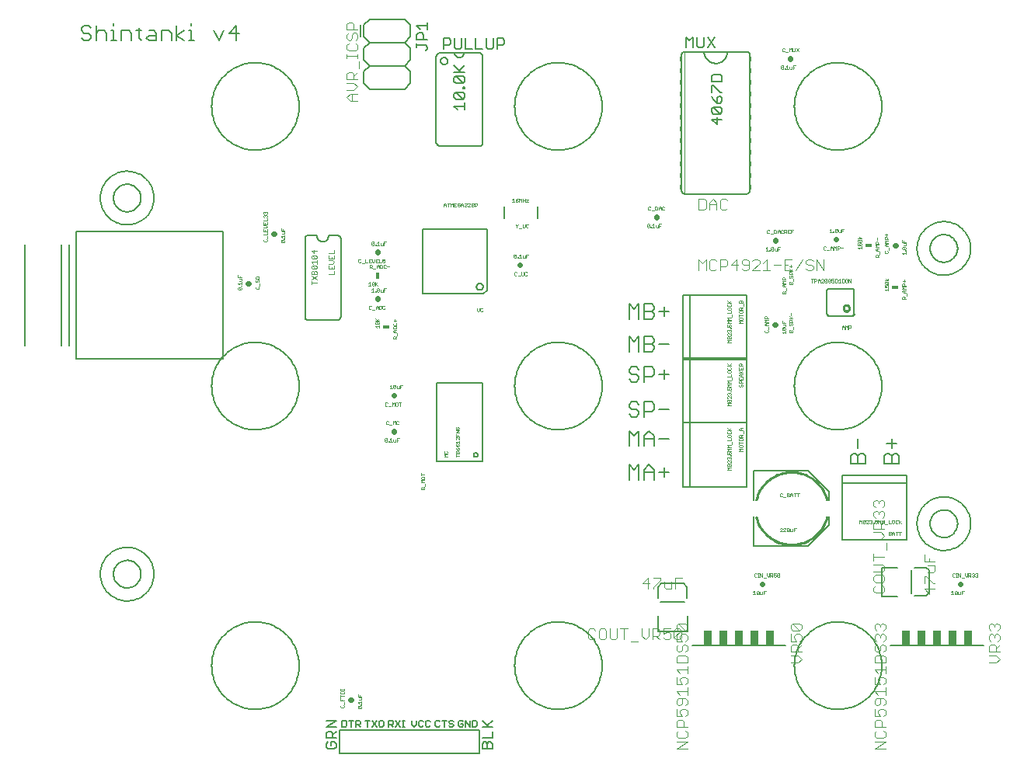
<source format=gto>
G75*
%MOIN*%
%OFA0B0*%
%FSLAX24Y24*%
%IPPOS*%
%LPD*%
%AMOC8*
5,1,8,0,0,1.08239X$1,22.5*
%
%ADD10C,0.0060*%
%ADD11C,0.0010*%
%ADD12C,0.0080*%
%ADD13C,0.0220*%
%ADD14C,0.0050*%
%ADD15C,0.0040*%
%ADD16C,0.0006*%
%ADD17C,0.0100*%
%ADD18R,0.0300X0.0180*%
%ADD19R,0.0180X0.0300*%
%ADD20R,0.0380X0.0660*%
%ADD21C,0.0020*%
%ADD22R,0.0050X0.0200*%
%ADD23C,0.0008*%
D10*
X010943Y016494D02*
X010945Y016561D01*
X010951Y016629D01*
X010961Y016696D01*
X010975Y016762D01*
X010992Y016827D01*
X011014Y016891D01*
X011039Y016954D01*
X011068Y017015D01*
X011100Y017074D01*
X011136Y017131D01*
X011175Y017186D01*
X011217Y017239D01*
X011262Y017289D01*
X011310Y017336D01*
X011361Y017381D01*
X011414Y017422D01*
X011470Y017461D01*
X011528Y017496D01*
X011588Y017527D01*
X011649Y017555D01*
X011712Y017579D01*
X011776Y017600D01*
X011842Y017616D01*
X011908Y017629D01*
X011975Y017638D01*
X012042Y017643D01*
X012110Y017644D01*
X012177Y017641D01*
X012244Y017634D01*
X012311Y017623D01*
X012377Y017608D01*
X012442Y017590D01*
X012506Y017567D01*
X012568Y017541D01*
X012629Y017512D01*
X012687Y017478D01*
X012744Y017442D01*
X012799Y017402D01*
X012851Y017359D01*
X012900Y017313D01*
X012947Y017264D01*
X012991Y017213D01*
X013031Y017159D01*
X013069Y017103D01*
X013103Y017044D01*
X013133Y016984D01*
X013160Y016922D01*
X013184Y016859D01*
X013203Y016794D01*
X013219Y016729D01*
X013231Y016662D01*
X013239Y016595D01*
X013243Y016528D01*
X013243Y016460D01*
X013239Y016393D01*
X013231Y016326D01*
X013219Y016259D01*
X013203Y016194D01*
X013184Y016129D01*
X013160Y016066D01*
X013133Y016004D01*
X013103Y015944D01*
X013069Y015885D01*
X013031Y015829D01*
X012991Y015775D01*
X012947Y015724D01*
X012900Y015675D01*
X012851Y015629D01*
X012799Y015586D01*
X012744Y015546D01*
X012687Y015510D01*
X012629Y015476D01*
X012568Y015447D01*
X012506Y015421D01*
X012442Y015398D01*
X012377Y015380D01*
X012311Y015365D01*
X012244Y015354D01*
X012177Y015347D01*
X012110Y015344D01*
X012042Y015345D01*
X011975Y015350D01*
X011908Y015359D01*
X011842Y015372D01*
X011776Y015388D01*
X011712Y015409D01*
X011649Y015433D01*
X011588Y015461D01*
X011528Y015492D01*
X011470Y015527D01*
X011414Y015566D01*
X011361Y015607D01*
X011310Y015652D01*
X011262Y015699D01*
X011217Y015749D01*
X011175Y015802D01*
X011136Y015857D01*
X011100Y015914D01*
X011068Y015973D01*
X011039Y016034D01*
X011014Y016097D01*
X010992Y016161D01*
X010975Y016226D01*
X010961Y016292D01*
X010951Y016359D01*
X010945Y016427D01*
X010943Y016494D01*
X024763Y028535D02*
X027383Y028535D01*
X027523Y028675D01*
X027523Y031295D01*
X024763Y031295D01*
X024763Y028535D01*
X027082Y028835D02*
X027084Y028858D01*
X027090Y028881D01*
X027099Y028902D01*
X027112Y028922D01*
X027128Y028939D01*
X027146Y028953D01*
X027166Y028964D01*
X027188Y028972D01*
X027211Y028976D01*
X027235Y028976D01*
X027258Y028972D01*
X027280Y028964D01*
X027300Y028953D01*
X027318Y028939D01*
X027334Y028922D01*
X027347Y028902D01*
X027356Y028881D01*
X027362Y028858D01*
X027364Y028835D01*
X027362Y028812D01*
X027356Y028789D01*
X027347Y028768D01*
X027334Y028748D01*
X027318Y028731D01*
X027300Y028717D01*
X027280Y028706D01*
X027258Y028698D01*
X027235Y028694D01*
X027211Y028694D01*
X027188Y028698D01*
X027166Y028706D01*
X027146Y028717D01*
X027128Y028731D01*
X027112Y028748D01*
X027099Y028768D01*
X027090Y028789D01*
X027084Y028812D01*
X027082Y028835D01*
X033623Y028086D02*
X033623Y027445D01*
X034050Y027445D02*
X034050Y028086D01*
X033836Y027872D01*
X033623Y028086D01*
X034267Y028086D02*
X034587Y028086D01*
X034694Y027979D01*
X034694Y027872D01*
X034587Y027765D01*
X034267Y027765D01*
X034267Y027445D02*
X034587Y027445D01*
X034694Y027552D01*
X034694Y027659D01*
X034587Y027765D01*
X034912Y027765D02*
X035339Y027765D01*
X035125Y027552D02*
X035125Y027979D01*
X034267Y028086D02*
X034267Y027445D01*
X034267Y026686D02*
X034587Y026686D01*
X034694Y026579D01*
X034694Y026472D01*
X034587Y026365D01*
X034267Y026365D01*
X034267Y026045D02*
X034267Y026686D01*
X034050Y026686D02*
X034050Y026045D01*
X034267Y026045D02*
X034587Y026045D01*
X034694Y026152D01*
X034694Y026259D01*
X034587Y026365D01*
X034912Y026365D02*
X035339Y026365D01*
X034587Y025386D02*
X034267Y025386D01*
X034267Y024745D01*
X034267Y024959D02*
X034587Y024959D01*
X034694Y025065D01*
X034694Y025279D01*
X034587Y025386D01*
X034912Y025065D02*
X035339Y025065D01*
X035125Y024852D02*
X035125Y025279D01*
X034050Y025279D02*
X033943Y025386D01*
X033729Y025386D01*
X033623Y025279D01*
X033623Y025172D01*
X033729Y025065D01*
X033943Y025065D01*
X034050Y024959D01*
X034050Y024852D01*
X033943Y024745D01*
X033729Y024745D01*
X033623Y024852D01*
X033729Y023886D02*
X033623Y023779D01*
X033623Y023672D01*
X033729Y023565D01*
X033943Y023565D01*
X034050Y023459D01*
X034050Y023352D01*
X033943Y023245D01*
X033729Y023245D01*
X033623Y023352D01*
X033729Y023886D02*
X033943Y023886D01*
X034050Y023779D01*
X034267Y023886D02*
X034587Y023886D01*
X034694Y023779D01*
X034694Y023565D01*
X034587Y023459D01*
X034267Y023459D01*
X034267Y023245D02*
X034267Y023886D01*
X034912Y023565D02*
X035339Y023565D01*
X035339Y022315D02*
X034912Y022315D01*
X034694Y022315D02*
X034267Y022315D01*
X034267Y022422D02*
X034481Y022636D01*
X034694Y022422D01*
X034694Y021995D01*
X034267Y021995D02*
X034267Y022422D01*
X034050Y022636D02*
X034050Y021995D01*
X033623Y021995D02*
X033623Y022636D01*
X033836Y022422D01*
X034050Y022636D01*
X034050Y021186D02*
X033836Y020972D01*
X033623Y021186D01*
X033623Y020545D01*
X034050Y020545D02*
X034050Y021186D01*
X034267Y020972D02*
X034481Y021186D01*
X034694Y020972D01*
X034694Y020545D01*
X034694Y020865D02*
X034267Y020865D01*
X034267Y020972D02*
X034267Y020545D01*
X034912Y020865D02*
X035339Y020865D01*
X035125Y020652D02*
X035125Y021079D01*
X033623Y026045D02*
X033623Y026686D01*
X033836Y026472D01*
X034050Y026686D01*
X036023Y032815D02*
X038663Y032815D01*
X038686Y032817D01*
X038709Y032822D01*
X038731Y032831D01*
X038751Y032844D01*
X038769Y032859D01*
X038784Y032877D01*
X038797Y032897D01*
X038806Y032919D01*
X038811Y032942D01*
X038813Y032965D01*
X038813Y038765D01*
X038811Y038788D01*
X038806Y038811D01*
X038797Y038833D01*
X038784Y038853D01*
X038769Y038871D01*
X038751Y038886D01*
X038731Y038899D01*
X038709Y038908D01*
X038686Y038913D01*
X038663Y038915D01*
X037843Y038915D01*
X036843Y038915D01*
X036023Y038915D01*
X036000Y038913D01*
X035977Y038908D01*
X035955Y038899D01*
X035935Y038886D01*
X035917Y038871D01*
X035902Y038853D01*
X035889Y038833D01*
X035880Y038811D01*
X035875Y038788D01*
X035873Y038765D01*
X035873Y032965D01*
X035875Y032942D01*
X035880Y032919D01*
X035889Y032897D01*
X035902Y032877D01*
X035917Y032859D01*
X035935Y032844D01*
X035955Y032831D01*
X035977Y032822D01*
X036000Y032817D01*
X036023Y032815D01*
X042110Y028653D02*
X042110Y027685D01*
X042208Y027582D02*
X043177Y027582D01*
X043279Y027685D02*
X043279Y028653D01*
X043279Y028649D02*
X043278Y028666D01*
X043273Y028683D01*
X043266Y028698D01*
X043256Y028712D01*
X043244Y028724D01*
X043230Y028734D01*
X043215Y028741D01*
X043198Y028746D01*
X043181Y028747D01*
X043181Y028748D02*
X042208Y028748D01*
X042208Y028747D02*
X042191Y028746D01*
X042174Y028741D01*
X042159Y028734D01*
X042145Y028724D01*
X042133Y028712D01*
X042123Y028698D01*
X042116Y028683D01*
X042111Y028666D01*
X042110Y028649D01*
X045982Y030471D02*
X045984Y030538D01*
X045990Y030606D01*
X046000Y030673D01*
X046014Y030739D01*
X046031Y030804D01*
X046053Y030868D01*
X046078Y030931D01*
X046107Y030992D01*
X046139Y031051D01*
X046175Y031108D01*
X046214Y031163D01*
X046256Y031216D01*
X046301Y031266D01*
X046349Y031313D01*
X046400Y031358D01*
X046453Y031399D01*
X046509Y031438D01*
X046567Y031473D01*
X046627Y031504D01*
X046688Y031532D01*
X046751Y031556D01*
X046815Y031577D01*
X046881Y031593D01*
X046947Y031606D01*
X047014Y031615D01*
X047081Y031620D01*
X047149Y031621D01*
X047216Y031618D01*
X047283Y031611D01*
X047350Y031600D01*
X047416Y031585D01*
X047481Y031567D01*
X047545Y031544D01*
X047607Y031518D01*
X047668Y031489D01*
X047726Y031455D01*
X047783Y031419D01*
X047838Y031379D01*
X047890Y031336D01*
X047939Y031290D01*
X047986Y031241D01*
X048030Y031190D01*
X048070Y031136D01*
X048108Y031080D01*
X048142Y031021D01*
X048172Y030961D01*
X048199Y030899D01*
X048223Y030836D01*
X048242Y030771D01*
X048258Y030706D01*
X048270Y030639D01*
X048278Y030572D01*
X048282Y030505D01*
X048282Y030437D01*
X048278Y030370D01*
X048270Y030303D01*
X048258Y030236D01*
X048242Y030171D01*
X048223Y030106D01*
X048199Y030043D01*
X048172Y029981D01*
X048142Y029921D01*
X048108Y029862D01*
X048070Y029806D01*
X048030Y029752D01*
X047986Y029701D01*
X047939Y029652D01*
X047890Y029606D01*
X047838Y029563D01*
X047783Y029523D01*
X047726Y029487D01*
X047668Y029453D01*
X047607Y029424D01*
X047545Y029398D01*
X047481Y029375D01*
X047416Y029357D01*
X047350Y029342D01*
X047283Y029331D01*
X047216Y029324D01*
X047149Y029321D01*
X047081Y029322D01*
X047014Y029327D01*
X046947Y029336D01*
X046881Y029349D01*
X046815Y029365D01*
X046751Y029386D01*
X046688Y029410D01*
X046627Y029438D01*
X046567Y029469D01*
X046509Y029504D01*
X046453Y029543D01*
X046400Y029584D01*
X046349Y029629D01*
X046301Y029676D01*
X046256Y029726D01*
X046214Y029779D01*
X046175Y029834D01*
X046139Y029891D01*
X046107Y029950D01*
X046078Y030011D01*
X046053Y030074D01*
X046031Y030138D01*
X046014Y030203D01*
X046000Y030269D01*
X045990Y030336D01*
X045984Y030404D01*
X045982Y030471D01*
X044892Y022317D02*
X044892Y021890D01*
X044786Y021672D02*
X044892Y021565D01*
X044892Y021245D01*
X044572Y021245D02*
X045213Y021245D01*
X045213Y021565D01*
X045106Y021672D01*
X044999Y021672D01*
X044892Y021565D01*
X044786Y021672D02*
X044679Y021672D01*
X044572Y021565D01*
X044572Y021245D01*
X043763Y021245D02*
X043763Y021565D01*
X043656Y021672D01*
X043549Y021672D01*
X043442Y021565D01*
X043442Y021245D01*
X043122Y021245D02*
X043763Y021245D01*
X043442Y021565D02*
X043336Y021672D01*
X043229Y021672D01*
X043122Y021565D01*
X043122Y021245D01*
X043442Y021890D02*
X043442Y022317D01*
X044679Y022103D02*
X045106Y022103D01*
X045982Y018659D02*
X045984Y018726D01*
X045990Y018794D01*
X046000Y018861D01*
X046014Y018927D01*
X046031Y018992D01*
X046053Y019056D01*
X046078Y019119D01*
X046107Y019180D01*
X046139Y019239D01*
X046175Y019296D01*
X046214Y019351D01*
X046256Y019404D01*
X046301Y019454D01*
X046349Y019501D01*
X046400Y019546D01*
X046453Y019587D01*
X046509Y019626D01*
X046567Y019661D01*
X046627Y019692D01*
X046688Y019720D01*
X046751Y019744D01*
X046815Y019765D01*
X046881Y019781D01*
X046947Y019794D01*
X047014Y019803D01*
X047081Y019808D01*
X047149Y019809D01*
X047216Y019806D01*
X047283Y019799D01*
X047350Y019788D01*
X047416Y019773D01*
X047481Y019755D01*
X047545Y019732D01*
X047607Y019706D01*
X047668Y019677D01*
X047726Y019643D01*
X047783Y019607D01*
X047838Y019567D01*
X047890Y019524D01*
X047939Y019478D01*
X047986Y019429D01*
X048030Y019378D01*
X048070Y019324D01*
X048108Y019268D01*
X048142Y019209D01*
X048172Y019149D01*
X048199Y019087D01*
X048223Y019024D01*
X048242Y018959D01*
X048258Y018894D01*
X048270Y018827D01*
X048278Y018760D01*
X048282Y018693D01*
X048282Y018625D01*
X048278Y018558D01*
X048270Y018491D01*
X048258Y018424D01*
X048242Y018359D01*
X048223Y018294D01*
X048199Y018231D01*
X048172Y018169D01*
X048142Y018109D01*
X048108Y018050D01*
X048070Y017994D01*
X048030Y017940D01*
X047986Y017889D01*
X047939Y017840D01*
X047890Y017794D01*
X047838Y017751D01*
X047783Y017711D01*
X047726Y017675D01*
X047668Y017641D01*
X047607Y017612D01*
X047545Y017586D01*
X047481Y017563D01*
X047416Y017545D01*
X047350Y017530D01*
X047283Y017519D01*
X047216Y017512D01*
X047149Y017509D01*
X047081Y017510D01*
X047014Y017515D01*
X046947Y017524D01*
X046881Y017537D01*
X046815Y017553D01*
X046751Y017574D01*
X046688Y017598D01*
X046627Y017626D01*
X046567Y017657D01*
X046509Y017692D01*
X046453Y017731D01*
X046400Y017772D01*
X046349Y017817D01*
X046301Y017864D01*
X046256Y017914D01*
X046214Y017967D01*
X046175Y018022D01*
X046139Y018079D01*
X046107Y018138D01*
X046078Y018199D01*
X046053Y018262D01*
X046031Y018326D01*
X046014Y018391D01*
X046000Y018457D01*
X045990Y018524D01*
X045984Y018592D01*
X045982Y018659D01*
X027343Y035015D02*
X027343Y038715D01*
X027341Y038738D01*
X027336Y038761D01*
X027327Y038783D01*
X027314Y038803D01*
X027299Y038821D01*
X027281Y038836D01*
X027261Y038849D01*
X027239Y038858D01*
X027216Y038863D01*
X027193Y038865D01*
X026543Y038865D01*
X026143Y038865D01*
X025493Y038865D01*
X025343Y038715D02*
X025343Y035015D01*
X025493Y034865D02*
X027193Y034865D01*
X027216Y034867D01*
X027239Y034872D01*
X027261Y034881D01*
X027281Y034894D01*
X027299Y034909D01*
X027314Y034927D01*
X027327Y034947D01*
X027336Y034969D01*
X027341Y034992D01*
X027343Y035015D01*
X025493Y034865D02*
X025465Y034879D01*
X025439Y034896D01*
X025415Y034915D01*
X025393Y034937D01*
X025374Y034961D01*
X025357Y034987D01*
X025343Y035015D01*
X025343Y038715D02*
X025357Y038743D01*
X025374Y038769D01*
X025393Y038793D01*
X025415Y038815D01*
X025439Y038834D01*
X025465Y038851D01*
X025493Y038865D01*
X026143Y038865D02*
X026145Y038838D01*
X026150Y038811D01*
X026160Y038785D01*
X026172Y038761D01*
X026188Y038739D01*
X026206Y038719D01*
X026228Y038702D01*
X026251Y038687D01*
X026276Y038677D01*
X026302Y038669D01*
X026329Y038665D01*
X026357Y038665D01*
X026384Y038669D01*
X026410Y038677D01*
X026435Y038687D01*
X026458Y038702D01*
X026480Y038719D01*
X026498Y038739D01*
X026514Y038761D01*
X026526Y038785D01*
X026536Y038811D01*
X026541Y038838D01*
X026543Y038865D01*
X016888Y039715D02*
X016461Y039715D01*
X016781Y040036D01*
X016781Y039395D01*
X016243Y039822D02*
X016030Y039395D01*
X015816Y039822D01*
X014955Y039395D02*
X014742Y039395D01*
X014849Y039395D02*
X014849Y039822D01*
X014742Y039822D01*
X014525Y039822D02*
X014205Y039609D01*
X014525Y039395D01*
X014205Y039395D02*
X014205Y040036D01*
X013987Y039715D02*
X013987Y039395D01*
X013987Y039715D02*
X013880Y039822D01*
X013560Y039822D01*
X013560Y039395D01*
X013343Y039395D02*
X013343Y039715D01*
X013236Y039822D01*
X013022Y039822D01*
X013022Y039609D02*
X013343Y039609D01*
X013343Y039395D02*
X013022Y039395D01*
X012916Y039502D01*
X013022Y039609D01*
X012699Y039822D02*
X012486Y039822D01*
X012593Y039929D02*
X012593Y039502D01*
X012699Y039395D01*
X012268Y039395D02*
X012268Y039715D01*
X012162Y039822D01*
X011841Y039822D01*
X011841Y039395D01*
X011625Y039395D02*
X011412Y039395D01*
X011518Y039395D02*
X011518Y039822D01*
X011412Y039822D01*
X011518Y040036D02*
X011518Y040142D01*
X011194Y039715D02*
X011194Y039395D01*
X011194Y039715D02*
X011087Y039822D01*
X010874Y039822D01*
X010767Y039715D01*
X010550Y039609D02*
X010550Y039502D01*
X010443Y039395D01*
X010229Y039395D01*
X010123Y039502D01*
X010229Y039715D02*
X010443Y039715D01*
X010550Y039609D01*
X010767Y039395D02*
X010767Y040036D01*
X010550Y039929D02*
X010443Y040036D01*
X010229Y040036D01*
X010123Y039929D01*
X010123Y039822D01*
X010229Y039715D01*
X014849Y040036D02*
X014849Y040142D01*
X010943Y032636D02*
X010945Y032703D01*
X010951Y032771D01*
X010961Y032838D01*
X010975Y032904D01*
X010992Y032969D01*
X011014Y033033D01*
X011039Y033096D01*
X011068Y033157D01*
X011100Y033216D01*
X011136Y033273D01*
X011175Y033328D01*
X011217Y033381D01*
X011262Y033431D01*
X011310Y033478D01*
X011361Y033523D01*
X011414Y033564D01*
X011470Y033603D01*
X011528Y033638D01*
X011588Y033669D01*
X011649Y033697D01*
X011712Y033721D01*
X011776Y033742D01*
X011842Y033758D01*
X011908Y033771D01*
X011975Y033780D01*
X012042Y033785D01*
X012110Y033786D01*
X012177Y033783D01*
X012244Y033776D01*
X012311Y033765D01*
X012377Y033750D01*
X012442Y033732D01*
X012506Y033709D01*
X012568Y033683D01*
X012629Y033654D01*
X012687Y033620D01*
X012744Y033584D01*
X012799Y033544D01*
X012851Y033501D01*
X012900Y033455D01*
X012947Y033406D01*
X012991Y033355D01*
X013031Y033301D01*
X013069Y033245D01*
X013103Y033186D01*
X013133Y033126D01*
X013160Y033064D01*
X013184Y033001D01*
X013203Y032936D01*
X013219Y032871D01*
X013231Y032804D01*
X013239Y032737D01*
X013243Y032670D01*
X013243Y032602D01*
X013239Y032535D01*
X013231Y032468D01*
X013219Y032401D01*
X013203Y032336D01*
X013184Y032271D01*
X013160Y032208D01*
X013133Y032146D01*
X013103Y032086D01*
X013069Y032027D01*
X013031Y031971D01*
X012991Y031917D01*
X012947Y031866D01*
X012900Y031817D01*
X012851Y031771D01*
X012799Y031728D01*
X012744Y031688D01*
X012687Y031652D01*
X012629Y031618D01*
X012568Y031589D01*
X012506Y031563D01*
X012442Y031540D01*
X012377Y031522D01*
X012311Y031507D01*
X012244Y031496D01*
X012177Y031489D01*
X012110Y031486D01*
X012042Y031487D01*
X011975Y031492D01*
X011908Y031501D01*
X011842Y031514D01*
X011776Y031530D01*
X011712Y031551D01*
X011649Y031575D01*
X011588Y031603D01*
X011528Y031634D01*
X011470Y031669D01*
X011414Y031708D01*
X011361Y031749D01*
X011310Y031794D01*
X011262Y031841D01*
X011217Y031891D01*
X011175Y031944D01*
X011136Y031999D01*
X011100Y032056D01*
X011068Y032115D01*
X011039Y032176D01*
X011014Y032239D01*
X010992Y032303D01*
X010975Y032368D01*
X010961Y032434D01*
X010951Y032501D01*
X010945Y032569D01*
X010943Y032636D01*
X036843Y038915D02*
X036845Y038871D01*
X036851Y038828D01*
X036860Y038786D01*
X036873Y038744D01*
X036890Y038704D01*
X036910Y038665D01*
X036933Y038628D01*
X036960Y038594D01*
X036989Y038561D01*
X037022Y038532D01*
X037056Y038505D01*
X037093Y038482D01*
X037132Y038462D01*
X037172Y038445D01*
X037214Y038432D01*
X037256Y038423D01*
X037299Y038417D01*
X037343Y038415D01*
X037387Y038417D01*
X037430Y038423D01*
X037472Y038432D01*
X037514Y038445D01*
X037554Y038462D01*
X037593Y038482D01*
X037630Y038505D01*
X037664Y038532D01*
X037697Y038561D01*
X037726Y038594D01*
X037753Y038628D01*
X037776Y038665D01*
X037796Y038704D01*
X037813Y038744D01*
X037826Y038786D01*
X037835Y038828D01*
X037841Y038871D01*
X037843Y038915D01*
D11*
X040198Y038945D02*
X040223Y038920D01*
X040273Y038920D01*
X040298Y038945D01*
X040345Y038895D02*
X040445Y038895D01*
X040492Y038920D02*
X040492Y039070D01*
X040542Y039020D01*
X040592Y039070D01*
X040592Y038920D01*
X040640Y038945D02*
X040665Y038920D01*
X040715Y038920D01*
X040740Y038945D01*
X040740Y039070D01*
X040787Y039070D02*
X040887Y038920D01*
X040787Y038920D02*
X040887Y039070D01*
X040640Y039070D02*
X040640Y038945D01*
X040298Y039045D02*
X040273Y039070D01*
X040223Y039070D01*
X040198Y039045D01*
X040198Y038945D01*
X040223Y038320D02*
X040248Y038295D01*
X040148Y038195D01*
X040173Y038170D01*
X040223Y038170D01*
X040248Y038195D01*
X040248Y038295D01*
X040223Y038320D02*
X040173Y038320D01*
X040148Y038295D01*
X040148Y038195D01*
X040295Y038195D02*
X040320Y038195D01*
X040320Y038170D01*
X040295Y038170D01*
X040295Y038195D01*
X040369Y038170D02*
X040469Y038170D01*
X040419Y038170D02*
X040419Y038320D01*
X040369Y038270D01*
X040516Y038270D02*
X040516Y038195D01*
X040541Y038170D01*
X040616Y038170D01*
X040616Y038270D01*
X040663Y038245D02*
X040713Y038245D01*
X040663Y038170D02*
X040663Y038320D01*
X040763Y038320D01*
X035112Y032270D02*
X035062Y032270D01*
X035037Y032245D01*
X035037Y032145D01*
X035062Y032120D01*
X035112Y032120D01*
X035137Y032145D01*
X035137Y032245D02*
X035112Y032270D01*
X034990Y032220D02*
X034990Y032120D01*
X034990Y032195D02*
X034890Y032195D01*
X034890Y032220D02*
X034940Y032270D01*
X034990Y032220D01*
X034890Y032220D02*
X034890Y032120D01*
X034842Y032145D02*
X034842Y032245D01*
X034817Y032270D01*
X034742Y032270D01*
X034742Y032120D01*
X034817Y032120D01*
X034842Y032145D01*
X034695Y032095D02*
X034595Y032095D01*
X034548Y032145D02*
X034523Y032120D01*
X034473Y032120D01*
X034448Y032145D01*
X034448Y032245D01*
X034473Y032270D01*
X034523Y032270D01*
X034548Y032245D01*
X034473Y031520D02*
X034498Y031495D01*
X034398Y031395D01*
X034423Y031370D01*
X034473Y031370D01*
X034498Y031395D01*
X034498Y031495D01*
X034473Y031520D02*
X034423Y031520D01*
X034398Y031495D01*
X034398Y031395D01*
X034545Y031395D02*
X034570Y031395D01*
X034570Y031370D01*
X034545Y031370D01*
X034545Y031395D01*
X034619Y031370D02*
X034719Y031370D01*
X034669Y031370D02*
X034669Y031520D01*
X034619Y031470D01*
X034766Y031470D02*
X034766Y031395D01*
X034791Y031370D01*
X034866Y031370D01*
X034866Y031470D01*
X034913Y031445D02*
X034963Y031445D01*
X034913Y031370D02*
X034913Y031520D01*
X035013Y031520D01*
X037847Y028235D02*
X037948Y028135D01*
X037923Y028160D02*
X037998Y028235D01*
X037998Y028135D02*
X037847Y028135D01*
X037872Y028088D02*
X037847Y028063D01*
X037847Y028013D01*
X037872Y027988D01*
X037973Y027988D01*
X037998Y028013D01*
X037998Y028063D01*
X037973Y028088D01*
X037973Y027941D02*
X037872Y027941D01*
X037847Y027916D01*
X037847Y027866D01*
X037872Y027841D01*
X037973Y027841D01*
X037998Y027866D01*
X037998Y027916D01*
X037973Y027941D01*
X037998Y027793D02*
X037998Y027693D01*
X037847Y027693D01*
X038023Y027646D02*
X038023Y027546D01*
X037998Y027499D02*
X037847Y027499D01*
X037898Y027449D01*
X037847Y027399D01*
X037998Y027399D01*
X037998Y027351D02*
X037847Y027351D01*
X037898Y027301D01*
X037847Y027251D01*
X037998Y027251D01*
X037973Y027204D02*
X037998Y027179D01*
X037998Y027129D01*
X037973Y027104D01*
X037973Y027055D02*
X037998Y027055D01*
X037998Y027030D01*
X037973Y027030D01*
X037973Y027055D01*
X037923Y027104D02*
X037898Y027154D01*
X037898Y027179D01*
X037923Y027204D01*
X037973Y027204D01*
X037923Y027104D02*
X037847Y027104D01*
X037847Y027204D01*
X037872Y026983D02*
X037847Y026958D01*
X037847Y026908D01*
X037872Y026883D01*
X037872Y026836D02*
X037847Y026811D01*
X037847Y026761D01*
X037872Y026736D01*
X037872Y026688D02*
X037847Y026663D01*
X037847Y026613D01*
X037872Y026588D01*
X037973Y026588D01*
X037872Y026688D01*
X037973Y026688D01*
X037998Y026663D01*
X037998Y026613D01*
X037973Y026588D01*
X037998Y026541D02*
X037847Y026541D01*
X037898Y026491D01*
X037847Y026441D01*
X037998Y026441D01*
X037998Y026736D02*
X037898Y026836D01*
X037872Y026836D01*
X037923Y026933D02*
X037923Y026958D01*
X037948Y026983D01*
X037973Y026983D01*
X037998Y026958D01*
X037998Y026908D01*
X037973Y026883D01*
X037998Y026836D02*
X037998Y026736D01*
X037923Y026958D02*
X037898Y026983D01*
X037872Y026983D01*
X038347Y027251D02*
X038398Y027301D01*
X038347Y027351D01*
X038498Y027351D01*
X038473Y027399D02*
X038498Y027424D01*
X038498Y027474D01*
X038473Y027499D01*
X038372Y027499D01*
X038347Y027474D01*
X038347Y027424D01*
X038372Y027399D01*
X038473Y027399D01*
X038498Y027251D02*
X038347Y027251D01*
X038347Y027546D02*
X038347Y027646D01*
X038347Y027596D02*
X038498Y027596D01*
X038473Y027693D02*
X038498Y027718D01*
X038498Y027768D01*
X038473Y027793D01*
X038372Y027793D01*
X038347Y027768D01*
X038347Y027718D01*
X038372Y027693D01*
X038473Y027693D01*
X038498Y027841D02*
X038347Y027841D01*
X038347Y027916D01*
X038372Y027941D01*
X038423Y027941D01*
X038448Y027916D01*
X038448Y027841D01*
X038448Y027891D02*
X038498Y027941D01*
X038523Y027988D02*
X038523Y028088D01*
X038498Y028135D02*
X038498Y028210D01*
X038473Y028235D01*
X038448Y028235D01*
X038423Y028210D01*
X038423Y028135D01*
X038498Y028135D02*
X038347Y028135D01*
X038347Y028210D01*
X038372Y028235D01*
X038398Y028235D01*
X038423Y028210D01*
X039437Y027534D02*
X039462Y027559D01*
X039513Y027559D01*
X039538Y027534D01*
X039538Y027459D01*
X039588Y027459D02*
X039437Y027459D01*
X039437Y027534D01*
X039437Y027412D02*
X039588Y027412D01*
X039588Y027312D02*
X039437Y027312D01*
X039488Y027362D01*
X039437Y027412D01*
X039488Y027265D02*
X039588Y027265D01*
X039513Y027265D02*
X039513Y027165D01*
X039488Y027165D02*
X039437Y027215D01*
X039488Y027265D01*
X039488Y027165D02*
X039588Y027165D01*
X039613Y027117D02*
X039613Y027017D01*
X039563Y026970D02*
X039588Y026945D01*
X039588Y026895D01*
X039563Y026870D01*
X039462Y026870D01*
X039437Y026895D01*
X039437Y026945D01*
X039462Y026970D01*
X040187Y026992D02*
X040187Y027042D01*
X040212Y027067D01*
X040313Y026967D01*
X040338Y026992D01*
X040338Y027042D01*
X040313Y027067D01*
X040212Y027067D01*
X040238Y027115D02*
X040313Y027115D01*
X040338Y027140D01*
X040338Y027215D01*
X040238Y027215D01*
X040263Y027262D02*
X040263Y027312D01*
X040338Y027262D02*
X040187Y027262D01*
X040187Y027362D01*
X040487Y027387D02*
X040512Y027412D01*
X040563Y027412D01*
X040588Y027387D01*
X040588Y027312D01*
X040588Y027265D02*
X040613Y027265D01*
X040638Y027240D01*
X040638Y027190D01*
X040613Y027165D01*
X040563Y027190D02*
X040563Y027240D01*
X040588Y027265D01*
X040638Y027312D02*
X040487Y027312D01*
X040487Y027387D01*
X040487Y027459D02*
X040638Y027459D01*
X040588Y027459D02*
X040487Y027559D01*
X040563Y027607D02*
X040563Y027707D01*
X040638Y027559D02*
X040563Y027484D01*
X040512Y027265D02*
X040487Y027240D01*
X040487Y027190D01*
X040512Y027165D01*
X040538Y027165D01*
X040563Y027190D01*
X040663Y027117D02*
X040663Y027017D01*
X040613Y026970D02*
X040638Y026945D01*
X040638Y026870D01*
X040487Y026870D01*
X040487Y026945D01*
X040512Y026970D01*
X040538Y026970D01*
X040563Y026945D01*
X040563Y026870D01*
X040563Y026945D02*
X040588Y026970D01*
X040613Y026970D01*
X040338Y026920D02*
X040338Y026820D01*
X040338Y026870D02*
X040187Y026870D01*
X040238Y026820D01*
X040212Y026967D02*
X040187Y026992D01*
X040212Y026967D02*
X040313Y026967D01*
X038498Y025523D02*
X038448Y025473D01*
X038448Y025498D02*
X038448Y025423D01*
X038498Y025423D02*
X038347Y025423D01*
X038347Y025498D01*
X038372Y025523D01*
X038423Y025523D01*
X038448Y025498D01*
X038498Y025375D02*
X038498Y025275D01*
X038347Y025275D01*
X038347Y025375D01*
X038423Y025325D02*
X038423Y025275D01*
X038498Y025228D02*
X038423Y025153D01*
X038448Y025128D02*
X038347Y025228D01*
X038347Y025128D02*
X038498Y025128D01*
X038498Y025081D02*
X038398Y025081D01*
X038347Y025031D01*
X038398Y024981D01*
X038498Y024981D01*
X038498Y024933D02*
X038498Y024833D01*
X038347Y024833D01*
X038347Y024933D01*
X038423Y024981D02*
X038423Y025081D01*
X038423Y024883D02*
X038423Y024833D01*
X038423Y024786D02*
X038448Y024761D01*
X038448Y024686D01*
X038448Y024639D02*
X038473Y024639D01*
X038498Y024614D01*
X038498Y024564D01*
X038473Y024539D01*
X038423Y024564D02*
X038423Y024614D01*
X038448Y024639D01*
X038498Y024686D02*
X038347Y024686D01*
X038347Y024761D01*
X038372Y024786D01*
X038423Y024786D01*
X038372Y024639D02*
X038347Y024614D01*
X038347Y024564D01*
X038372Y024539D01*
X038398Y024539D01*
X038423Y024564D01*
X037998Y024539D02*
X037847Y024539D01*
X037898Y024589D01*
X037847Y024639D01*
X037998Y024639D01*
X037998Y024686D02*
X037847Y024686D01*
X037898Y024736D01*
X037847Y024786D01*
X037998Y024786D01*
X038023Y024833D02*
X038023Y024933D01*
X037998Y024981D02*
X037998Y025081D01*
X037973Y025128D02*
X037998Y025153D01*
X037998Y025203D01*
X037973Y025228D01*
X037872Y025228D01*
X037847Y025203D01*
X037847Y025153D01*
X037872Y025128D01*
X037973Y025128D01*
X037973Y025275D02*
X037998Y025300D01*
X037998Y025350D01*
X037973Y025375D01*
X037998Y025423D02*
X037847Y025423D01*
X037872Y025375D02*
X037847Y025350D01*
X037847Y025300D01*
X037872Y025275D01*
X037973Y025275D01*
X037948Y025423D02*
X037847Y025523D01*
X037923Y025448D02*
X037998Y025523D01*
X037998Y024981D02*
X037847Y024981D01*
X037847Y024491D02*
X037847Y024391D01*
X037923Y024391D01*
X037898Y024441D01*
X037898Y024466D01*
X037923Y024491D01*
X037973Y024491D01*
X037998Y024466D01*
X037998Y024416D01*
X037973Y024391D01*
X037973Y024343D02*
X037998Y024343D01*
X037998Y024318D01*
X037973Y024318D01*
X037973Y024343D01*
X037973Y024270D02*
X037998Y024245D01*
X037998Y024195D01*
X037973Y024170D01*
X037998Y024123D02*
X037998Y024023D01*
X037898Y024123D01*
X037872Y024123D01*
X037847Y024098D01*
X037847Y024048D01*
X037872Y024023D01*
X037872Y023976D02*
X037973Y023876D01*
X037998Y023901D01*
X037998Y023951D01*
X037973Y023976D01*
X037872Y023976D01*
X037847Y023951D01*
X037847Y023901D01*
X037872Y023876D01*
X037973Y023876D01*
X037998Y023829D02*
X037847Y023829D01*
X037898Y023778D01*
X037847Y023728D01*
X037998Y023728D01*
X037872Y024170D02*
X037847Y024195D01*
X037847Y024245D01*
X037872Y024270D01*
X037898Y024270D01*
X037923Y024245D01*
X037948Y024270D01*
X037973Y024270D01*
X037923Y024245D02*
X037923Y024220D01*
X037998Y022767D02*
X037923Y022692D01*
X037948Y022667D02*
X037847Y022767D01*
X037847Y022667D02*
X037998Y022667D01*
X037973Y022620D02*
X037998Y022595D01*
X037998Y022544D01*
X037973Y022519D01*
X037872Y022519D01*
X037847Y022544D01*
X037847Y022595D01*
X037872Y022620D01*
X037872Y022472D02*
X037847Y022447D01*
X037847Y022397D01*
X037872Y022372D01*
X037973Y022372D01*
X037998Y022397D01*
X037998Y022447D01*
X037973Y022472D01*
X037872Y022472D01*
X037998Y022325D02*
X037998Y022225D01*
X037847Y022225D01*
X038023Y022178D02*
X038023Y022077D01*
X037998Y022030D02*
X037847Y022030D01*
X037898Y021980D01*
X037847Y021930D01*
X037998Y021930D01*
X037998Y021883D02*
X037847Y021883D01*
X037898Y021833D01*
X037847Y021783D01*
X037998Y021783D01*
X037973Y021736D02*
X037998Y021711D01*
X037998Y021661D01*
X037973Y021635D01*
X037973Y021587D02*
X037998Y021587D01*
X037998Y021562D01*
X037973Y021562D01*
X037973Y021587D01*
X037923Y021635D02*
X037898Y021686D01*
X037898Y021711D01*
X037923Y021736D01*
X037973Y021736D01*
X037923Y021635D02*
X037847Y021635D01*
X037847Y021736D01*
X037872Y021515D02*
X037847Y021490D01*
X037847Y021440D01*
X037872Y021414D01*
X037872Y021367D02*
X037847Y021342D01*
X037847Y021292D01*
X037872Y021267D01*
X037872Y021220D02*
X037973Y021120D01*
X037998Y021145D01*
X037998Y021195D01*
X037973Y021220D01*
X037872Y021220D01*
X037847Y021195D01*
X037847Y021145D01*
X037872Y021120D01*
X037973Y021120D01*
X037998Y021073D02*
X037847Y021073D01*
X037898Y021023D01*
X037847Y020973D01*
X037998Y020973D01*
X037998Y021267D02*
X037898Y021367D01*
X037872Y021367D01*
X037923Y021465D02*
X037923Y021490D01*
X037948Y021515D01*
X037973Y021515D01*
X037998Y021490D01*
X037998Y021440D01*
X037973Y021414D01*
X037998Y021367D02*
X037998Y021267D01*
X037923Y021490D02*
X037898Y021515D01*
X037872Y021515D01*
X038347Y021783D02*
X038398Y021833D01*
X038347Y021883D01*
X038498Y021883D01*
X038473Y021930D02*
X038498Y021955D01*
X038498Y022005D01*
X038473Y022030D01*
X038372Y022030D01*
X038347Y022005D01*
X038347Y021955D01*
X038372Y021930D01*
X038473Y021930D01*
X038498Y021783D02*
X038347Y021783D01*
X038347Y022077D02*
X038347Y022178D01*
X038347Y022128D02*
X038498Y022128D01*
X038473Y022225D02*
X038498Y022250D01*
X038498Y022300D01*
X038473Y022325D01*
X038372Y022325D01*
X038347Y022300D01*
X038347Y022250D01*
X038372Y022225D01*
X038473Y022225D01*
X038498Y022372D02*
X038347Y022372D01*
X038347Y022447D01*
X038372Y022472D01*
X038423Y022472D01*
X038448Y022447D01*
X038448Y022372D01*
X038448Y022422D02*
X038498Y022472D01*
X038523Y022519D02*
X038523Y022620D01*
X038498Y022667D02*
X038398Y022667D01*
X038347Y022717D01*
X038398Y022767D01*
X038498Y022767D01*
X038423Y022767D02*
X038423Y022667D01*
X040123Y019970D02*
X040098Y019945D01*
X040098Y019845D01*
X040123Y019820D01*
X040173Y019820D01*
X040198Y019845D01*
X040245Y019795D02*
X040345Y019795D01*
X040392Y019820D02*
X040467Y019820D01*
X040492Y019845D01*
X040492Y019870D01*
X040467Y019895D01*
X040392Y019895D01*
X040392Y019820D02*
X040392Y019970D01*
X040467Y019970D01*
X040492Y019945D01*
X040492Y019920D01*
X040467Y019895D01*
X040540Y019895D02*
X040640Y019895D01*
X040640Y019920D02*
X040640Y019820D01*
X040737Y019820D02*
X040737Y019970D01*
X040687Y019970D02*
X040787Y019970D01*
X040834Y019970D02*
X040934Y019970D01*
X040884Y019970D02*
X040884Y019820D01*
X040640Y019920D02*
X040590Y019970D01*
X040540Y019920D01*
X040540Y019820D01*
X040198Y019945D02*
X040173Y019970D01*
X040123Y019970D01*
X040123Y018470D02*
X040098Y018445D01*
X040123Y018470D02*
X040173Y018470D01*
X040198Y018445D01*
X040198Y018420D01*
X040098Y018320D01*
X040198Y018320D01*
X040245Y018320D02*
X040345Y018420D01*
X040345Y018445D01*
X040320Y018470D01*
X040270Y018470D01*
X040245Y018445D01*
X040245Y018320D02*
X040345Y018320D01*
X040392Y018345D02*
X040492Y018445D01*
X040492Y018345D01*
X040467Y018320D01*
X040417Y018320D01*
X040392Y018345D01*
X040392Y018445D01*
X040417Y018470D01*
X040467Y018470D01*
X040492Y018445D01*
X040540Y018420D02*
X040540Y018345D01*
X040565Y018320D01*
X040640Y018320D01*
X040640Y018420D01*
X040687Y018395D02*
X040737Y018395D01*
X040687Y018320D02*
X040687Y018470D01*
X040787Y018470D01*
X040055Y016520D02*
X040080Y016495D01*
X039980Y016395D01*
X040005Y016370D01*
X040055Y016370D01*
X040080Y016395D01*
X040080Y016495D01*
X040055Y016520D02*
X040005Y016520D01*
X039980Y016495D01*
X039980Y016395D01*
X039933Y016395D02*
X039907Y016370D01*
X039857Y016370D01*
X039832Y016395D01*
X039832Y016445D02*
X039882Y016470D01*
X039907Y016470D01*
X039933Y016445D01*
X039933Y016395D01*
X039832Y016445D02*
X039832Y016520D01*
X039933Y016520D01*
X039785Y016495D02*
X039785Y016445D01*
X039760Y016420D01*
X039685Y016420D01*
X039638Y016420D02*
X039638Y016520D01*
X039685Y016520D02*
X039760Y016520D01*
X039785Y016495D01*
X039735Y016420D02*
X039785Y016370D01*
X039685Y016370D02*
X039685Y016520D01*
X039638Y016420D02*
X039588Y016370D01*
X039538Y016420D01*
X039538Y016520D01*
X039491Y016345D02*
X039390Y016345D01*
X039343Y016370D02*
X039343Y016520D01*
X039243Y016520D02*
X039343Y016370D01*
X039243Y016370D02*
X039243Y016520D01*
X039195Y016520D02*
X039145Y016520D01*
X039170Y016520D02*
X039170Y016370D01*
X039145Y016370D02*
X039195Y016370D01*
X039098Y016395D02*
X039073Y016370D01*
X039023Y016370D01*
X038998Y016395D01*
X038998Y016495D01*
X039023Y016520D01*
X039073Y016520D01*
X039098Y016495D01*
X039120Y015770D02*
X039170Y015770D01*
X039195Y015745D01*
X039095Y015645D01*
X039120Y015620D01*
X039170Y015620D01*
X039195Y015645D01*
X039195Y015745D01*
X039242Y015720D02*
X039242Y015645D01*
X039267Y015620D01*
X039342Y015620D01*
X039342Y015720D01*
X039390Y015695D02*
X039440Y015695D01*
X039390Y015770D02*
X039490Y015770D01*
X039390Y015770D02*
X039390Y015620D01*
X039095Y015645D02*
X039095Y015745D01*
X039120Y015770D01*
X038998Y015770D02*
X038998Y015620D01*
X038948Y015620D02*
X039048Y015620D01*
X038948Y015720D02*
X038998Y015770D01*
X043506Y018660D02*
X043506Y018810D01*
X043556Y018760D01*
X043606Y018810D01*
X043606Y018660D01*
X043653Y018685D02*
X043753Y018785D01*
X043753Y018685D01*
X043728Y018660D01*
X043678Y018660D01*
X043653Y018685D01*
X043653Y018785D01*
X043678Y018810D01*
X043728Y018810D01*
X043753Y018785D01*
X043801Y018785D02*
X043826Y018810D01*
X043876Y018810D01*
X043901Y018785D01*
X043901Y018760D01*
X043801Y018660D01*
X043901Y018660D01*
X043948Y018685D02*
X043973Y018660D01*
X044023Y018660D01*
X044048Y018685D01*
X044048Y018710D01*
X044023Y018735D01*
X043998Y018735D01*
X044023Y018735D02*
X044048Y018760D01*
X044048Y018785D01*
X044023Y018810D01*
X043973Y018810D01*
X043948Y018785D01*
X044095Y018685D02*
X044120Y018685D01*
X044120Y018660D01*
X044095Y018660D01*
X044095Y018685D01*
X044169Y018685D02*
X044194Y018660D01*
X044244Y018660D01*
X044269Y018685D01*
X044269Y018735D01*
X044244Y018760D01*
X044219Y018760D01*
X044169Y018735D01*
X044169Y018810D01*
X044269Y018810D01*
X044316Y018810D02*
X044366Y018760D01*
X044416Y018810D01*
X044416Y018660D01*
X044464Y018660D02*
X044464Y018810D01*
X044514Y018760D01*
X044564Y018810D01*
X044564Y018660D01*
X044611Y018635D02*
X044711Y018635D01*
X044758Y018660D02*
X044858Y018660D01*
X044906Y018685D02*
X044931Y018660D01*
X044981Y018660D01*
X045006Y018685D01*
X045006Y018785D01*
X044981Y018810D01*
X044931Y018810D01*
X044906Y018785D01*
X044906Y018685D01*
X045053Y018685D02*
X045078Y018660D01*
X045128Y018660D01*
X045153Y018685D01*
X045200Y018660D02*
X045200Y018810D01*
X045153Y018785D02*
X045128Y018810D01*
X045078Y018810D01*
X045053Y018785D01*
X045053Y018685D01*
X045200Y018710D02*
X045300Y018810D01*
X045225Y018735D02*
X045300Y018660D01*
X045300Y018310D02*
X045200Y018310D01*
X045153Y018310D02*
X045053Y018310D01*
X045103Y018310D02*
X045103Y018160D01*
X045006Y018160D02*
X045006Y018260D01*
X044956Y018310D01*
X044906Y018260D01*
X044906Y018160D01*
X044858Y018185D02*
X044833Y018160D01*
X044758Y018160D01*
X044758Y018310D01*
X044833Y018310D01*
X044858Y018285D01*
X044858Y018260D01*
X044833Y018235D01*
X044758Y018235D01*
X044833Y018235D02*
X044858Y018210D01*
X044858Y018185D01*
X044906Y018235D02*
X045006Y018235D01*
X045250Y018160D02*
X045250Y018310D01*
X044758Y018660D02*
X044758Y018810D01*
X044316Y018810D02*
X044316Y018660D01*
X047498Y016495D02*
X047498Y016395D01*
X047523Y016370D01*
X047573Y016370D01*
X047598Y016395D01*
X047645Y016370D02*
X047695Y016370D01*
X047670Y016370D02*
X047670Y016520D01*
X047645Y016520D02*
X047695Y016520D01*
X047743Y016520D02*
X047843Y016370D01*
X047843Y016520D01*
X047743Y016520D02*
X047743Y016370D01*
X047890Y016345D02*
X047991Y016345D01*
X048038Y016420D02*
X048088Y016370D01*
X048138Y016420D01*
X048138Y016520D01*
X048185Y016520D02*
X048260Y016520D01*
X048285Y016495D01*
X048285Y016445D01*
X048260Y016420D01*
X048185Y016420D01*
X048185Y016370D02*
X048185Y016520D01*
X048235Y016420D02*
X048285Y016370D01*
X048332Y016395D02*
X048357Y016370D01*
X048407Y016370D01*
X048433Y016395D01*
X048433Y016420D01*
X048407Y016445D01*
X048382Y016445D01*
X048407Y016445D02*
X048433Y016470D01*
X048433Y016495D01*
X048407Y016520D01*
X048357Y016520D01*
X048332Y016495D01*
X048480Y016495D02*
X048505Y016520D01*
X048555Y016520D01*
X048580Y016495D01*
X048580Y016470D01*
X048555Y016445D01*
X048580Y016420D01*
X048580Y016395D01*
X048555Y016370D01*
X048505Y016370D01*
X048480Y016395D01*
X048530Y016445D02*
X048555Y016445D01*
X048038Y016420D02*
X048038Y016520D01*
X047598Y016495D02*
X047573Y016520D01*
X047523Y016520D01*
X047498Y016495D01*
X047498Y015770D02*
X047498Y015620D01*
X047448Y015620D02*
X047548Y015620D01*
X047595Y015645D02*
X047695Y015745D01*
X047695Y015645D01*
X047670Y015620D01*
X047620Y015620D01*
X047595Y015645D01*
X047595Y015745D01*
X047620Y015770D01*
X047670Y015770D01*
X047695Y015745D01*
X047742Y015720D02*
X047742Y015645D01*
X047767Y015620D01*
X047842Y015620D01*
X047842Y015720D01*
X047890Y015695D02*
X047940Y015695D01*
X047890Y015770D02*
X047990Y015770D01*
X047890Y015770D02*
X047890Y015620D01*
X047498Y015770D02*
X047448Y015720D01*
X043050Y027010D02*
X043050Y027160D01*
X043125Y027160D01*
X043150Y027135D01*
X043150Y027085D01*
X043125Y027060D01*
X043050Y027060D01*
X043003Y027010D02*
X043003Y027160D01*
X042953Y027110D01*
X042903Y027160D01*
X042903Y027010D01*
X042856Y027010D02*
X042856Y027110D01*
X042806Y027160D01*
X042756Y027110D01*
X042756Y027010D01*
X042756Y027085D02*
X042856Y027085D01*
X044597Y028705D02*
X044748Y028705D01*
X044748Y028655D02*
X044748Y028755D01*
X044723Y028803D02*
X044748Y028828D01*
X044748Y028878D01*
X044723Y028903D01*
X044673Y028903D01*
X044648Y028878D01*
X044648Y028853D01*
X044673Y028803D01*
X044597Y028803D01*
X044597Y028903D01*
X044622Y028950D02*
X044597Y028975D01*
X044597Y029025D01*
X044622Y029050D01*
X044723Y028950D01*
X044748Y028975D01*
X044748Y029025D01*
X044723Y029050D01*
X044622Y029050D01*
X044597Y029097D02*
X044748Y029097D01*
X044698Y029097D02*
X044648Y029172D01*
X044698Y029097D02*
X044748Y029172D01*
X044723Y028950D02*
X044622Y028950D01*
X044597Y028705D02*
X044648Y028655D01*
X045347Y028631D02*
X045398Y028681D01*
X045498Y028681D01*
X045498Y028728D02*
X045347Y028728D01*
X045398Y028778D01*
X045347Y028828D01*
X045498Y028828D01*
X045498Y028875D02*
X045347Y028875D01*
X045347Y028950D01*
X045372Y028975D01*
X045423Y028975D01*
X045448Y028950D01*
X045448Y028875D01*
X045423Y029023D02*
X045423Y029123D01*
X045473Y029073D02*
X045372Y029073D01*
X045423Y028681D02*
X045423Y028581D01*
X045398Y028581D02*
X045347Y028631D01*
X045398Y028581D02*
X045498Y028581D01*
X045523Y028533D02*
X045523Y028433D01*
X045498Y028386D02*
X045448Y028336D01*
X045448Y028361D02*
X045448Y028286D01*
X045498Y028286D02*
X045347Y028286D01*
X045347Y028361D01*
X045372Y028386D01*
X045423Y028386D01*
X045448Y028361D01*
X045488Y030220D02*
X045488Y030320D01*
X045488Y030367D02*
X045488Y030392D01*
X045463Y030392D01*
X045463Y030367D01*
X045488Y030367D01*
X045463Y030441D02*
X045362Y030541D01*
X045463Y030541D01*
X045488Y030516D01*
X045488Y030466D01*
X045463Y030441D01*
X045362Y030441D01*
X045337Y030466D01*
X045337Y030516D01*
X045362Y030541D01*
X045388Y030588D02*
X045463Y030588D01*
X045488Y030613D01*
X045488Y030688D01*
X045388Y030688D01*
X045413Y030736D02*
X045413Y030786D01*
X045488Y030736D02*
X045337Y030736D01*
X045337Y030836D01*
X045337Y030270D02*
X045488Y030270D01*
X045388Y030220D02*
X045337Y030270D01*
X044763Y030417D02*
X044763Y030517D01*
X044738Y030565D02*
X044638Y030565D01*
X044587Y030615D01*
X044638Y030665D01*
X044738Y030665D01*
X044738Y030712D02*
X044587Y030712D01*
X044638Y030762D01*
X044587Y030812D01*
X044738Y030812D01*
X044738Y030859D02*
X044587Y030859D01*
X044587Y030934D01*
X044612Y030959D01*
X044663Y030959D01*
X044688Y030934D01*
X044688Y030859D01*
X044663Y031007D02*
X044663Y031107D01*
X044713Y031057D02*
X044612Y031057D01*
X044273Y030923D02*
X044273Y030823D01*
X044273Y030775D02*
X044298Y030750D01*
X044298Y030675D01*
X044348Y030675D02*
X044197Y030675D01*
X044197Y030750D01*
X044222Y030775D01*
X044273Y030775D01*
X044197Y030628D02*
X044348Y030628D01*
X044348Y030528D02*
X044197Y030528D01*
X044248Y030578D01*
X044197Y030628D01*
X044248Y030481D02*
X044348Y030481D01*
X044273Y030481D02*
X044273Y030381D01*
X044248Y030381D02*
X044197Y030431D01*
X044248Y030481D01*
X044248Y030381D02*
X044348Y030381D01*
X044373Y030333D02*
X044373Y030233D01*
X044348Y030186D02*
X044298Y030136D01*
X044298Y030161D02*
X044298Y030086D01*
X044348Y030086D02*
X044197Y030086D01*
X044197Y030161D01*
X044222Y030186D01*
X044273Y030186D01*
X044298Y030161D01*
X044587Y030295D02*
X044612Y030270D01*
X044713Y030270D01*
X044738Y030295D01*
X044738Y030345D01*
X044713Y030370D01*
X044612Y030370D02*
X044587Y030345D01*
X044587Y030295D01*
X044663Y030565D02*
X044663Y030665D01*
X043598Y030678D02*
X043598Y030628D01*
X043573Y030603D01*
X043523Y030603D02*
X043498Y030653D01*
X043498Y030678D01*
X043523Y030703D01*
X043573Y030703D01*
X043598Y030678D01*
X043573Y030750D02*
X043472Y030850D01*
X043573Y030850D01*
X043598Y030825D01*
X043598Y030775D01*
X043573Y030750D01*
X043472Y030750D01*
X043447Y030775D01*
X043447Y030825D01*
X043472Y030850D01*
X043447Y030897D02*
X043598Y030897D01*
X043548Y030897D02*
X043498Y030972D01*
X043548Y030897D02*
X043598Y030972D01*
X043447Y030703D02*
X043447Y030603D01*
X043523Y030603D01*
X043598Y030555D02*
X043598Y030455D01*
X043598Y030505D02*
X043447Y030505D01*
X043498Y030455D01*
X042800Y030485D02*
X042700Y030485D01*
X042653Y030485D02*
X042628Y030460D01*
X042553Y030460D01*
X042553Y030410D02*
X042553Y030560D01*
X042628Y030560D01*
X042653Y030535D01*
X042653Y030485D01*
X042506Y030560D02*
X042506Y030410D01*
X042406Y030410D02*
X042406Y030560D01*
X042456Y030510D01*
X042506Y030560D01*
X042358Y030510D02*
X042358Y030410D01*
X042358Y030485D02*
X042258Y030485D01*
X042258Y030510D02*
X042308Y030560D01*
X042358Y030510D01*
X042258Y030510D02*
X042258Y030410D01*
X042211Y030385D02*
X042111Y030385D01*
X042064Y030435D02*
X042039Y030410D01*
X041989Y030410D01*
X041964Y030435D01*
X041964Y030535D01*
X041989Y030560D01*
X042039Y030560D01*
X042064Y030535D01*
X042235Y031160D02*
X042335Y031160D01*
X042382Y031160D02*
X042407Y031160D01*
X042407Y031185D01*
X042382Y031185D01*
X042382Y031160D01*
X042456Y031185D02*
X042556Y031285D01*
X042556Y031185D01*
X042531Y031160D01*
X042481Y031160D01*
X042456Y031185D01*
X042456Y031285D01*
X042481Y031310D01*
X042531Y031310D01*
X042556Y031285D01*
X042603Y031260D02*
X042603Y031185D01*
X042628Y031160D01*
X042703Y031160D01*
X042703Y031260D01*
X042750Y031235D02*
X042800Y031235D01*
X042750Y031160D02*
X042750Y031310D01*
X042850Y031310D01*
X042285Y031310D02*
X042285Y031160D01*
X042235Y031260D02*
X042285Y031310D01*
X040679Y031270D02*
X040579Y031270D01*
X040579Y031120D01*
X040532Y031120D02*
X040432Y031120D01*
X040432Y031270D01*
X040532Y031270D01*
X040579Y031195D02*
X040629Y031195D01*
X040482Y031195D02*
X040432Y031195D01*
X040384Y031195D02*
X040359Y031170D01*
X040284Y031170D01*
X040284Y031120D02*
X040284Y031270D01*
X040359Y031270D01*
X040384Y031245D01*
X040384Y031195D01*
X040334Y031170D02*
X040384Y031120D01*
X040237Y031145D02*
X040212Y031120D01*
X040162Y031120D01*
X040137Y031145D01*
X040137Y031245D01*
X040162Y031270D01*
X040212Y031270D01*
X040237Y031245D01*
X040090Y031220D02*
X040090Y031120D01*
X040090Y031195D02*
X039990Y031195D01*
X039990Y031220D02*
X040040Y031270D01*
X040090Y031220D01*
X039990Y031220D02*
X039990Y031120D01*
X039942Y031145D02*
X039942Y031245D01*
X039917Y031270D01*
X039842Y031270D01*
X039842Y031120D01*
X039917Y031120D01*
X039942Y031145D01*
X039795Y031095D02*
X039695Y031095D01*
X039648Y031145D02*
X039623Y031120D01*
X039573Y031120D01*
X039548Y031145D01*
X039548Y031245D01*
X039573Y031270D01*
X039623Y031270D01*
X039648Y031245D01*
X039744Y030520D02*
X039794Y030520D01*
X039819Y030495D01*
X039719Y030395D01*
X039744Y030370D01*
X039794Y030370D01*
X039819Y030395D01*
X039819Y030495D01*
X039866Y030470D02*
X039866Y030395D01*
X039891Y030370D01*
X039966Y030370D01*
X039966Y030470D01*
X040013Y030445D02*
X040063Y030445D01*
X040013Y030370D02*
X040013Y030520D01*
X040113Y030520D01*
X039744Y030520D02*
X039719Y030495D01*
X039719Y030395D01*
X039670Y030395D02*
X039670Y030370D01*
X039645Y030370D01*
X039645Y030395D01*
X039670Y030395D01*
X039598Y030370D02*
X039498Y030370D01*
X039548Y030370D02*
X039548Y030520D01*
X039498Y030470D01*
X040512Y029707D02*
X040613Y029707D01*
X040563Y029657D02*
X040563Y029757D01*
X040638Y029609D02*
X040563Y029534D01*
X040588Y029509D02*
X040487Y029609D01*
X040487Y029509D02*
X040638Y029509D01*
X040588Y029437D02*
X040588Y029362D01*
X040588Y029315D02*
X040613Y029315D01*
X040638Y029290D01*
X040638Y029240D01*
X040613Y029215D01*
X040563Y029240D02*
X040563Y029290D01*
X040588Y029315D01*
X040638Y029362D02*
X040487Y029362D01*
X040487Y029437D01*
X040512Y029462D01*
X040563Y029462D01*
X040588Y029437D01*
X040512Y029315D02*
X040487Y029290D01*
X040487Y029240D01*
X040512Y029215D01*
X040538Y029215D01*
X040563Y029240D01*
X040663Y029167D02*
X040663Y029067D01*
X040613Y029020D02*
X040638Y028995D01*
X040638Y028920D01*
X040487Y028920D01*
X040487Y028995D01*
X040512Y029020D01*
X040538Y029020D01*
X040563Y028995D01*
X040563Y028920D01*
X040563Y028995D02*
X040588Y029020D01*
X040613Y029020D01*
X040348Y028975D02*
X040197Y028975D01*
X040248Y029025D01*
X040197Y029075D01*
X040348Y029075D01*
X040348Y029123D02*
X040197Y029123D01*
X040197Y029198D01*
X040222Y029223D01*
X040273Y029223D01*
X040298Y029198D01*
X040298Y029123D01*
X040273Y028928D02*
X040273Y028828D01*
X040248Y028828D02*
X040197Y028878D01*
X040248Y028928D01*
X040348Y028928D01*
X040348Y028828D02*
X040248Y028828D01*
X040373Y028781D02*
X040373Y028681D01*
X040323Y028633D02*
X040348Y028608D01*
X040348Y028533D01*
X040197Y028533D01*
X040197Y028608D01*
X040222Y028633D01*
X040248Y028633D01*
X040273Y028608D01*
X040273Y028533D01*
X040273Y028608D02*
X040298Y028633D01*
X040323Y028633D01*
X041480Y029010D02*
X041480Y029160D01*
X041430Y029160D02*
X041530Y029160D01*
X041577Y029160D02*
X041652Y029160D01*
X041677Y029135D01*
X041677Y029085D01*
X041652Y029060D01*
X041577Y029060D01*
X041577Y029010D02*
X041577Y029160D01*
X041724Y029110D02*
X041774Y029160D01*
X041824Y029110D01*
X041824Y029010D01*
X041872Y029010D02*
X041972Y029110D01*
X041972Y029135D01*
X041947Y029160D01*
X041897Y029160D01*
X041872Y029135D01*
X041824Y029085D02*
X041724Y029085D01*
X041724Y029110D02*
X041724Y029010D01*
X041872Y029010D02*
X041972Y029010D01*
X042019Y029035D02*
X042119Y029135D01*
X042119Y029035D01*
X042094Y029010D01*
X042044Y029010D01*
X042019Y029035D01*
X042019Y029135D01*
X042044Y029160D01*
X042094Y029160D01*
X042119Y029135D01*
X042166Y029135D02*
X042191Y029160D01*
X042241Y029160D01*
X042266Y029135D01*
X042166Y029035D01*
X042191Y029010D01*
X042241Y029010D01*
X042266Y029035D01*
X042266Y029135D01*
X042314Y029160D02*
X042314Y029085D01*
X042364Y029110D01*
X042389Y029110D01*
X042414Y029085D01*
X042414Y029035D01*
X042389Y029010D01*
X042339Y029010D01*
X042314Y029035D01*
X042314Y029160D02*
X042414Y029160D01*
X042461Y029160D02*
X042536Y029160D01*
X042561Y029135D01*
X042561Y029035D01*
X042536Y029010D01*
X042461Y029010D01*
X042461Y029160D01*
X042608Y029110D02*
X042658Y029160D01*
X042658Y029010D01*
X042608Y029010D02*
X042708Y029010D01*
X042756Y029010D02*
X042831Y029010D01*
X042856Y029035D01*
X042856Y029135D01*
X042831Y029160D01*
X042756Y029160D01*
X042756Y029010D01*
X042903Y029035D02*
X042928Y029010D01*
X042978Y029010D01*
X043003Y029035D01*
X043003Y029085D01*
X042953Y029085D01*
X042903Y029135D02*
X042903Y029035D01*
X042903Y029135D02*
X042928Y029160D01*
X042978Y029160D01*
X043003Y029135D01*
X043050Y029160D02*
X043150Y029010D01*
X043150Y029160D01*
X043050Y029160D02*
X043050Y029010D01*
X042166Y029035D02*
X042166Y029135D01*
X029300Y030210D02*
X029200Y030210D01*
X029200Y030060D01*
X029153Y030060D02*
X029153Y030160D01*
X029200Y030135D02*
X029250Y030135D01*
X029153Y030060D02*
X029078Y030060D01*
X029053Y030085D01*
X029053Y030160D01*
X028956Y030210D02*
X028956Y030060D01*
X028906Y030060D02*
X029006Y030060D01*
X028906Y030160D02*
X028956Y030210D01*
X028857Y030085D02*
X028857Y030060D01*
X028832Y030060D01*
X028832Y030085D01*
X028857Y030085D01*
X028785Y030085D02*
X028760Y030060D01*
X028710Y030060D01*
X028685Y030085D01*
X028785Y030185D01*
X028785Y030085D01*
X028785Y030185D02*
X028760Y030210D01*
X028710Y030210D01*
X028685Y030185D01*
X028685Y030085D01*
X028733Y029460D02*
X028708Y029435D01*
X028708Y029335D01*
X028733Y029310D01*
X028783Y029310D01*
X028808Y029335D01*
X028856Y029285D02*
X028956Y029285D01*
X029003Y029335D02*
X029028Y029310D01*
X029078Y029310D01*
X029103Y029335D01*
X029103Y029460D01*
X029150Y029435D02*
X029150Y029335D01*
X029175Y029310D01*
X029225Y029310D01*
X029250Y029335D01*
X029250Y029435D02*
X029225Y029460D01*
X029175Y029460D01*
X029150Y029435D01*
X029003Y029460D02*
X029003Y029335D01*
X028808Y029435D02*
X028783Y029460D01*
X028733Y029460D01*
X028906Y031335D02*
X029006Y031335D01*
X029053Y031385D02*
X029078Y031360D01*
X029128Y031360D01*
X029153Y031385D01*
X029153Y031510D01*
X029200Y031485D02*
X029200Y031385D01*
X029225Y031360D01*
X029275Y031360D01*
X029300Y031385D01*
X029300Y031485D02*
X029275Y031510D01*
X029225Y031510D01*
X029200Y031485D01*
X029053Y031510D02*
X029053Y031385D01*
X028858Y031485D02*
X028858Y031510D01*
X028858Y031485D02*
X028808Y031435D01*
X028808Y031360D01*
X028808Y031435D02*
X028758Y031485D01*
X028758Y031510D01*
X028783Y032460D02*
X028833Y032460D01*
X028858Y032485D01*
X028858Y032510D01*
X028833Y032535D01*
X028758Y032535D01*
X028758Y032485D01*
X028783Y032460D01*
X028711Y032460D02*
X028611Y032460D01*
X028661Y032460D02*
X028661Y032610D01*
X028611Y032560D01*
X028758Y032535D02*
X028808Y032585D01*
X028858Y032610D01*
X028906Y032610D02*
X028906Y032460D01*
X029006Y032460D02*
X029006Y032610D01*
X028956Y032560D01*
X028906Y032610D01*
X029053Y032610D02*
X029053Y032460D01*
X029053Y032535D02*
X029153Y032535D01*
X029200Y032560D02*
X029300Y032560D01*
X029200Y032460D01*
X029300Y032460D01*
X029153Y032460D02*
X029153Y032610D01*
X027100Y032385D02*
X027100Y032335D01*
X027075Y032310D01*
X027000Y032310D01*
X026953Y032310D02*
X026953Y032285D01*
X026928Y032260D01*
X026878Y032260D01*
X026853Y032285D01*
X026853Y032310D01*
X026878Y032335D01*
X026928Y032335D01*
X026953Y032310D01*
X026928Y032335D02*
X026953Y032360D01*
X026953Y032385D01*
X026928Y032410D01*
X026878Y032410D01*
X026853Y032385D01*
X026853Y032360D01*
X026878Y032335D01*
X026806Y032360D02*
X026806Y032385D01*
X026781Y032410D01*
X026731Y032410D01*
X026706Y032385D01*
X026658Y032385D02*
X026658Y032360D01*
X026633Y032335D01*
X026658Y032310D01*
X026658Y032285D01*
X026633Y032260D01*
X026583Y032260D01*
X026558Y032285D01*
X026511Y032260D02*
X026511Y032360D01*
X026461Y032410D01*
X026411Y032360D01*
X026411Y032260D01*
X026364Y032285D02*
X026364Y032335D01*
X026314Y032335D01*
X026364Y032285D02*
X026339Y032260D01*
X026289Y032260D01*
X026264Y032285D01*
X026264Y032385D01*
X026289Y032410D01*
X026339Y032410D01*
X026364Y032385D01*
X026411Y032335D02*
X026511Y032335D01*
X026558Y032385D02*
X026583Y032410D01*
X026633Y032410D01*
X026658Y032385D01*
X026633Y032335D02*
X026608Y032335D01*
X026706Y032260D02*
X026806Y032360D01*
X026806Y032260D02*
X026706Y032260D01*
X027000Y032260D02*
X027000Y032410D01*
X027075Y032410D01*
X027100Y032385D01*
X026216Y032410D02*
X026116Y032410D01*
X026116Y032260D01*
X026216Y032260D01*
X026166Y032335D02*
X026116Y032335D01*
X026069Y032410D02*
X026069Y032260D01*
X025969Y032260D02*
X025969Y032410D01*
X026019Y032360D01*
X026069Y032410D01*
X025922Y032410D02*
X025822Y032410D01*
X025872Y032410D02*
X025872Y032260D01*
X025774Y032260D02*
X025774Y032360D01*
X025724Y032410D01*
X025674Y032360D01*
X025674Y032260D01*
X025674Y032335D02*
X025774Y032335D01*
X023200Y030760D02*
X023100Y030760D01*
X023100Y030610D01*
X023053Y030610D02*
X023053Y030710D01*
X023100Y030685D02*
X023150Y030685D01*
X023053Y030610D02*
X022978Y030610D01*
X022953Y030635D01*
X022953Y030710D01*
X022856Y030760D02*
X022856Y030610D01*
X022806Y030610D02*
X022906Y030610D01*
X022806Y030710D02*
X022856Y030760D01*
X022757Y030635D02*
X022757Y030610D01*
X022732Y030610D01*
X022732Y030635D01*
X022757Y030635D01*
X022685Y030635D02*
X022660Y030610D01*
X022610Y030610D01*
X022585Y030635D01*
X022685Y030735D01*
X022685Y030635D01*
X022685Y030735D02*
X022660Y030760D01*
X022610Y030760D01*
X022585Y030735D01*
X022585Y030635D01*
X022608Y030010D02*
X022608Y029910D01*
X022658Y029860D01*
X022708Y029910D01*
X022708Y030010D01*
X022756Y030010D02*
X022756Y029860D01*
X022856Y029860D01*
X022903Y029860D02*
X023003Y029860D01*
X023050Y029885D02*
X023075Y029860D01*
X023125Y029860D01*
X023150Y029885D01*
X023150Y029935D01*
X023125Y029960D01*
X023100Y029960D01*
X023050Y029935D01*
X023050Y030010D01*
X023150Y030010D01*
X023162Y029770D02*
X023112Y029770D01*
X023087Y029745D01*
X023087Y029645D01*
X023112Y029620D01*
X023162Y029620D01*
X023187Y029645D01*
X023234Y029695D02*
X023334Y029695D01*
X023187Y029745D02*
X023162Y029770D01*
X023040Y029745D02*
X023015Y029770D01*
X022940Y029770D01*
X022940Y029620D01*
X023015Y029620D01*
X023040Y029645D01*
X023040Y029745D01*
X022892Y029720D02*
X022892Y029620D01*
X022892Y029695D02*
X022792Y029695D01*
X022792Y029720D02*
X022842Y029770D01*
X022892Y029720D01*
X022792Y029720D02*
X022792Y029620D01*
X022745Y029595D02*
X022645Y029595D01*
X022598Y029620D02*
X022548Y029670D01*
X022573Y029670D02*
X022498Y029670D01*
X022498Y029620D02*
X022498Y029770D01*
X022573Y029770D01*
X022598Y029745D01*
X022598Y029695D01*
X022573Y029670D01*
X022561Y029860D02*
X022461Y029860D01*
X022461Y030010D01*
X022561Y030010D01*
X022511Y029935D02*
X022461Y029935D01*
X022414Y029860D02*
X022314Y029860D01*
X022314Y030010D01*
X022266Y029835D02*
X022166Y029835D01*
X022119Y029885D02*
X022094Y029860D01*
X022044Y029860D01*
X022019Y029885D01*
X022019Y029985D01*
X022044Y030010D01*
X022094Y030010D01*
X022119Y029985D01*
X022756Y030010D02*
X022856Y030010D01*
X022903Y030010D02*
X022903Y029860D01*
X022806Y029935D02*
X022756Y029935D01*
X022742Y029020D02*
X022742Y028870D01*
X022742Y028920D02*
X022842Y029020D01*
X022767Y028945D02*
X022842Y028870D01*
X022831Y028760D02*
X022881Y028760D01*
X022906Y028735D01*
X022806Y028635D01*
X022831Y028610D01*
X022881Y028610D01*
X022906Y028635D01*
X022906Y028735D01*
X022953Y028710D02*
X022953Y028635D01*
X022978Y028610D01*
X023053Y028610D01*
X023053Y028710D01*
X023100Y028685D02*
X023150Y028685D01*
X023100Y028610D02*
X023100Y028760D01*
X023200Y028760D01*
X022831Y028760D02*
X022806Y028735D01*
X022806Y028635D01*
X022757Y028635D02*
X022757Y028610D01*
X022732Y028610D01*
X022732Y028635D01*
X022757Y028635D01*
X022685Y028610D02*
X022585Y028610D01*
X022635Y028610D02*
X022635Y028760D01*
X022585Y028710D01*
X022620Y028870D02*
X022595Y028895D01*
X022695Y028995D01*
X022695Y028895D01*
X022670Y028870D01*
X022620Y028870D01*
X022595Y028895D02*
X022595Y028995D01*
X022620Y029020D01*
X022670Y029020D01*
X022695Y028995D01*
X022548Y028870D02*
X022448Y028870D01*
X022498Y028870D02*
X022498Y029020D01*
X022448Y028970D01*
X022486Y028010D02*
X022461Y027985D01*
X022461Y027885D01*
X022486Y027860D01*
X022536Y027860D01*
X022561Y027885D01*
X022608Y027835D02*
X022708Y027835D01*
X022756Y027860D02*
X022756Y027960D01*
X022806Y028010D01*
X022856Y027960D01*
X022856Y027860D01*
X022903Y027860D02*
X022978Y027860D01*
X023003Y027885D01*
X023003Y027985D01*
X022978Y028010D01*
X022903Y028010D01*
X022903Y027860D01*
X022856Y027935D02*
X022756Y027935D01*
X022561Y027985D02*
X022536Y028010D01*
X022486Y028010D01*
X023050Y027985D02*
X023050Y027885D01*
X023075Y027860D01*
X023125Y027860D01*
X023150Y027885D01*
X023150Y027985D02*
X023125Y028010D01*
X023075Y028010D01*
X023050Y027985D01*
X022898Y027473D02*
X022823Y027398D01*
X022848Y027373D02*
X022747Y027473D01*
X022747Y027373D02*
X022898Y027373D01*
X022873Y027325D02*
X022898Y027300D01*
X022898Y027250D01*
X022873Y027225D01*
X022772Y027325D01*
X022873Y027325D01*
X022873Y027225D02*
X022772Y027225D01*
X022747Y027250D01*
X022747Y027300D01*
X022772Y027325D01*
X022898Y027178D02*
X022898Y027078D01*
X022898Y027128D02*
X022747Y027128D01*
X022798Y027078D01*
X023497Y027103D02*
X023497Y027028D01*
X023648Y027028D01*
X023648Y027103D01*
X023623Y027128D01*
X023522Y027128D01*
X023497Y027103D01*
X023522Y027175D02*
X023623Y027175D01*
X023648Y027200D01*
X023648Y027250D01*
X023623Y027275D01*
X023573Y027323D02*
X023573Y027423D01*
X023623Y027373D02*
X023522Y027373D01*
X023522Y027275D02*
X023497Y027250D01*
X023497Y027200D01*
X023522Y027175D01*
X023548Y026981D02*
X023648Y026981D01*
X023573Y026981D02*
X023573Y026881D01*
X023548Y026881D02*
X023497Y026931D01*
X023548Y026981D01*
X023548Y026881D02*
X023648Y026881D01*
X023673Y026833D02*
X023673Y026733D01*
X023648Y026686D02*
X023598Y026636D01*
X023598Y026661D02*
X023598Y026586D01*
X023648Y026586D02*
X023497Y026586D01*
X023497Y026661D01*
X023522Y026686D01*
X023573Y026686D01*
X023598Y026661D01*
X023581Y024610D02*
X023606Y024585D01*
X023506Y024485D01*
X023531Y024460D01*
X023581Y024460D01*
X023606Y024485D01*
X023606Y024585D01*
X023581Y024610D02*
X023531Y024610D01*
X023506Y024585D01*
X023506Y024485D01*
X023458Y024460D02*
X023358Y024460D01*
X023408Y024460D02*
X023408Y024610D01*
X023358Y024560D01*
X023653Y024560D02*
X023653Y024485D01*
X023678Y024460D01*
X023753Y024460D01*
X023753Y024560D01*
X023800Y024535D02*
X023850Y024535D01*
X023800Y024460D02*
X023800Y024610D01*
X023900Y024610D01*
X023850Y023860D02*
X023750Y023860D01*
X023800Y023860D02*
X023800Y023710D01*
X023703Y023735D02*
X023703Y023835D01*
X023678Y023860D01*
X023628Y023860D01*
X023603Y023835D01*
X023603Y023735D01*
X023628Y023710D01*
X023678Y023710D01*
X023703Y023735D01*
X023556Y023710D02*
X023556Y023860D01*
X023506Y023810D01*
X023456Y023860D01*
X023456Y023710D01*
X023408Y023685D02*
X023308Y023685D01*
X023261Y023735D02*
X023236Y023710D01*
X023186Y023710D01*
X023161Y023735D01*
X023161Y023835D01*
X023186Y023860D01*
X023236Y023860D01*
X023261Y023835D01*
X023273Y023070D02*
X023223Y023070D01*
X023198Y023045D01*
X023198Y022945D01*
X023223Y022920D01*
X023273Y022920D01*
X023298Y022945D01*
X023345Y022895D02*
X023445Y022895D01*
X023492Y022920D02*
X023492Y023070D01*
X023542Y023020D01*
X023592Y023070D01*
X023592Y022920D01*
X023640Y022945D02*
X023665Y022920D01*
X023715Y022920D01*
X023740Y022945D01*
X023740Y023045D02*
X023715Y023070D01*
X023665Y023070D01*
X023640Y023045D01*
X023640Y022945D01*
X023298Y023045D02*
X023273Y023070D01*
X023223Y022320D02*
X023248Y022295D01*
X023148Y022195D01*
X023173Y022170D01*
X023223Y022170D01*
X023248Y022195D01*
X023248Y022295D01*
X023223Y022320D02*
X023173Y022320D01*
X023148Y022295D01*
X023148Y022195D01*
X023295Y022195D02*
X023320Y022195D01*
X023320Y022170D01*
X023295Y022170D01*
X023295Y022195D01*
X023369Y022170D02*
X023469Y022170D01*
X023419Y022170D02*
X023419Y022320D01*
X023369Y022270D01*
X023516Y022270D02*
X023516Y022195D01*
X023541Y022170D01*
X023616Y022170D01*
X023616Y022270D01*
X023663Y022245D02*
X023713Y022245D01*
X023663Y022170D02*
X023663Y022320D01*
X023763Y022320D01*
X024697Y020823D02*
X024697Y020723D01*
X024697Y020773D02*
X024848Y020773D01*
X024823Y020675D02*
X024722Y020675D01*
X024697Y020650D01*
X024697Y020600D01*
X024722Y020575D01*
X024823Y020575D01*
X024848Y020600D01*
X024848Y020650D01*
X024823Y020675D01*
X024848Y020528D02*
X024697Y020528D01*
X024748Y020478D01*
X024697Y020428D01*
X024848Y020428D01*
X024873Y020381D02*
X024873Y020281D01*
X024823Y020233D02*
X024848Y020208D01*
X024848Y020133D01*
X024697Y020133D01*
X024697Y020208D01*
X024722Y020233D01*
X024748Y020233D01*
X024773Y020208D01*
X024773Y020133D01*
X024773Y020208D02*
X024798Y020233D01*
X024823Y020233D01*
X025687Y021520D02*
X025738Y021570D01*
X025687Y021620D01*
X025838Y021620D01*
X025813Y021667D02*
X025838Y021692D01*
X025838Y021742D01*
X025813Y021767D01*
X025813Y021667D02*
X025712Y021667D01*
X025687Y021692D01*
X025687Y021742D01*
X025712Y021767D01*
X025687Y021520D02*
X025838Y021520D01*
X026187Y021520D02*
X026187Y021620D01*
X026187Y021667D02*
X026187Y021742D01*
X026212Y021767D01*
X026238Y021767D01*
X026263Y021742D01*
X026263Y021667D01*
X026338Y021667D02*
X026338Y021742D01*
X026313Y021767D01*
X026288Y021767D01*
X026263Y021742D01*
X026263Y021815D02*
X026263Y021890D01*
X026288Y021915D01*
X026313Y021915D01*
X026338Y021890D01*
X026338Y021840D01*
X026313Y021815D01*
X026263Y021815D01*
X026212Y021865D01*
X026187Y021915D01*
X026263Y021962D02*
X026263Y022037D01*
X026288Y022062D01*
X026313Y022062D01*
X026338Y022037D01*
X026338Y021987D01*
X026313Y021962D01*
X026263Y021962D01*
X026212Y022012D01*
X026187Y022062D01*
X026238Y022109D02*
X026187Y022159D01*
X026338Y022159D01*
X026338Y022109D02*
X026338Y022209D01*
X026338Y022257D02*
X026238Y022357D01*
X026212Y022357D01*
X026187Y022332D01*
X026187Y022282D01*
X026212Y022257D01*
X026338Y022257D02*
X026338Y022357D01*
X026338Y022404D02*
X026187Y022404D01*
X026187Y022504D01*
X026187Y022551D02*
X026338Y022651D01*
X026187Y022651D01*
X026212Y022699D02*
X026313Y022699D01*
X026338Y022724D01*
X026338Y022774D01*
X026313Y022799D01*
X026263Y022799D01*
X026263Y022749D01*
X026212Y022799D02*
X026187Y022774D01*
X026187Y022724D01*
X026212Y022699D01*
X026187Y022551D02*
X026338Y022551D01*
X026263Y022454D02*
X026263Y022404D01*
X026338Y021667D02*
X026187Y021667D01*
X026187Y021570D02*
X026338Y021570D01*
X027128Y027760D02*
X027178Y027760D01*
X027203Y027785D01*
X027203Y027910D01*
X027250Y027885D02*
X027250Y027785D01*
X027275Y027760D01*
X027325Y027760D01*
X027350Y027785D01*
X027350Y027885D02*
X027325Y027910D01*
X027275Y027910D01*
X027250Y027885D01*
X027103Y027910D02*
X027103Y027785D01*
X027128Y027760D01*
X018838Y030745D02*
X018813Y030720D01*
X018712Y030820D01*
X018813Y030820D01*
X018838Y030795D01*
X018838Y030745D01*
X018813Y030720D02*
X018712Y030720D01*
X018687Y030745D01*
X018687Y030795D01*
X018712Y030820D01*
X018813Y030867D02*
X018813Y030892D01*
X018838Y030892D01*
X018838Y030867D01*
X018813Y030867D01*
X018838Y030941D02*
X018838Y031041D01*
X018838Y030991D02*
X018687Y030991D01*
X018738Y030941D01*
X018738Y031088D02*
X018813Y031088D01*
X018838Y031113D01*
X018838Y031188D01*
X018738Y031188D01*
X018763Y031236D02*
X018763Y031286D01*
X018838Y031236D02*
X018687Y031236D01*
X018687Y031336D01*
X018088Y031312D02*
X018088Y031212D01*
X017937Y031212D01*
X017937Y031312D01*
X017937Y031359D02*
X018038Y031359D01*
X018088Y031409D01*
X018038Y031459D01*
X017937Y031459D01*
X017937Y031507D02*
X018088Y031507D01*
X018088Y031607D01*
X018088Y031654D02*
X018088Y031754D01*
X018063Y031801D02*
X018088Y031826D01*
X018088Y031876D01*
X018063Y031901D01*
X018038Y031901D01*
X018013Y031876D01*
X018013Y031851D01*
X018013Y031876D02*
X017988Y031901D01*
X017962Y031901D01*
X017937Y031876D01*
X017937Y031826D01*
X017962Y031801D01*
X017962Y031949D02*
X017937Y031974D01*
X017937Y032024D01*
X017962Y032049D01*
X017988Y032049D01*
X018013Y032024D01*
X018038Y032049D01*
X018063Y032049D01*
X018088Y032024D01*
X018088Y031974D01*
X018063Y031949D01*
X018013Y031999D02*
X018013Y032024D01*
X017937Y031654D02*
X018088Y031654D01*
X018013Y031557D02*
X018013Y031507D01*
X017937Y031507D02*
X017937Y031607D01*
X018013Y031262D02*
X018013Y031212D01*
X018088Y031165D02*
X018088Y031065D01*
X017937Y031065D01*
X018113Y031017D02*
X018113Y030917D01*
X018063Y030870D02*
X018088Y030845D01*
X018088Y030795D01*
X018063Y030770D01*
X017962Y030770D01*
X017937Y030795D01*
X017937Y030845D01*
X017962Y030870D01*
X017723Y029273D02*
X017622Y029273D01*
X017597Y029248D01*
X017597Y029173D01*
X017748Y029173D01*
X017748Y029248D01*
X017723Y029273D01*
X017723Y029125D02*
X017748Y029100D01*
X017748Y029050D01*
X017723Y029025D01*
X017673Y029050D02*
X017673Y029100D01*
X017698Y029125D01*
X017723Y029125D01*
X017673Y029050D02*
X017648Y029025D01*
X017622Y029025D01*
X017597Y029050D01*
X017597Y029100D01*
X017622Y029125D01*
X017773Y028978D02*
X017773Y028878D01*
X017723Y028831D02*
X017748Y028806D01*
X017748Y028756D01*
X017723Y028731D01*
X017622Y028731D01*
X017597Y028756D01*
X017597Y028806D01*
X017622Y028831D01*
X016998Y028854D02*
X016998Y028879D01*
X016973Y028879D01*
X016973Y028854D01*
X016998Y028854D01*
X016973Y028807D02*
X016998Y028782D01*
X016998Y028732D01*
X016973Y028707D01*
X016872Y028807D01*
X016973Y028807D01*
X016973Y028707D02*
X016872Y028707D01*
X016847Y028732D01*
X016847Y028782D01*
X016872Y028807D01*
X016898Y028928D02*
X016847Y028978D01*
X016998Y028978D01*
X016998Y028928D02*
X016998Y029028D01*
X016973Y029075D02*
X016998Y029100D01*
X016998Y029175D01*
X016898Y029175D01*
X016923Y029223D02*
X016923Y029273D01*
X016998Y029223D02*
X016847Y029223D01*
X016847Y029323D01*
X016898Y029075D02*
X016973Y029075D01*
X021237Y011557D02*
X021237Y011507D01*
X021237Y011532D02*
X021388Y011532D01*
X021388Y011507D02*
X021388Y011557D01*
X021363Y011459D02*
X021262Y011459D01*
X021237Y011434D01*
X021237Y011359D01*
X021388Y011359D01*
X021388Y011434D01*
X021363Y011459D01*
X021237Y011312D02*
X021237Y011212D01*
X021237Y011165D02*
X021237Y011065D01*
X021388Y011065D01*
X021413Y011017D02*
X021413Y010917D01*
X021363Y010870D02*
X021388Y010845D01*
X021388Y010795D01*
X021363Y010770D01*
X021262Y010770D01*
X021237Y010795D01*
X021237Y010845D01*
X021262Y010870D01*
X021313Y011065D02*
X021313Y011115D01*
X021388Y011262D02*
X021237Y011262D01*
X021987Y011236D02*
X021987Y011336D01*
X022063Y011286D02*
X022063Y011236D01*
X022038Y011188D02*
X022138Y011188D01*
X022138Y011113D01*
X022113Y011088D01*
X022038Y011088D01*
X021987Y010991D02*
X022138Y010991D01*
X022138Y010941D02*
X022138Y011041D01*
X022038Y010941D02*
X021987Y010991D01*
X022113Y010892D02*
X022138Y010892D01*
X022138Y010867D01*
X022113Y010867D01*
X022113Y010892D01*
X022113Y010820D02*
X022138Y010795D01*
X022138Y010745D01*
X022113Y010720D01*
X022012Y010820D01*
X022113Y010820D01*
X022113Y010720D02*
X022012Y010720D01*
X021987Y010745D01*
X021987Y010795D01*
X022012Y010820D01*
X021987Y011236D02*
X022138Y011236D01*
D12*
X021053Y010206D02*
X020632Y010206D01*
X020632Y009926D02*
X021053Y010206D01*
X021053Y009926D02*
X020632Y009926D01*
X020702Y009746D02*
X020842Y009746D01*
X020912Y009676D01*
X020912Y009465D01*
X020912Y009606D02*
X021053Y009746D01*
X021053Y009465D02*
X020632Y009465D01*
X020632Y009676D01*
X020702Y009746D01*
X020702Y009285D02*
X020632Y009215D01*
X020632Y009075D01*
X020702Y009005D01*
X020983Y009005D01*
X021053Y009075D01*
X021053Y009215D01*
X020983Y009285D01*
X020842Y009285D01*
X020842Y009145D01*
X027332Y009215D02*
X027402Y009285D01*
X027472Y009285D01*
X027542Y009215D01*
X027542Y009005D01*
X027332Y009005D02*
X027753Y009005D01*
X027753Y009215D01*
X027683Y009285D01*
X027612Y009285D01*
X027542Y009215D01*
X027332Y009215D02*
X027332Y009005D01*
X027332Y009465D02*
X027753Y009465D01*
X027753Y009746D01*
X027753Y009926D02*
X027332Y009926D01*
X027542Y009996D02*
X027753Y010206D01*
X027612Y009926D02*
X027332Y010206D01*
X034882Y014041D02*
X034882Y014711D01*
X034976Y015305D02*
X035999Y015305D01*
X036103Y015459D02*
X036103Y015931D01*
X035965Y016089D01*
X035000Y016089D01*
X034882Y015931D01*
X034882Y015459D01*
X034882Y015931D01*
X036123Y014711D02*
X036123Y014041D01*
X034882Y014041D01*
X036337Y013449D02*
X040348Y013449D01*
X044469Y015535D02*
X044469Y016775D01*
X045138Y016775D01*
X045732Y016681D02*
X045732Y015659D01*
X045886Y015555D02*
X046359Y015555D01*
X046516Y015693D01*
X046516Y016657D01*
X046359Y016775D01*
X045886Y016775D01*
X046359Y016775D01*
X045532Y017976D02*
X045532Y020417D01*
X042776Y020417D01*
X042776Y020732D01*
X045532Y020732D01*
X045532Y020417D01*
X046541Y018659D02*
X046543Y018707D01*
X046549Y018755D01*
X046559Y018802D01*
X046572Y018848D01*
X046590Y018893D01*
X046610Y018937D01*
X046635Y018979D01*
X046663Y019018D01*
X046693Y019055D01*
X046727Y019089D01*
X046764Y019121D01*
X046802Y019150D01*
X046843Y019175D01*
X046886Y019197D01*
X046931Y019215D01*
X046977Y019229D01*
X047024Y019240D01*
X047072Y019247D01*
X047120Y019250D01*
X047168Y019249D01*
X047216Y019244D01*
X047264Y019235D01*
X047310Y019223D01*
X047355Y019206D01*
X047399Y019186D01*
X047441Y019163D01*
X047481Y019136D01*
X047519Y019106D01*
X047554Y019073D01*
X047586Y019037D01*
X047616Y018999D01*
X047642Y018958D01*
X047664Y018915D01*
X047684Y018871D01*
X047699Y018826D01*
X047711Y018779D01*
X047719Y018731D01*
X047723Y018683D01*
X047723Y018635D01*
X047719Y018587D01*
X047711Y018539D01*
X047699Y018492D01*
X047684Y018447D01*
X047664Y018403D01*
X047642Y018360D01*
X047616Y018319D01*
X047586Y018281D01*
X047554Y018245D01*
X047519Y018212D01*
X047481Y018182D01*
X047441Y018155D01*
X047399Y018132D01*
X047355Y018112D01*
X047310Y018095D01*
X047264Y018083D01*
X047216Y018074D01*
X047168Y018069D01*
X047120Y018068D01*
X047072Y018071D01*
X047024Y018078D01*
X046977Y018089D01*
X046931Y018103D01*
X046886Y018121D01*
X046843Y018143D01*
X046802Y018168D01*
X046764Y018197D01*
X046727Y018229D01*
X046693Y018263D01*
X046663Y018300D01*
X046635Y018339D01*
X046610Y018381D01*
X046590Y018425D01*
X046572Y018470D01*
X046559Y018516D01*
X046549Y018563D01*
X046543Y018611D01*
X046541Y018659D01*
X045532Y017976D02*
X042776Y017976D01*
X042776Y020417D01*
X042207Y020024D02*
X042207Y019669D01*
X042207Y020024D02*
X041301Y020929D01*
X038978Y020929D01*
X038978Y019669D01*
X038681Y020242D02*
X036240Y020242D01*
X036240Y022998D01*
X036240Y025754D01*
X038681Y025754D01*
X038681Y022998D01*
X036240Y022998D01*
X035925Y022998D01*
X035925Y025754D01*
X036240Y025754D01*
X036240Y025711D02*
X036240Y028467D01*
X038681Y028467D01*
X038681Y025711D01*
X036240Y025711D01*
X035925Y025711D01*
X035925Y028467D01*
X036240Y028467D01*
X036240Y022998D02*
X038681Y022998D01*
X038681Y020242D01*
X038978Y018961D02*
X038978Y017701D01*
X041301Y017701D01*
X042207Y018606D01*
X042207Y018961D01*
X044469Y015535D02*
X045138Y015535D01*
X044837Y013449D02*
X048848Y013449D01*
X036240Y020242D02*
X035925Y020242D01*
X035925Y022998D01*
X036240Y022998D01*
X027327Y021342D02*
X025358Y021342D01*
X025358Y024688D01*
X027327Y024688D01*
X027327Y021342D01*
X026955Y021615D02*
X026957Y021633D01*
X026963Y021651D01*
X026972Y021667D01*
X026984Y021680D01*
X026999Y021691D01*
X027016Y021699D01*
X027034Y021703D01*
X027052Y021703D01*
X027070Y021699D01*
X027087Y021691D01*
X027102Y021680D01*
X027114Y021667D01*
X027123Y021651D01*
X027129Y021633D01*
X027131Y021615D01*
X027129Y021597D01*
X027123Y021579D01*
X027114Y021563D01*
X027102Y021550D01*
X027087Y021539D01*
X027070Y021531D01*
X027052Y021527D01*
X027034Y021527D01*
X027016Y021531D01*
X026999Y021539D01*
X026984Y021550D01*
X026972Y021563D01*
X026963Y021579D01*
X026957Y021597D01*
X026955Y021615D01*
X021109Y027395D02*
X019876Y027395D01*
X019877Y027394D02*
X019856Y027393D01*
X019835Y027395D01*
X019815Y027400D01*
X019796Y027408D01*
X019779Y027419D01*
X019763Y027432D01*
X019750Y027448D01*
X019739Y027466D01*
X019731Y027485D01*
X019726Y027505D01*
X019726Y027506D02*
X019726Y030885D01*
X019725Y030906D01*
X019727Y030927D01*
X019732Y030947D01*
X019740Y030966D01*
X019751Y030983D01*
X019764Y030999D01*
X019780Y031012D01*
X019798Y031023D01*
X019817Y031031D01*
X019837Y031036D01*
X019837Y031035D02*
X020233Y031035D01*
X020233Y031015D02*
X020235Y030985D01*
X020240Y030955D01*
X020249Y030926D01*
X020262Y030899D01*
X020277Y030873D01*
X020296Y030849D01*
X020317Y030828D01*
X020341Y030809D01*
X020367Y030794D01*
X020394Y030781D01*
X020423Y030772D01*
X020453Y030767D01*
X020483Y030765D01*
X020513Y030767D01*
X020543Y030772D01*
X020572Y030781D01*
X020599Y030794D01*
X020625Y030809D01*
X020649Y030828D01*
X020670Y030849D01*
X020689Y030873D01*
X020704Y030899D01*
X020717Y030926D01*
X020726Y030955D01*
X020731Y030985D01*
X020733Y031015D01*
X020733Y031035D02*
X021064Y031035D01*
X021069Y031035D02*
X021094Y031036D01*
X021118Y031034D01*
X021142Y031028D01*
X021164Y031019D01*
X021185Y031006D01*
X021204Y030991D01*
X021221Y030973D01*
X021235Y030953D01*
X021246Y030932D01*
X021254Y030909D01*
X021259Y030885D01*
X021259Y027545D01*
X021257Y027522D01*
X021252Y027499D01*
X021243Y027477D01*
X021230Y027457D01*
X021215Y027439D01*
X021197Y027424D01*
X021177Y027411D01*
X021155Y027402D01*
X021132Y027397D01*
X021109Y027395D01*
X028284Y031759D02*
X028284Y032271D01*
X029701Y032271D02*
X029701Y031759D01*
X023993Y037315D02*
X022493Y037315D01*
X022243Y037565D01*
X022243Y038065D01*
X022493Y038315D01*
X023993Y038315D01*
X024243Y038065D01*
X024243Y037565D01*
X023993Y037315D01*
X023993Y038315D02*
X024243Y038565D01*
X024243Y039065D01*
X023993Y039315D01*
X022493Y039315D01*
X022243Y039065D01*
X022243Y038565D01*
X022493Y038315D01*
X022493Y039315D02*
X022243Y039565D01*
X022243Y040065D01*
X022493Y040315D01*
X023993Y040315D01*
X024243Y040065D01*
X024243Y039565D01*
X023993Y039315D01*
X022111Y039565D02*
X022111Y040065D01*
X011502Y032636D02*
X011504Y032684D01*
X011510Y032732D01*
X011520Y032779D01*
X011533Y032825D01*
X011551Y032870D01*
X011571Y032914D01*
X011596Y032956D01*
X011624Y032995D01*
X011654Y033032D01*
X011688Y033066D01*
X011725Y033098D01*
X011763Y033127D01*
X011804Y033152D01*
X011847Y033174D01*
X011892Y033192D01*
X011938Y033206D01*
X011985Y033217D01*
X012033Y033224D01*
X012081Y033227D01*
X012129Y033226D01*
X012177Y033221D01*
X012225Y033212D01*
X012271Y033200D01*
X012316Y033183D01*
X012360Y033163D01*
X012402Y033140D01*
X012442Y033113D01*
X012480Y033083D01*
X012515Y033050D01*
X012547Y033014D01*
X012577Y032976D01*
X012603Y032935D01*
X012625Y032892D01*
X012645Y032848D01*
X012660Y032803D01*
X012672Y032756D01*
X012680Y032708D01*
X012684Y032660D01*
X012684Y032612D01*
X012680Y032564D01*
X012672Y032516D01*
X012660Y032469D01*
X012645Y032424D01*
X012625Y032380D01*
X012603Y032337D01*
X012577Y032296D01*
X012547Y032258D01*
X012515Y032222D01*
X012480Y032189D01*
X012442Y032159D01*
X012402Y032132D01*
X012360Y032109D01*
X012316Y032089D01*
X012271Y032072D01*
X012225Y032060D01*
X012177Y032051D01*
X012129Y032046D01*
X012081Y032045D01*
X012033Y032048D01*
X011985Y032055D01*
X011938Y032066D01*
X011892Y032080D01*
X011847Y032098D01*
X011804Y032120D01*
X011763Y032145D01*
X011725Y032174D01*
X011688Y032206D01*
X011654Y032240D01*
X011624Y032277D01*
X011596Y032316D01*
X011571Y032358D01*
X011551Y032402D01*
X011533Y032447D01*
X011520Y032493D01*
X011510Y032540D01*
X011504Y032588D01*
X011502Y032636D01*
X011502Y016494D02*
X011504Y016542D01*
X011510Y016590D01*
X011520Y016637D01*
X011533Y016683D01*
X011551Y016728D01*
X011571Y016772D01*
X011596Y016814D01*
X011624Y016853D01*
X011654Y016890D01*
X011688Y016924D01*
X011725Y016956D01*
X011763Y016985D01*
X011804Y017010D01*
X011847Y017032D01*
X011892Y017050D01*
X011938Y017064D01*
X011985Y017075D01*
X012033Y017082D01*
X012081Y017085D01*
X012129Y017084D01*
X012177Y017079D01*
X012225Y017070D01*
X012271Y017058D01*
X012316Y017041D01*
X012360Y017021D01*
X012402Y016998D01*
X012442Y016971D01*
X012480Y016941D01*
X012515Y016908D01*
X012547Y016872D01*
X012577Y016834D01*
X012603Y016793D01*
X012625Y016750D01*
X012645Y016706D01*
X012660Y016661D01*
X012672Y016614D01*
X012680Y016566D01*
X012684Y016518D01*
X012684Y016470D01*
X012680Y016422D01*
X012672Y016374D01*
X012660Y016327D01*
X012645Y016282D01*
X012625Y016238D01*
X012603Y016195D01*
X012577Y016154D01*
X012547Y016116D01*
X012515Y016080D01*
X012480Y016047D01*
X012442Y016017D01*
X012402Y015990D01*
X012360Y015967D01*
X012316Y015947D01*
X012271Y015930D01*
X012225Y015918D01*
X012177Y015909D01*
X012129Y015904D01*
X012081Y015903D01*
X012033Y015906D01*
X011985Y015913D01*
X011938Y015924D01*
X011892Y015938D01*
X011847Y015956D01*
X011804Y015978D01*
X011763Y016003D01*
X011725Y016032D01*
X011688Y016064D01*
X011654Y016098D01*
X011624Y016135D01*
X011596Y016174D01*
X011571Y016216D01*
X011551Y016260D01*
X011533Y016305D01*
X011520Y016351D01*
X011510Y016398D01*
X011504Y016446D01*
X011502Y016494D01*
X046541Y030471D02*
X046543Y030519D01*
X046549Y030567D01*
X046559Y030614D01*
X046572Y030660D01*
X046590Y030705D01*
X046610Y030749D01*
X046635Y030791D01*
X046663Y030830D01*
X046693Y030867D01*
X046727Y030901D01*
X046764Y030933D01*
X046802Y030962D01*
X046843Y030987D01*
X046886Y031009D01*
X046931Y031027D01*
X046977Y031041D01*
X047024Y031052D01*
X047072Y031059D01*
X047120Y031062D01*
X047168Y031061D01*
X047216Y031056D01*
X047264Y031047D01*
X047310Y031035D01*
X047355Y031018D01*
X047399Y030998D01*
X047441Y030975D01*
X047481Y030948D01*
X047519Y030918D01*
X047554Y030885D01*
X047586Y030849D01*
X047616Y030811D01*
X047642Y030770D01*
X047664Y030727D01*
X047684Y030683D01*
X047699Y030638D01*
X047711Y030591D01*
X047719Y030543D01*
X047723Y030495D01*
X047723Y030447D01*
X047719Y030399D01*
X047711Y030351D01*
X047699Y030304D01*
X047684Y030259D01*
X047664Y030215D01*
X047642Y030172D01*
X047616Y030131D01*
X047586Y030093D01*
X047554Y030057D01*
X047519Y030024D01*
X047481Y029994D01*
X047441Y029967D01*
X047399Y029944D01*
X047355Y029924D01*
X047310Y029907D01*
X047264Y029895D01*
X047216Y029886D01*
X047168Y029881D01*
X047120Y029880D01*
X047072Y029883D01*
X047024Y029890D01*
X046977Y029901D01*
X046931Y029915D01*
X046886Y029933D01*
X046843Y029955D01*
X046802Y029980D01*
X046764Y030009D01*
X046727Y030041D01*
X046693Y030075D01*
X046663Y030112D01*
X046635Y030151D01*
X046610Y030193D01*
X046590Y030237D01*
X046572Y030282D01*
X046559Y030328D01*
X046549Y030375D01*
X046543Y030423D01*
X046541Y030471D01*
D13*
X045055Y030615D02*
X045031Y030615D01*
X042493Y030853D02*
X042493Y030877D01*
X039893Y030827D02*
X039893Y030803D01*
X039881Y027215D02*
X039905Y027215D01*
X034793Y031803D02*
X034793Y031827D01*
X028943Y029777D02*
X028943Y029753D01*
X023543Y024177D02*
X023543Y024153D01*
X023543Y022627D02*
X023543Y022603D01*
X022843Y028303D02*
X022843Y028327D01*
X022843Y030303D02*
X022843Y030327D01*
X018405Y031115D02*
X018381Y031115D01*
X017305Y028965D02*
X017281Y028965D01*
X021681Y011115D02*
X021705Y011115D01*
X039343Y016053D02*
X039343Y016077D01*
X047843Y016077D02*
X047843Y016053D01*
X040543Y038603D02*
X040543Y038627D01*
D14*
X015718Y012565D02*
X015720Y012651D01*
X015726Y012737D01*
X015736Y012822D01*
X015749Y012907D01*
X015767Y012991D01*
X015789Y013074D01*
X015814Y013157D01*
X015843Y013238D01*
X015875Y013317D01*
X015912Y013395D01*
X015952Y013471D01*
X015995Y013546D01*
X016041Y013618D01*
X016091Y013688D01*
X016144Y013756D01*
X016201Y013821D01*
X016260Y013883D01*
X016321Y013943D01*
X016386Y014000D01*
X016453Y014054D01*
X016522Y014104D01*
X016594Y014152D01*
X016668Y014196D01*
X016744Y014237D01*
X016821Y014274D01*
X016900Y014307D01*
X016981Y014337D01*
X017063Y014363D01*
X017146Y014386D01*
X017230Y014404D01*
X017315Y014419D01*
X017400Y014430D01*
X017486Y014437D01*
X017572Y014440D01*
X017657Y014439D01*
X017743Y014434D01*
X017829Y014425D01*
X017914Y014412D01*
X017998Y014396D01*
X018082Y014375D01*
X018164Y014351D01*
X018245Y014323D01*
X018325Y014291D01*
X018404Y014256D01*
X018480Y014217D01*
X018555Y014174D01*
X018628Y014128D01*
X018699Y014079D01*
X018767Y014027D01*
X018833Y013972D01*
X018896Y013913D01*
X018956Y013852D01*
X019014Y013788D01*
X019068Y013722D01*
X019120Y013653D01*
X019168Y013582D01*
X019213Y013509D01*
X019255Y013433D01*
X019293Y013356D01*
X019327Y013278D01*
X019358Y013197D01*
X019385Y013116D01*
X019409Y013033D01*
X019428Y012949D01*
X019444Y012865D01*
X019456Y012780D01*
X019464Y012694D01*
X019468Y012608D01*
X019468Y012522D01*
X019464Y012436D01*
X019456Y012350D01*
X019444Y012265D01*
X019428Y012181D01*
X019409Y012097D01*
X019385Y012014D01*
X019358Y011933D01*
X019327Y011852D01*
X019293Y011774D01*
X019255Y011697D01*
X019213Y011621D01*
X019168Y011548D01*
X019120Y011477D01*
X019068Y011408D01*
X019014Y011342D01*
X018956Y011278D01*
X018896Y011217D01*
X018833Y011158D01*
X018767Y011103D01*
X018699Y011051D01*
X018628Y011002D01*
X018555Y010956D01*
X018480Y010913D01*
X018404Y010874D01*
X018325Y010839D01*
X018245Y010807D01*
X018164Y010779D01*
X018082Y010755D01*
X017998Y010734D01*
X017914Y010718D01*
X017829Y010705D01*
X017743Y010696D01*
X017657Y010691D01*
X017572Y010690D01*
X017486Y010693D01*
X017400Y010700D01*
X017315Y010711D01*
X017230Y010726D01*
X017146Y010744D01*
X017063Y010767D01*
X016981Y010793D01*
X016900Y010823D01*
X016821Y010856D01*
X016744Y010893D01*
X016668Y010934D01*
X016594Y010978D01*
X016522Y011026D01*
X016453Y011076D01*
X016386Y011130D01*
X016321Y011187D01*
X016260Y011247D01*
X016201Y011309D01*
X016144Y011374D01*
X016091Y011442D01*
X016041Y011512D01*
X015995Y011584D01*
X015952Y011659D01*
X015912Y011735D01*
X015875Y011813D01*
X015843Y011892D01*
X015814Y011973D01*
X015789Y012056D01*
X015767Y012139D01*
X015749Y012223D01*
X015736Y012308D01*
X015726Y012393D01*
X015720Y012479D01*
X015718Y012565D01*
X021318Y010210D02*
X021453Y010210D01*
X021498Y010165D01*
X021498Y009985D01*
X021453Y009940D01*
X021318Y009940D01*
X021318Y010210D01*
X021612Y010210D02*
X021792Y010210D01*
X021702Y010210D02*
X021702Y009940D01*
X021907Y009940D02*
X021907Y010210D01*
X022042Y010210D01*
X022087Y010165D01*
X022087Y010075D01*
X022042Y010030D01*
X021907Y010030D01*
X021997Y010030D02*
X022087Y009940D01*
X022408Y009940D02*
X022408Y010210D01*
X022318Y010210D02*
X022498Y010210D01*
X022612Y010210D02*
X022792Y009940D01*
X022907Y009985D02*
X022952Y009940D01*
X023042Y009940D01*
X023087Y009985D01*
X023087Y010165D01*
X023042Y010210D01*
X022952Y010210D01*
X022907Y010165D01*
X022907Y009985D01*
X022792Y010210D02*
X022612Y009940D01*
X023318Y009940D02*
X023318Y010210D01*
X023453Y010210D01*
X023498Y010165D01*
X023498Y010075D01*
X023453Y010030D01*
X023318Y010030D01*
X023408Y010030D02*
X023498Y009940D01*
X023612Y009940D02*
X023792Y010210D01*
X023907Y010210D02*
X023997Y010210D01*
X023952Y010210D02*
X023952Y009940D01*
X023907Y009940D02*
X023997Y009940D01*
X023792Y009940D02*
X023612Y010210D01*
X024318Y010210D02*
X024318Y010030D01*
X024408Y009940D01*
X024498Y010030D01*
X024498Y010210D01*
X024612Y010165D02*
X024612Y009985D01*
X024657Y009940D01*
X024747Y009940D01*
X024792Y009985D01*
X024907Y009985D02*
X024952Y009940D01*
X025042Y009940D01*
X025087Y009985D01*
X024907Y009985D02*
X024907Y010165D01*
X024952Y010210D01*
X025042Y010210D01*
X025087Y010165D01*
X025318Y010165D02*
X025318Y009985D01*
X025363Y009940D01*
X025453Y009940D01*
X025498Y009985D01*
X025498Y010165D02*
X025453Y010210D01*
X025363Y010210D01*
X025318Y010165D01*
X025612Y010210D02*
X025792Y010210D01*
X025702Y010210D02*
X025702Y009940D01*
X025907Y009985D02*
X025952Y009940D01*
X026042Y009940D01*
X026087Y009985D01*
X026087Y010030D01*
X026042Y010075D01*
X025952Y010075D01*
X025907Y010120D01*
X025907Y010165D01*
X025952Y010210D01*
X026042Y010210D01*
X026087Y010165D01*
X026318Y010165D02*
X026318Y009985D01*
X026363Y009940D01*
X026453Y009940D01*
X026498Y009985D01*
X026498Y010075D01*
X026408Y010075D01*
X026498Y010165D02*
X026453Y010210D01*
X026363Y010210D01*
X026318Y010165D01*
X026612Y010210D02*
X026792Y009940D01*
X026792Y010210D01*
X026907Y010210D02*
X027042Y010210D01*
X027087Y010165D01*
X027087Y009985D01*
X027042Y009940D01*
X026907Y009940D01*
X026907Y010210D01*
X026612Y010210D02*
X026612Y009940D01*
X027193Y009815D02*
X027193Y008815D01*
X021193Y008815D01*
X021193Y009815D01*
X027193Y009815D01*
X024792Y010165D02*
X024747Y010210D01*
X024657Y010210D01*
X024612Y010165D01*
X028718Y012565D02*
X028720Y012651D01*
X028726Y012737D01*
X028736Y012822D01*
X028749Y012907D01*
X028767Y012991D01*
X028789Y013074D01*
X028814Y013157D01*
X028843Y013238D01*
X028875Y013317D01*
X028912Y013395D01*
X028952Y013471D01*
X028995Y013546D01*
X029041Y013618D01*
X029091Y013688D01*
X029144Y013756D01*
X029201Y013821D01*
X029260Y013883D01*
X029321Y013943D01*
X029386Y014000D01*
X029453Y014054D01*
X029522Y014104D01*
X029594Y014152D01*
X029668Y014196D01*
X029744Y014237D01*
X029821Y014274D01*
X029900Y014307D01*
X029981Y014337D01*
X030063Y014363D01*
X030146Y014386D01*
X030230Y014404D01*
X030315Y014419D01*
X030400Y014430D01*
X030486Y014437D01*
X030572Y014440D01*
X030657Y014439D01*
X030743Y014434D01*
X030829Y014425D01*
X030914Y014412D01*
X030998Y014396D01*
X031082Y014375D01*
X031164Y014351D01*
X031245Y014323D01*
X031325Y014291D01*
X031404Y014256D01*
X031480Y014217D01*
X031555Y014174D01*
X031628Y014128D01*
X031699Y014079D01*
X031767Y014027D01*
X031833Y013972D01*
X031896Y013913D01*
X031956Y013852D01*
X032014Y013788D01*
X032068Y013722D01*
X032120Y013653D01*
X032168Y013582D01*
X032213Y013509D01*
X032255Y013433D01*
X032293Y013356D01*
X032327Y013278D01*
X032358Y013197D01*
X032385Y013116D01*
X032409Y013033D01*
X032428Y012949D01*
X032444Y012865D01*
X032456Y012780D01*
X032464Y012694D01*
X032468Y012608D01*
X032468Y012522D01*
X032464Y012436D01*
X032456Y012350D01*
X032444Y012265D01*
X032428Y012181D01*
X032409Y012097D01*
X032385Y012014D01*
X032358Y011933D01*
X032327Y011852D01*
X032293Y011774D01*
X032255Y011697D01*
X032213Y011621D01*
X032168Y011548D01*
X032120Y011477D01*
X032068Y011408D01*
X032014Y011342D01*
X031956Y011278D01*
X031896Y011217D01*
X031833Y011158D01*
X031767Y011103D01*
X031699Y011051D01*
X031628Y011002D01*
X031555Y010956D01*
X031480Y010913D01*
X031404Y010874D01*
X031325Y010839D01*
X031245Y010807D01*
X031164Y010779D01*
X031082Y010755D01*
X030998Y010734D01*
X030914Y010718D01*
X030829Y010705D01*
X030743Y010696D01*
X030657Y010691D01*
X030572Y010690D01*
X030486Y010693D01*
X030400Y010700D01*
X030315Y010711D01*
X030230Y010726D01*
X030146Y010744D01*
X030063Y010767D01*
X029981Y010793D01*
X029900Y010823D01*
X029821Y010856D01*
X029744Y010893D01*
X029668Y010934D01*
X029594Y010978D01*
X029522Y011026D01*
X029453Y011076D01*
X029386Y011130D01*
X029321Y011187D01*
X029260Y011247D01*
X029201Y011309D01*
X029144Y011374D01*
X029091Y011442D01*
X029041Y011512D01*
X028995Y011584D01*
X028952Y011659D01*
X028912Y011735D01*
X028875Y011813D01*
X028843Y011892D01*
X028814Y011973D01*
X028789Y012056D01*
X028767Y012139D01*
X028749Y012223D01*
X028736Y012308D01*
X028726Y012393D01*
X028720Y012479D01*
X028718Y012565D01*
X028718Y024565D02*
X028720Y024651D01*
X028726Y024737D01*
X028736Y024822D01*
X028749Y024907D01*
X028767Y024991D01*
X028789Y025074D01*
X028814Y025157D01*
X028843Y025238D01*
X028875Y025317D01*
X028912Y025395D01*
X028952Y025471D01*
X028995Y025546D01*
X029041Y025618D01*
X029091Y025688D01*
X029144Y025756D01*
X029201Y025821D01*
X029260Y025883D01*
X029321Y025943D01*
X029386Y026000D01*
X029453Y026054D01*
X029522Y026104D01*
X029594Y026152D01*
X029668Y026196D01*
X029744Y026237D01*
X029821Y026274D01*
X029900Y026307D01*
X029981Y026337D01*
X030063Y026363D01*
X030146Y026386D01*
X030230Y026404D01*
X030315Y026419D01*
X030400Y026430D01*
X030486Y026437D01*
X030572Y026440D01*
X030657Y026439D01*
X030743Y026434D01*
X030829Y026425D01*
X030914Y026412D01*
X030998Y026396D01*
X031082Y026375D01*
X031164Y026351D01*
X031245Y026323D01*
X031325Y026291D01*
X031404Y026256D01*
X031480Y026217D01*
X031555Y026174D01*
X031628Y026128D01*
X031699Y026079D01*
X031767Y026027D01*
X031833Y025972D01*
X031896Y025913D01*
X031956Y025852D01*
X032014Y025788D01*
X032068Y025722D01*
X032120Y025653D01*
X032168Y025582D01*
X032213Y025509D01*
X032255Y025433D01*
X032293Y025356D01*
X032327Y025278D01*
X032358Y025197D01*
X032385Y025116D01*
X032409Y025033D01*
X032428Y024949D01*
X032444Y024865D01*
X032456Y024780D01*
X032464Y024694D01*
X032468Y024608D01*
X032468Y024522D01*
X032464Y024436D01*
X032456Y024350D01*
X032444Y024265D01*
X032428Y024181D01*
X032409Y024097D01*
X032385Y024014D01*
X032358Y023933D01*
X032327Y023852D01*
X032293Y023774D01*
X032255Y023697D01*
X032213Y023621D01*
X032168Y023548D01*
X032120Y023477D01*
X032068Y023408D01*
X032014Y023342D01*
X031956Y023278D01*
X031896Y023217D01*
X031833Y023158D01*
X031767Y023103D01*
X031699Y023051D01*
X031628Y023002D01*
X031555Y022956D01*
X031480Y022913D01*
X031404Y022874D01*
X031325Y022839D01*
X031245Y022807D01*
X031164Y022779D01*
X031082Y022755D01*
X030998Y022734D01*
X030914Y022718D01*
X030829Y022705D01*
X030743Y022696D01*
X030657Y022691D01*
X030572Y022690D01*
X030486Y022693D01*
X030400Y022700D01*
X030315Y022711D01*
X030230Y022726D01*
X030146Y022744D01*
X030063Y022767D01*
X029981Y022793D01*
X029900Y022823D01*
X029821Y022856D01*
X029744Y022893D01*
X029668Y022934D01*
X029594Y022978D01*
X029522Y023026D01*
X029453Y023076D01*
X029386Y023130D01*
X029321Y023187D01*
X029260Y023247D01*
X029201Y023309D01*
X029144Y023374D01*
X029091Y023442D01*
X029041Y023512D01*
X028995Y023584D01*
X028952Y023659D01*
X028912Y023735D01*
X028875Y023813D01*
X028843Y023892D01*
X028814Y023973D01*
X028789Y024056D01*
X028767Y024139D01*
X028749Y024223D01*
X028736Y024308D01*
X028726Y024393D01*
X028720Y024479D01*
X028718Y024565D01*
X015718Y024565D02*
X015720Y024651D01*
X015726Y024737D01*
X015736Y024822D01*
X015749Y024907D01*
X015767Y024991D01*
X015789Y025074D01*
X015814Y025157D01*
X015843Y025238D01*
X015875Y025317D01*
X015912Y025395D01*
X015952Y025471D01*
X015995Y025546D01*
X016041Y025618D01*
X016091Y025688D01*
X016144Y025756D01*
X016201Y025821D01*
X016260Y025883D01*
X016321Y025943D01*
X016386Y026000D01*
X016453Y026054D01*
X016522Y026104D01*
X016594Y026152D01*
X016668Y026196D01*
X016744Y026237D01*
X016821Y026274D01*
X016900Y026307D01*
X016981Y026337D01*
X017063Y026363D01*
X017146Y026386D01*
X017230Y026404D01*
X017315Y026419D01*
X017400Y026430D01*
X017486Y026437D01*
X017572Y026440D01*
X017657Y026439D01*
X017743Y026434D01*
X017829Y026425D01*
X017914Y026412D01*
X017998Y026396D01*
X018082Y026375D01*
X018164Y026351D01*
X018245Y026323D01*
X018325Y026291D01*
X018404Y026256D01*
X018480Y026217D01*
X018555Y026174D01*
X018628Y026128D01*
X018699Y026079D01*
X018767Y026027D01*
X018833Y025972D01*
X018896Y025913D01*
X018956Y025852D01*
X019014Y025788D01*
X019068Y025722D01*
X019120Y025653D01*
X019168Y025582D01*
X019213Y025509D01*
X019255Y025433D01*
X019293Y025356D01*
X019327Y025278D01*
X019358Y025197D01*
X019385Y025116D01*
X019409Y025033D01*
X019428Y024949D01*
X019444Y024865D01*
X019456Y024780D01*
X019464Y024694D01*
X019468Y024608D01*
X019468Y024522D01*
X019464Y024436D01*
X019456Y024350D01*
X019444Y024265D01*
X019428Y024181D01*
X019409Y024097D01*
X019385Y024014D01*
X019358Y023933D01*
X019327Y023852D01*
X019293Y023774D01*
X019255Y023697D01*
X019213Y023621D01*
X019168Y023548D01*
X019120Y023477D01*
X019068Y023408D01*
X019014Y023342D01*
X018956Y023278D01*
X018896Y023217D01*
X018833Y023158D01*
X018767Y023103D01*
X018699Y023051D01*
X018628Y023002D01*
X018555Y022956D01*
X018480Y022913D01*
X018404Y022874D01*
X018325Y022839D01*
X018245Y022807D01*
X018164Y022779D01*
X018082Y022755D01*
X017998Y022734D01*
X017914Y022718D01*
X017829Y022705D01*
X017743Y022696D01*
X017657Y022691D01*
X017572Y022690D01*
X017486Y022693D01*
X017400Y022700D01*
X017315Y022711D01*
X017230Y022726D01*
X017146Y022744D01*
X017063Y022767D01*
X016981Y022793D01*
X016900Y022823D01*
X016821Y022856D01*
X016744Y022893D01*
X016668Y022934D01*
X016594Y022978D01*
X016522Y023026D01*
X016453Y023076D01*
X016386Y023130D01*
X016321Y023187D01*
X016260Y023247D01*
X016201Y023309D01*
X016144Y023374D01*
X016091Y023442D01*
X016041Y023512D01*
X015995Y023584D01*
X015952Y023659D01*
X015912Y023735D01*
X015875Y023813D01*
X015843Y023892D01*
X015814Y023973D01*
X015789Y024056D01*
X015767Y024139D01*
X015749Y024223D01*
X015736Y024308D01*
X015726Y024393D01*
X015720Y024479D01*
X015718Y024565D01*
X016193Y025748D02*
X009913Y025748D01*
X009913Y031201D01*
X016193Y031201D01*
X016193Y025748D01*
X009598Y026309D02*
X009598Y030640D01*
X009283Y030640D02*
X009283Y026309D01*
X007708Y026309D02*
X007708Y030640D01*
X015718Y036565D02*
X015720Y036651D01*
X015726Y036737D01*
X015736Y036822D01*
X015749Y036907D01*
X015767Y036991D01*
X015789Y037074D01*
X015814Y037157D01*
X015843Y037238D01*
X015875Y037317D01*
X015912Y037395D01*
X015952Y037471D01*
X015995Y037546D01*
X016041Y037618D01*
X016091Y037688D01*
X016144Y037756D01*
X016201Y037821D01*
X016260Y037883D01*
X016321Y037943D01*
X016386Y038000D01*
X016453Y038054D01*
X016522Y038104D01*
X016594Y038152D01*
X016668Y038196D01*
X016744Y038237D01*
X016821Y038274D01*
X016900Y038307D01*
X016981Y038337D01*
X017063Y038363D01*
X017146Y038386D01*
X017230Y038404D01*
X017315Y038419D01*
X017400Y038430D01*
X017486Y038437D01*
X017572Y038440D01*
X017657Y038439D01*
X017743Y038434D01*
X017829Y038425D01*
X017914Y038412D01*
X017998Y038396D01*
X018082Y038375D01*
X018164Y038351D01*
X018245Y038323D01*
X018325Y038291D01*
X018404Y038256D01*
X018480Y038217D01*
X018555Y038174D01*
X018628Y038128D01*
X018699Y038079D01*
X018767Y038027D01*
X018833Y037972D01*
X018896Y037913D01*
X018956Y037852D01*
X019014Y037788D01*
X019068Y037722D01*
X019120Y037653D01*
X019168Y037582D01*
X019213Y037509D01*
X019255Y037433D01*
X019293Y037356D01*
X019327Y037278D01*
X019358Y037197D01*
X019385Y037116D01*
X019409Y037033D01*
X019428Y036949D01*
X019444Y036865D01*
X019456Y036780D01*
X019464Y036694D01*
X019468Y036608D01*
X019468Y036522D01*
X019464Y036436D01*
X019456Y036350D01*
X019444Y036265D01*
X019428Y036181D01*
X019409Y036097D01*
X019385Y036014D01*
X019358Y035933D01*
X019327Y035852D01*
X019293Y035774D01*
X019255Y035697D01*
X019213Y035621D01*
X019168Y035548D01*
X019120Y035477D01*
X019068Y035408D01*
X019014Y035342D01*
X018956Y035278D01*
X018896Y035217D01*
X018833Y035158D01*
X018767Y035103D01*
X018699Y035051D01*
X018628Y035002D01*
X018555Y034956D01*
X018480Y034913D01*
X018404Y034874D01*
X018325Y034839D01*
X018245Y034807D01*
X018164Y034779D01*
X018082Y034755D01*
X017998Y034734D01*
X017914Y034718D01*
X017829Y034705D01*
X017743Y034696D01*
X017657Y034691D01*
X017572Y034690D01*
X017486Y034693D01*
X017400Y034700D01*
X017315Y034711D01*
X017230Y034726D01*
X017146Y034744D01*
X017063Y034767D01*
X016981Y034793D01*
X016900Y034823D01*
X016821Y034856D01*
X016744Y034893D01*
X016668Y034934D01*
X016594Y034978D01*
X016522Y035026D01*
X016453Y035076D01*
X016386Y035130D01*
X016321Y035187D01*
X016260Y035247D01*
X016201Y035309D01*
X016144Y035374D01*
X016091Y035442D01*
X016041Y035512D01*
X015995Y035584D01*
X015952Y035659D01*
X015912Y035735D01*
X015875Y035813D01*
X015843Y035892D01*
X015814Y035973D01*
X015789Y036056D01*
X015767Y036139D01*
X015749Y036223D01*
X015736Y036308D01*
X015726Y036393D01*
X015720Y036479D01*
X015718Y036565D01*
X024517Y039109D02*
X024517Y039259D01*
X024517Y039184D02*
X024893Y039184D01*
X024968Y039109D01*
X024968Y039034D01*
X024893Y038959D01*
X024968Y039419D02*
X024517Y039419D01*
X024517Y039644D01*
X024592Y039719D01*
X024742Y039719D01*
X024817Y039644D01*
X024817Y039419D01*
X024667Y039880D02*
X024517Y040030D01*
X024968Y040030D01*
X024968Y039880D02*
X024968Y040180D01*
X025668Y039490D02*
X025893Y039490D01*
X025968Y039415D01*
X025968Y039265D01*
X025893Y039190D01*
X025668Y039190D01*
X025668Y039040D02*
X025668Y039490D01*
X026128Y039490D02*
X026128Y039115D01*
X026203Y039040D01*
X026353Y039040D01*
X026428Y039115D01*
X026428Y039490D01*
X026588Y039490D02*
X026588Y039040D01*
X026889Y039040D01*
X027049Y039040D02*
X027049Y039490D01*
X027049Y039040D02*
X027349Y039040D01*
X027509Y039115D02*
X027509Y039490D01*
X027809Y039490D02*
X027809Y039115D01*
X027734Y039040D01*
X027584Y039040D01*
X027509Y039115D01*
X027970Y039040D02*
X027970Y039490D01*
X028195Y039490D01*
X028270Y039415D01*
X028270Y039265D01*
X028195Y039190D01*
X027970Y039190D01*
X026568Y038330D02*
X026342Y038105D01*
X026417Y038030D02*
X026117Y038330D01*
X026117Y038030D02*
X026568Y038030D01*
X026493Y037869D02*
X026568Y037794D01*
X026568Y037644D01*
X026493Y037569D01*
X026192Y037869D01*
X026493Y037869D01*
X026493Y037569D02*
X026192Y037569D01*
X026117Y037644D01*
X026117Y037794D01*
X026192Y037869D01*
X026493Y037414D02*
X026568Y037414D01*
X026568Y037339D01*
X026493Y037339D01*
X026493Y037414D01*
X026493Y037179D02*
X026192Y037179D01*
X026493Y036879D01*
X026568Y036954D01*
X026568Y037104D01*
X026493Y037179D01*
X026493Y036879D02*
X026192Y036879D01*
X026117Y036954D01*
X026117Y037104D01*
X026192Y037179D01*
X026568Y036718D02*
X026568Y036418D01*
X026568Y036568D02*
X026117Y036568D01*
X026267Y036418D01*
X025543Y038515D02*
X025545Y038539D01*
X025551Y038563D01*
X025560Y038585D01*
X025573Y038605D01*
X025589Y038623D01*
X025608Y038638D01*
X025629Y038651D01*
X025651Y038659D01*
X025675Y038664D01*
X025699Y038665D01*
X025723Y038662D01*
X025746Y038655D01*
X025768Y038645D01*
X025788Y038631D01*
X025805Y038614D01*
X025820Y038595D01*
X025831Y038574D01*
X025839Y038551D01*
X025843Y038527D01*
X025843Y038503D01*
X025839Y038479D01*
X025831Y038456D01*
X025820Y038435D01*
X025805Y038416D01*
X025788Y038399D01*
X025768Y038385D01*
X025746Y038375D01*
X025723Y038368D01*
X025699Y038365D01*
X025675Y038366D01*
X025651Y038371D01*
X025629Y038379D01*
X025608Y038392D01*
X025589Y038407D01*
X025573Y038425D01*
X025560Y038445D01*
X025551Y038467D01*
X025545Y038491D01*
X025543Y038515D01*
X028718Y036565D02*
X028720Y036651D01*
X028726Y036737D01*
X028736Y036822D01*
X028749Y036907D01*
X028767Y036991D01*
X028789Y037074D01*
X028814Y037157D01*
X028843Y037238D01*
X028875Y037317D01*
X028912Y037395D01*
X028952Y037471D01*
X028995Y037546D01*
X029041Y037618D01*
X029091Y037688D01*
X029144Y037756D01*
X029201Y037821D01*
X029260Y037883D01*
X029321Y037943D01*
X029386Y038000D01*
X029453Y038054D01*
X029522Y038104D01*
X029594Y038152D01*
X029668Y038196D01*
X029744Y038237D01*
X029821Y038274D01*
X029900Y038307D01*
X029981Y038337D01*
X030063Y038363D01*
X030146Y038386D01*
X030230Y038404D01*
X030315Y038419D01*
X030400Y038430D01*
X030486Y038437D01*
X030572Y038440D01*
X030657Y038439D01*
X030743Y038434D01*
X030829Y038425D01*
X030914Y038412D01*
X030998Y038396D01*
X031082Y038375D01*
X031164Y038351D01*
X031245Y038323D01*
X031325Y038291D01*
X031404Y038256D01*
X031480Y038217D01*
X031555Y038174D01*
X031628Y038128D01*
X031699Y038079D01*
X031767Y038027D01*
X031833Y037972D01*
X031896Y037913D01*
X031956Y037852D01*
X032014Y037788D01*
X032068Y037722D01*
X032120Y037653D01*
X032168Y037582D01*
X032213Y037509D01*
X032255Y037433D01*
X032293Y037356D01*
X032327Y037278D01*
X032358Y037197D01*
X032385Y037116D01*
X032409Y037033D01*
X032428Y036949D01*
X032444Y036865D01*
X032456Y036780D01*
X032464Y036694D01*
X032468Y036608D01*
X032468Y036522D01*
X032464Y036436D01*
X032456Y036350D01*
X032444Y036265D01*
X032428Y036181D01*
X032409Y036097D01*
X032385Y036014D01*
X032358Y035933D01*
X032327Y035852D01*
X032293Y035774D01*
X032255Y035697D01*
X032213Y035621D01*
X032168Y035548D01*
X032120Y035477D01*
X032068Y035408D01*
X032014Y035342D01*
X031956Y035278D01*
X031896Y035217D01*
X031833Y035158D01*
X031767Y035103D01*
X031699Y035051D01*
X031628Y035002D01*
X031555Y034956D01*
X031480Y034913D01*
X031404Y034874D01*
X031325Y034839D01*
X031245Y034807D01*
X031164Y034779D01*
X031082Y034755D01*
X030998Y034734D01*
X030914Y034718D01*
X030829Y034705D01*
X030743Y034696D01*
X030657Y034691D01*
X030572Y034690D01*
X030486Y034693D01*
X030400Y034700D01*
X030315Y034711D01*
X030230Y034726D01*
X030146Y034744D01*
X030063Y034767D01*
X029981Y034793D01*
X029900Y034823D01*
X029821Y034856D01*
X029744Y034893D01*
X029668Y034934D01*
X029594Y034978D01*
X029522Y035026D01*
X029453Y035076D01*
X029386Y035130D01*
X029321Y035187D01*
X029260Y035247D01*
X029201Y035309D01*
X029144Y035374D01*
X029091Y035442D01*
X029041Y035512D01*
X028995Y035584D01*
X028952Y035659D01*
X028912Y035735D01*
X028875Y035813D01*
X028843Y035892D01*
X028814Y035973D01*
X028789Y036056D01*
X028767Y036139D01*
X028749Y036223D01*
X028736Y036308D01*
X028726Y036393D01*
X028720Y036479D01*
X028718Y036565D01*
X036068Y039090D02*
X036068Y039540D01*
X036218Y039390D01*
X036368Y039540D01*
X036368Y039090D01*
X036528Y039165D02*
X036603Y039090D01*
X036753Y039090D01*
X036828Y039165D01*
X036828Y039540D01*
X036988Y039540D02*
X037289Y039090D01*
X036988Y039090D02*
X037289Y039540D01*
X036528Y039540D02*
X036528Y039165D01*
X037242Y037930D02*
X037167Y037855D01*
X037167Y037630D01*
X037618Y037630D01*
X037618Y037855D01*
X037543Y037930D01*
X037242Y037930D01*
X037242Y037469D02*
X037543Y037169D01*
X037618Y037169D01*
X037543Y037009D02*
X037467Y037009D01*
X037392Y036934D01*
X037392Y036709D01*
X037543Y036709D01*
X037618Y036784D01*
X037618Y036934D01*
X037543Y037009D01*
X037392Y036709D02*
X037242Y036859D01*
X037167Y037009D01*
X037167Y037169D02*
X037167Y037469D01*
X037242Y037469D01*
X037242Y036549D02*
X037543Y036248D01*
X037618Y036323D01*
X037618Y036474D01*
X037543Y036549D01*
X037242Y036549D01*
X037167Y036474D01*
X037167Y036323D01*
X037242Y036248D01*
X037543Y036248D01*
X037392Y036088D02*
X037392Y035788D01*
X037167Y036013D01*
X037618Y036013D01*
X040718Y036565D02*
X040720Y036651D01*
X040726Y036737D01*
X040736Y036822D01*
X040749Y036907D01*
X040767Y036991D01*
X040789Y037074D01*
X040814Y037157D01*
X040843Y037238D01*
X040875Y037317D01*
X040912Y037395D01*
X040952Y037471D01*
X040995Y037546D01*
X041041Y037618D01*
X041091Y037688D01*
X041144Y037756D01*
X041201Y037821D01*
X041260Y037883D01*
X041321Y037943D01*
X041386Y038000D01*
X041453Y038054D01*
X041522Y038104D01*
X041594Y038152D01*
X041668Y038196D01*
X041744Y038237D01*
X041821Y038274D01*
X041900Y038307D01*
X041981Y038337D01*
X042063Y038363D01*
X042146Y038386D01*
X042230Y038404D01*
X042315Y038419D01*
X042400Y038430D01*
X042486Y038437D01*
X042572Y038440D01*
X042657Y038439D01*
X042743Y038434D01*
X042829Y038425D01*
X042914Y038412D01*
X042998Y038396D01*
X043082Y038375D01*
X043164Y038351D01*
X043245Y038323D01*
X043325Y038291D01*
X043404Y038256D01*
X043480Y038217D01*
X043555Y038174D01*
X043628Y038128D01*
X043699Y038079D01*
X043767Y038027D01*
X043833Y037972D01*
X043896Y037913D01*
X043956Y037852D01*
X044014Y037788D01*
X044068Y037722D01*
X044120Y037653D01*
X044168Y037582D01*
X044213Y037509D01*
X044255Y037433D01*
X044293Y037356D01*
X044327Y037278D01*
X044358Y037197D01*
X044385Y037116D01*
X044409Y037033D01*
X044428Y036949D01*
X044444Y036865D01*
X044456Y036780D01*
X044464Y036694D01*
X044468Y036608D01*
X044468Y036522D01*
X044464Y036436D01*
X044456Y036350D01*
X044444Y036265D01*
X044428Y036181D01*
X044409Y036097D01*
X044385Y036014D01*
X044358Y035933D01*
X044327Y035852D01*
X044293Y035774D01*
X044255Y035697D01*
X044213Y035621D01*
X044168Y035548D01*
X044120Y035477D01*
X044068Y035408D01*
X044014Y035342D01*
X043956Y035278D01*
X043896Y035217D01*
X043833Y035158D01*
X043767Y035103D01*
X043699Y035051D01*
X043628Y035002D01*
X043555Y034956D01*
X043480Y034913D01*
X043404Y034874D01*
X043325Y034839D01*
X043245Y034807D01*
X043164Y034779D01*
X043082Y034755D01*
X042998Y034734D01*
X042914Y034718D01*
X042829Y034705D01*
X042743Y034696D01*
X042657Y034691D01*
X042572Y034690D01*
X042486Y034693D01*
X042400Y034700D01*
X042315Y034711D01*
X042230Y034726D01*
X042146Y034744D01*
X042063Y034767D01*
X041981Y034793D01*
X041900Y034823D01*
X041821Y034856D01*
X041744Y034893D01*
X041668Y034934D01*
X041594Y034978D01*
X041522Y035026D01*
X041453Y035076D01*
X041386Y035130D01*
X041321Y035187D01*
X041260Y035247D01*
X041201Y035309D01*
X041144Y035374D01*
X041091Y035442D01*
X041041Y035512D01*
X040995Y035584D01*
X040952Y035659D01*
X040912Y035735D01*
X040875Y035813D01*
X040843Y035892D01*
X040814Y035973D01*
X040789Y036056D01*
X040767Y036139D01*
X040749Y036223D01*
X040736Y036308D01*
X040726Y036393D01*
X040720Y036479D01*
X040718Y036565D01*
X040718Y024565D02*
X040720Y024651D01*
X040726Y024737D01*
X040736Y024822D01*
X040749Y024907D01*
X040767Y024991D01*
X040789Y025074D01*
X040814Y025157D01*
X040843Y025238D01*
X040875Y025317D01*
X040912Y025395D01*
X040952Y025471D01*
X040995Y025546D01*
X041041Y025618D01*
X041091Y025688D01*
X041144Y025756D01*
X041201Y025821D01*
X041260Y025883D01*
X041321Y025943D01*
X041386Y026000D01*
X041453Y026054D01*
X041522Y026104D01*
X041594Y026152D01*
X041668Y026196D01*
X041744Y026237D01*
X041821Y026274D01*
X041900Y026307D01*
X041981Y026337D01*
X042063Y026363D01*
X042146Y026386D01*
X042230Y026404D01*
X042315Y026419D01*
X042400Y026430D01*
X042486Y026437D01*
X042572Y026440D01*
X042657Y026439D01*
X042743Y026434D01*
X042829Y026425D01*
X042914Y026412D01*
X042998Y026396D01*
X043082Y026375D01*
X043164Y026351D01*
X043245Y026323D01*
X043325Y026291D01*
X043404Y026256D01*
X043480Y026217D01*
X043555Y026174D01*
X043628Y026128D01*
X043699Y026079D01*
X043767Y026027D01*
X043833Y025972D01*
X043896Y025913D01*
X043956Y025852D01*
X044014Y025788D01*
X044068Y025722D01*
X044120Y025653D01*
X044168Y025582D01*
X044213Y025509D01*
X044255Y025433D01*
X044293Y025356D01*
X044327Y025278D01*
X044358Y025197D01*
X044385Y025116D01*
X044409Y025033D01*
X044428Y024949D01*
X044444Y024865D01*
X044456Y024780D01*
X044464Y024694D01*
X044468Y024608D01*
X044468Y024522D01*
X044464Y024436D01*
X044456Y024350D01*
X044444Y024265D01*
X044428Y024181D01*
X044409Y024097D01*
X044385Y024014D01*
X044358Y023933D01*
X044327Y023852D01*
X044293Y023774D01*
X044255Y023697D01*
X044213Y023621D01*
X044168Y023548D01*
X044120Y023477D01*
X044068Y023408D01*
X044014Y023342D01*
X043956Y023278D01*
X043896Y023217D01*
X043833Y023158D01*
X043767Y023103D01*
X043699Y023051D01*
X043628Y023002D01*
X043555Y022956D01*
X043480Y022913D01*
X043404Y022874D01*
X043325Y022839D01*
X043245Y022807D01*
X043164Y022779D01*
X043082Y022755D01*
X042998Y022734D01*
X042914Y022718D01*
X042829Y022705D01*
X042743Y022696D01*
X042657Y022691D01*
X042572Y022690D01*
X042486Y022693D01*
X042400Y022700D01*
X042315Y022711D01*
X042230Y022726D01*
X042146Y022744D01*
X042063Y022767D01*
X041981Y022793D01*
X041900Y022823D01*
X041821Y022856D01*
X041744Y022893D01*
X041668Y022934D01*
X041594Y022978D01*
X041522Y023026D01*
X041453Y023076D01*
X041386Y023130D01*
X041321Y023187D01*
X041260Y023247D01*
X041201Y023309D01*
X041144Y023374D01*
X041091Y023442D01*
X041041Y023512D01*
X040995Y023584D01*
X040952Y023659D01*
X040912Y023735D01*
X040875Y023813D01*
X040843Y023892D01*
X040814Y023973D01*
X040789Y024056D01*
X040767Y024139D01*
X040749Y024223D01*
X040736Y024308D01*
X040726Y024393D01*
X040720Y024479D01*
X040718Y024565D01*
X040718Y012565D02*
X040720Y012651D01*
X040726Y012737D01*
X040736Y012822D01*
X040749Y012907D01*
X040767Y012991D01*
X040789Y013074D01*
X040814Y013157D01*
X040843Y013238D01*
X040875Y013317D01*
X040912Y013395D01*
X040952Y013471D01*
X040995Y013546D01*
X041041Y013618D01*
X041091Y013688D01*
X041144Y013756D01*
X041201Y013821D01*
X041260Y013883D01*
X041321Y013943D01*
X041386Y014000D01*
X041453Y014054D01*
X041522Y014104D01*
X041594Y014152D01*
X041668Y014196D01*
X041744Y014237D01*
X041821Y014274D01*
X041900Y014307D01*
X041981Y014337D01*
X042063Y014363D01*
X042146Y014386D01*
X042230Y014404D01*
X042315Y014419D01*
X042400Y014430D01*
X042486Y014437D01*
X042572Y014440D01*
X042657Y014439D01*
X042743Y014434D01*
X042829Y014425D01*
X042914Y014412D01*
X042998Y014396D01*
X043082Y014375D01*
X043164Y014351D01*
X043245Y014323D01*
X043325Y014291D01*
X043404Y014256D01*
X043480Y014217D01*
X043555Y014174D01*
X043628Y014128D01*
X043699Y014079D01*
X043767Y014027D01*
X043833Y013972D01*
X043896Y013913D01*
X043956Y013852D01*
X044014Y013788D01*
X044068Y013722D01*
X044120Y013653D01*
X044168Y013582D01*
X044213Y013509D01*
X044255Y013433D01*
X044293Y013356D01*
X044327Y013278D01*
X044358Y013197D01*
X044385Y013116D01*
X044409Y013033D01*
X044428Y012949D01*
X044444Y012865D01*
X044456Y012780D01*
X044464Y012694D01*
X044468Y012608D01*
X044468Y012522D01*
X044464Y012436D01*
X044456Y012350D01*
X044444Y012265D01*
X044428Y012181D01*
X044409Y012097D01*
X044385Y012014D01*
X044358Y011933D01*
X044327Y011852D01*
X044293Y011774D01*
X044255Y011697D01*
X044213Y011621D01*
X044168Y011548D01*
X044120Y011477D01*
X044068Y011408D01*
X044014Y011342D01*
X043956Y011278D01*
X043896Y011217D01*
X043833Y011158D01*
X043767Y011103D01*
X043699Y011051D01*
X043628Y011002D01*
X043555Y010956D01*
X043480Y010913D01*
X043404Y010874D01*
X043325Y010839D01*
X043245Y010807D01*
X043164Y010779D01*
X043082Y010755D01*
X042998Y010734D01*
X042914Y010718D01*
X042829Y010705D01*
X042743Y010696D01*
X042657Y010691D01*
X042572Y010690D01*
X042486Y010693D01*
X042400Y010700D01*
X042315Y010711D01*
X042230Y010726D01*
X042146Y010744D01*
X042063Y010767D01*
X041981Y010793D01*
X041900Y010823D01*
X041821Y010856D01*
X041744Y010893D01*
X041668Y010934D01*
X041594Y010978D01*
X041522Y011026D01*
X041453Y011076D01*
X041386Y011130D01*
X041321Y011187D01*
X041260Y011247D01*
X041201Y011309D01*
X041144Y011374D01*
X041091Y011442D01*
X041041Y011512D01*
X040995Y011584D01*
X040952Y011659D01*
X040912Y011735D01*
X040875Y011813D01*
X040843Y011892D01*
X040814Y011973D01*
X040789Y012056D01*
X040767Y012139D01*
X040749Y012223D01*
X040736Y012308D01*
X040726Y012393D01*
X040720Y012479D01*
X040718Y012565D01*
D15*
X040869Y012693D02*
X040562Y012693D01*
X040869Y012693D02*
X041023Y012847D01*
X040869Y013000D01*
X040562Y013000D01*
X040562Y013154D02*
X040562Y013384D01*
X040639Y013461D01*
X040792Y013461D01*
X040869Y013384D01*
X040869Y013154D01*
X040869Y013307D02*
X041023Y013461D01*
X040946Y013614D02*
X041023Y013691D01*
X041023Y013844D01*
X040946Y013921D01*
X040792Y013921D01*
X040716Y013844D01*
X040716Y013768D01*
X040792Y013614D01*
X040562Y013614D01*
X040562Y013921D01*
X040639Y014075D02*
X040562Y014151D01*
X040562Y014305D01*
X040639Y014382D01*
X040946Y014075D01*
X041023Y014151D01*
X041023Y014305D01*
X040946Y014382D01*
X040639Y014382D01*
X040639Y014075D02*
X040946Y014075D01*
X041023Y013154D02*
X040562Y013154D01*
X044162Y013231D02*
X044239Y013154D01*
X044316Y013154D01*
X044392Y013231D01*
X044392Y013384D01*
X044469Y013461D01*
X044546Y013461D01*
X044623Y013384D01*
X044623Y013231D01*
X044546Y013154D01*
X044546Y013000D02*
X044239Y013000D01*
X044162Y012924D01*
X044162Y012693D01*
X044623Y012693D01*
X044623Y012924D01*
X044546Y013000D01*
X044162Y013231D02*
X044162Y013384D01*
X044239Y013461D01*
X044239Y013614D02*
X044162Y013691D01*
X044162Y013844D01*
X044239Y013921D01*
X044316Y013921D01*
X044392Y013844D01*
X044469Y013921D01*
X044546Y013921D01*
X044623Y013844D01*
X044623Y013691D01*
X044546Y013614D01*
X044392Y013768D02*
X044392Y013844D01*
X044239Y014075D02*
X044162Y014151D01*
X044162Y014305D01*
X044239Y014382D01*
X044316Y014382D01*
X044392Y014305D01*
X044469Y014382D01*
X044546Y014382D01*
X044623Y014305D01*
X044623Y014151D01*
X044546Y014075D01*
X044392Y014228D02*
X044392Y014305D01*
X044502Y015685D02*
X044195Y015685D01*
X044118Y015762D01*
X044118Y015915D01*
X044195Y015992D01*
X044195Y016145D02*
X044502Y016145D01*
X044579Y016222D01*
X044579Y016376D01*
X044502Y016452D01*
X044195Y016452D01*
X044118Y016376D01*
X044118Y016222D01*
X044195Y016145D01*
X044502Y015992D02*
X044579Y015915D01*
X044579Y015762D01*
X044502Y015685D01*
X044502Y016606D02*
X044118Y016606D01*
X044118Y016913D02*
X044502Y016913D01*
X044579Y016836D01*
X044579Y016683D01*
X044502Y016606D01*
X044118Y017066D02*
X044118Y017373D01*
X044118Y017220D02*
X044579Y017220D01*
X044656Y017527D02*
X044656Y017833D01*
X044425Y017987D02*
X044579Y018140D01*
X044425Y018294D01*
X044118Y018294D01*
X044118Y018447D02*
X044118Y018678D01*
X044195Y018754D01*
X044349Y018754D01*
X044425Y018678D01*
X044425Y018447D01*
X044425Y018601D02*
X044579Y018754D01*
X044502Y018908D02*
X044579Y018984D01*
X044579Y019138D01*
X044502Y019215D01*
X044425Y019215D01*
X044349Y019138D01*
X044349Y019061D01*
X044349Y019138D02*
X044272Y019215D01*
X044195Y019215D01*
X044118Y019138D01*
X044118Y018984D01*
X044195Y018908D01*
X044195Y019368D02*
X044118Y019445D01*
X044118Y019598D01*
X044195Y019675D01*
X044272Y019675D01*
X044349Y019598D01*
X044425Y019675D01*
X044502Y019675D01*
X044579Y019598D01*
X044579Y019445D01*
X044502Y019368D01*
X044349Y019522D02*
X044349Y019598D01*
X044579Y018447D02*
X044118Y018447D01*
X044118Y017987D02*
X044425Y017987D01*
X046288Y017334D02*
X046288Y017027D01*
X046748Y017027D01*
X046748Y016873D02*
X046441Y016873D01*
X046518Y017027D02*
X046518Y017180D01*
X046748Y016873D02*
X046748Y016643D01*
X046671Y016566D01*
X046441Y016566D01*
X046365Y016413D02*
X046288Y016413D01*
X046288Y016106D01*
X046288Y015876D02*
X046518Y015646D01*
X046518Y015953D01*
X046671Y016106D02*
X046748Y016106D01*
X046671Y016106D02*
X046365Y016413D01*
X046288Y015876D02*
X046748Y015876D01*
X049062Y014305D02*
X049062Y014151D01*
X049139Y014075D01*
X049139Y013921D02*
X049216Y013921D01*
X049292Y013844D01*
X049369Y013921D01*
X049446Y013921D01*
X049523Y013844D01*
X049523Y013691D01*
X049446Y013614D01*
X049523Y013461D02*
X049369Y013307D01*
X049369Y013384D02*
X049369Y013154D01*
X049523Y013154D02*
X049062Y013154D01*
X049062Y013384D01*
X049139Y013461D01*
X049292Y013461D01*
X049369Y013384D01*
X049139Y013614D02*
X049062Y013691D01*
X049062Y013844D01*
X049139Y013921D01*
X049292Y013844D02*
X049292Y013768D01*
X049446Y014075D02*
X049523Y014151D01*
X049523Y014305D01*
X049446Y014382D01*
X049369Y014382D01*
X049292Y014305D01*
X049292Y014228D01*
X049292Y014305D02*
X049216Y014382D01*
X049139Y014382D01*
X049062Y014305D01*
X049062Y013000D02*
X049369Y013000D01*
X049523Y012847D01*
X049369Y012693D01*
X049062Y012693D01*
X044623Y012540D02*
X044623Y012233D01*
X044623Y012386D02*
X044162Y012386D01*
X044316Y012233D01*
X044392Y012080D02*
X044316Y012003D01*
X044316Y011926D01*
X044392Y011773D01*
X044162Y011773D01*
X044162Y012080D01*
X044392Y012080D02*
X044546Y012080D01*
X044623Y012003D01*
X044623Y011849D01*
X044546Y011773D01*
X044623Y011619D02*
X044623Y011312D01*
X044623Y011466D02*
X044162Y011466D01*
X044316Y011312D01*
X044392Y011159D02*
X044392Y010929D01*
X044316Y010852D01*
X044239Y010852D01*
X044162Y010929D01*
X044162Y011082D01*
X044239Y011159D01*
X044546Y011159D01*
X044623Y011082D01*
X044623Y010929D01*
X044546Y010852D01*
X044546Y010698D02*
X044623Y010622D01*
X044623Y010468D01*
X044546Y010391D01*
X044392Y010391D02*
X044316Y010545D01*
X044316Y010622D01*
X044392Y010698D01*
X044546Y010698D01*
X044392Y010391D02*
X044162Y010391D01*
X044162Y010698D01*
X044239Y010238D02*
X044392Y010238D01*
X044469Y010161D01*
X044469Y009931D01*
X044623Y009931D02*
X044162Y009931D01*
X044162Y010161D01*
X044239Y010238D01*
X044239Y009778D02*
X044162Y009701D01*
X044162Y009547D01*
X044239Y009471D01*
X044546Y009471D01*
X044623Y009547D01*
X044623Y009701D01*
X044546Y009778D01*
X044623Y009317D02*
X044162Y009317D01*
X044162Y009010D02*
X044623Y009317D01*
X044623Y009010D02*
X044162Y009010D01*
X036123Y009010D02*
X035662Y009010D01*
X036123Y009317D01*
X035662Y009317D01*
X035739Y009471D02*
X036046Y009471D01*
X036123Y009547D01*
X036123Y009701D01*
X036046Y009778D01*
X036123Y009931D02*
X035662Y009931D01*
X035662Y010161D01*
X035739Y010238D01*
X035892Y010238D01*
X035969Y010161D01*
X035969Y009931D01*
X035739Y009778D02*
X035662Y009701D01*
X035662Y009547D01*
X035739Y009471D01*
X035662Y010391D02*
X035892Y010391D01*
X035816Y010545D01*
X035816Y010622D01*
X035892Y010698D01*
X036046Y010698D01*
X036123Y010622D01*
X036123Y010468D01*
X036046Y010391D01*
X035662Y010391D02*
X035662Y010698D01*
X035739Y010852D02*
X035816Y010852D01*
X035892Y010929D01*
X035892Y011159D01*
X035739Y011159D02*
X036046Y011159D01*
X036123Y011082D01*
X036123Y010929D01*
X036046Y010852D01*
X035739Y010852D02*
X035662Y010929D01*
X035662Y011082D01*
X035739Y011159D01*
X035816Y011312D02*
X035662Y011466D01*
X036123Y011466D01*
X036123Y011619D02*
X036123Y011312D01*
X036046Y011773D02*
X036123Y011849D01*
X036123Y012003D01*
X036046Y012080D01*
X035892Y012080D01*
X035816Y012003D01*
X035816Y011926D01*
X035892Y011773D01*
X035662Y011773D01*
X035662Y012080D01*
X035816Y012233D02*
X035662Y012386D01*
X036123Y012386D01*
X036123Y012233D02*
X036123Y012540D01*
X036123Y012693D02*
X036123Y012924D01*
X036046Y013000D01*
X035739Y013000D01*
X035662Y012924D01*
X035662Y012693D01*
X036123Y012693D01*
X036046Y013154D02*
X036123Y013231D01*
X036123Y013384D01*
X036046Y013461D01*
X035969Y013461D01*
X035892Y013384D01*
X035892Y013231D01*
X035816Y013154D01*
X035739Y013154D01*
X035662Y013231D01*
X035662Y013384D01*
X035739Y013461D01*
X035662Y013614D02*
X035892Y013614D01*
X035816Y013768D01*
X035816Y013844D01*
X035892Y013921D01*
X036046Y013921D01*
X036123Y013844D01*
X036123Y013691D01*
X036046Y013614D01*
X035859Y013768D02*
X035859Y014075D01*
X035552Y013768D01*
X035629Y013691D01*
X035782Y013691D01*
X035859Y013768D01*
X035662Y013921D02*
X035662Y013614D01*
X035552Y013768D02*
X035552Y014075D01*
X035629Y014152D01*
X035782Y014152D01*
X035859Y014075D01*
X035739Y014075D02*
X035662Y014151D01*
X035662Y014305D01*
X035739Y014382D01*
X036046Y014075D01*
X036123Y014151D01*
X036123Y014305D01*
X036046Y014382D01*
X035739Y014382D01*
X035739Y014075D02*
X036046Y014075D01*
X035399Y014152D02*
X035092Y014152D01*
X035092Y013921D01*
X035245Y013998D01*
X035322Y013998D01*
X035399Y013921D01*
X035399Y013768D01*
X035322Y013691D01*
X035169Y013691D01*
X035092Y013768D01*
X034938Y013691D02*
X034785Y013845D01*
X034862Y013845D02*
X034631Y013845D01*
X034478Y013845D02*
X034478Y014152D01*
X034631Y014152D02*
X034862Y014152D01*
X034938Y014075D01*
X034938Y013921D01*
X034862Y013845D01*
X034631Y013691D02*
X034631Y014152D01*
X034478Y013845D02*
X034324Y013691D01*
X034171Y013845D01*
X034171Y014152D01*
X034018Y013615D02*
X033711Y013615D01*
X033404Y013691D02*
X033404Y014152D01*
X033557Y014152D02*
X033250Y014152D01*
X033097Y014152D02*
X033097Y013768D01*
X033020Y013691D01*
X032867Y013691D01*
X032790Y013768D01*
X032790Y014152D01*
X032636Y014075D02*
X032560Y014152D01*
X032406Y014152D01*
X032329Y014075D01*
X032329Y013768D01*
X032406Y013691D01*
X032560Y013691D01*
X032636Y013768D01*
X032636Y014075D01*
X032176Y014075D02*
X032099Y014152D01*
X031946Y014152D01*
X031869Y014075D01*
X031869Y013768D01*
X031946Y013691D01*
X032099Y013691D01*
X032176Y013768D01*
X034441Y015861D02*
X034441Y016321D01*
X034210Y016091D01*
X034517Y016091D01*
X034671Y015937D02*
X034671Y015861D01*
X034671Y015937D02*
X034978Y016244D01*
X034978Y016321D01*
X034671Y016321D01*
X035131Y016168D02*
X035131Y015937D01*
X035208Y015861D01*
X035438Y015861D01*
X035438Y016168D01*
X035592Y016091D02*
X035745Y016091D01*
X035592Y016321D02*
X035898Y016321D01*
X035592Y016321D02*
X035592Y015861D01*
X036613Y029535D02*
X036613Y029995D01*
X036766Y029842D01*
X036920Y029995D01*
X036920Y029535D01*
X037073Y029612D02*
X037150Y029535D01*
X037303Y029535D01*
X037380Y029612D01*
X037533Y029688D02*
X037764Y029688D01*
X037840Y029765D01*
X037840Y029919D01*
X037764Y029995D01*
X037533Y029995D01*
X037533Y029535D01*
X037380Y029919D02*
X037303Y029995D01*
X037150Y029995D01*
X037073Y029919D01*
X037073Y029612D01*
X037994Y029765D02*
X038301Y029765D01*
X038454Y029842D02*
X038531Y029765D01*
X038761Y029765D01*
X038761Y029612D02*
X038761Y029919D01*
X038684Y029995D01*
X038531Y029995D01*
X038454Y029919D01*
X038454Y029842D01*
X038454Y029612D02*
X038531Y029535D01*
X038684Y029535D01*
X038761Y029612D01*
X038915Y029535D02*
X039221Y029842D01*
X039221Y029919D01*
X039145Y029995D01*
X038991Y029995D01*
X038915Y029919D01*
X038915Y029535D02*
X039221Y029535D01*
X039375Y029535D02*
X039682Y029535D01*
X039528Y029535D02*
X039528Y029995D01*
X039375Y029842D01*
X039835Y029765D02*
X040142Y029765D01*
X040296Y029765D02*
X040449Y029765D01*
X040296Y029535D02*
X040603Y029535D01*
X040756Y029535D02*
X041063Y029995D01*
X041217Y029919D02*
X041217Y029842D01*
X041293Y029765D01*
X041447Y029765D01*
X041523Y029688D01*
X041523Y029612D01*
X041447Y029535D01*
X041293Y029535D01*
X041217Y029612D01*
X041217Y029919D02*
X041293Y029995D01*
X041447Y029995D01*
X041523Y029919D01*
X041677Y029995D02*
X041984Y029535D01*
X041984Y029995D01*
X041677Y029995D02*
X041677Y029535D01*
X040603Y029995D02*
X040296Y029995D01*
X040296Y029535D01*
X038224Y029535D02*
X038224Y029995D01*
X037994Y029765D01*
X037764Y032135D02*
X037840Y032212D01*
X037764Y032135D02*
X037610Y032135D01*
X037533Y032212D01*
X037533Y032519D01*
X037610Y032595D01*
X037764Y032595D01*
X037840Y032519D01*
X037380Y032442D02*
X037380Y032135D01*
X037380Y032365D02*
X037073Y032365D01*
X037073Y032442D02*
X037226Y032595D01*
X037380Y032442D01*
X037073Y032442D02*
X037073Y032135D01*
X036920Y032212D02*
X036920Y032519D01*
X036843Y032595D01*
X036613Y032595D01*
X036613Y032135D01*
X036843Y032135D01*
X036920Y032212D01*
X021973Y036805D02*
X021666Y036805D01*
X021512Y036959D01*
X021666Y037112D01*
X021973Y037112D01*
X021819Y037266D02*
X021973Y037419D01*
X021819Y037573D01*
X021512Y037573D01*
X021512Y037726D02*
X021512Y037956D01*
X021589Y038033D01*
X021742Y038033D01*
X021819Y037956D01*
X021819Y037726D01*
X021819Y037880D02*
X021973Y038033D01*
X022049Y038186D02*
X022049Y038493D01*
X021973Y038647D02*
X021973Y038800D01*
X021973Y038724D02*
X021512Y038724D01*
X021512Y038800D02*
X021512Y038647D01*
X021589Y038954D02*
X021896Y038954D01*
X021973Y039031D01*
X021973Y039184D01*
X021896Y039261D01*
X021896Y039414D02*
X021973Y039491D01*
X021973Y039644D01*
X021896Y039721D01*
X021819Y039721D01*
X021742Y039644D01*
X021742Y039491D01*
X021666Y039414D01*
X021589Y039414D01*
X021512Y039491D01*
X021512Y039644D01*
X021589Y039721D01*
X021512Y039875D02*
X021512Y040105D01*
X021589Y040182D01*
X021742Y040182D01*
X021819Y040105D01*
X021819Y039875D01*
X021973Y039875D02*
X021512Y039875D01*
X021589Y039261D02*
X021512Y039184D01*
X021512Y039031D01*
X021589Y038954D01*
X021512Y037726D02*
X021973Y037726D01*
X021819Y037266D02*
X021512Y037266D01*
X021742Y037112D02*
X021742Y036805D01*
D16*
X042084Y027679D02*
X042138Y027679D01*
X042137Y027678D02*
X042139Y027663D01*
X042145Y027649D01*
X042153Y027636D01*
X042163Y027626D01*
X042176Y027618D01*
X042190Y027612D01*
X042205Y027610D01*
X042206Y027557D01*
X042205Y027556D01*
X042184Y027558D01*
X042164Y027564D01*
X042145Y027573D01*
X042127Y027585D01*
X042112Y027600D01*
X042100Y027618D01*
X042091Y027637D01*
X042085Y027657D01*
X042083Y027678D01*
X042088Y027678D01*
X042090Y027658D01*
X042096Y027638D01*
X042105Y027620D01*
X042116Y027604D01*
X042131Y027589D01*
X042147Y027578D01*
X042165Y027569D01*
X042185Y027563D01*
X042205Y027561D01*
X042205Y027566D01*
X042186Y027568D01*
X042167Y027574D01*
X042150Y027582D01*
X042134Y027593D01*
X042120Y027607D01*
X042109Y027623D01*
X042101Y027640D01*
X042095Y027659D01*
X042093Y027678D01*
X042098Y027678D01*
X042100Y027660D01*
X042105Y027642D01*
X042113Y027625D01*
X042124Y027610D01*
X042137Y027597D01*
X042152Y027586D01*
X042169Y027578D01*
X042187Y027573D01*
X042205Y027571D01*
X042205Y027576D01*
X042185Y027578D01*
X042166Y027585D01*
X042149Y027594D01*
X042134Y027607D01*
X042121Y027622D01*
X042112Y027639D01*
X042105Y027658D01*
X042103Y027678D01*
X042108Y027678D01*
X042110Y027659D01*
X042116Y027641D01*
X042125Y027625D01*
X042137Y027610D01*
X042152Y027598D01*
X042168Y027589D01*
X042186Y027583D01*
X042205Y027581D01*
X042205Y027586D01*
X042187Y027588D01*
X042170Y027594D01*
X042155Y027602D01*
X042141Y027614D01*
X042129Y027628D01*
X042121Y027643D01*
X042115Y027660D01*
X042113Y027678D01*
X042118Y027678D01*
X042120Y027661D01*
X042125Y027645D01*
X042134Y027630D01*
X042144Y027617D01*
X042157Y027607D01*
X042172Y027598D01*
X042188Y027593D01*
X042205Y027591D01*
X042205Y027596D01*
X042189Y027598D01*
X042174Y027603D01*
X042160Y027611D01*
X042148Y027621D01*
X042138Y027633D01*
X042130Y027647D01*
X042125Y027662D01*
X042123Y027678D01*
X042128Y027678D01*
X042131Y027661D01*
X042136Y027645D01*
X042146Y027631D01*
X042158Y027619D01*
X042172Y027609D01*
X042188Y027604D01*
X042205Y027601D01*
X042205Y027606D01*
X042189Y027608D01*
X042174Y027614D01*
X042161Y027623D01*
X042150Y027634D01*
X042141Y027647D01*
X042135Y027662D01*
X042133Y027678D01*
X043183Y027557D02*
X043183Y027611D01*
X043184Y027610D02*
X043199Y027612D01*
X043213Y027618D01*
X043226Y027626D01*
X043236Y027636D01*
X043244Y027649D01*
X043250Y027663D01*
X043252Y027678D01*
X043305Y027679D01*
X043306Y027678D01*
X043304Y027657D01*
X043298Y027637D01*
X043289Y027618D01*
X043277Y027600D01*
X043262Y027585D01*
X043244Y027573D01*
X043225Y027564D01*
X043205Y027558D01*
X043184Y027556D01*
X043184Y027561D01*
X043204Y027563D01*
X043224Y027569D01*
X043242Y027578D01*
X043258Y027589D01*
X043273Y027604D01*
X043284Y027620D01*
X043293Y027638D01*
X043299Y027658D01*
X043301Y027678D01*
X043296Y027678D01*
X043294Y027659D01*
X043288Y027640D01*
X043280Y027623D01*
X043269Y027607D01*
X043255Y027593D01*
X043239Y027582D01*
X043222Y027574D01*
X043203Y027568D01*
X043184Y027566D01*
X043184Y027571D01*
X043202Y027573D01*
X043220Y027578D01*
X043237Y027586D01*
X043252Y027597D01*
X043265Y027610D01*
X043276Y027625D01*
X043284Y027642D01*
X043289Y027660D01*
X043291Y027678D01*
X043286Y027678D01*
X043284Y027658D01*
X043277Y027639D01*
X043268Y027622D01*
X043255Y027607D01*
X043240Y027594D01*
X043223Y027585D01*
X043204Y027578D01*
X043184Y027576D01*
X043184Y027581D01*
X043203Y027583D01*
X043221Y027589D01*
X043237Y027598D01*
X043252Y027610D01*
X043264Y027625D01*
X043273Y027641D01*
X043279Y027659D01*
X043281Y027678D01*
X043276Y027678D01*
X043274Y027660D01*
X043268Y027643D01*
X043260Y027628D01*
X043248Y027614D01*
X043234Y027602D01*
X043219Y027594D01*
X043202Y027588D01*
X043184Y027586D01*
X043184Y027591D01*
X043201Y027593D01*
X043217Y027598D01*
X043232Y027607D01*
X043245Y027617D01*
X043255Y027630D01*
X043264Y027645D01*
X043269Y027661D01*
X043271Y027678D01*
X043266Y027678D01*
X043264Y027662D01*
X043259Y027647D01*
X043251Y027633D01*
X043241Y027621D01*
X043229Y027611D01*
X043215Y027603D01*
X043200Y027598D01*
X043184Y027596D01*
X043184Y027601D01*
X043201Y027604D01*
X043217Y027609D01*
X043231Y027619D01*
X043243Y027631D01*
X043253Y027645D01*
X043258Y027661D01*
X043261Y027678D01*
X043256Y027678D01*
X043254Y027662D01*
X043248Y027647D01*
X043239Y027634D01*
X043228Y027623D01*
X043215Y027614D01*
X043200Y027608D01*
X043184Y027606D01*
D17*
X042820Y027909D02*
X042822Y027931D01*
X042828Y027953D01*
X042837Y027973D01*
X042850Y027991D01*
X042866Y028007D01*
X042884Y028020D01*
X042904Y028029D01*
X042926Y028035D01*
X042948Y028037D01*
X042970Y028035D01*
X042992Y028029D01*
X043012Y028020D01*
X043030Y028007D01*
X043046Y027991D01*
X043059Y027973D01*
X043068Y027953D01*
X043074Y027931D01*
X043076Y027909D01*
X043074Y027887D01*
X043068Y027865D01*
X043059Y027845D01*
X043046Y027827D01*
X043030Y027811D01*
X043012Y027798D01*
X042992Y027789D01*
X042970Y027783D01*
X042948Y027781D01*
X042926Y027783D01*
X042904Y027789D01*
X042884Y027798D01*
X042866Y027811D01*
X042850Y027827D01*
X042837Y027845D01*
X042828Y027865D01*
X042822Y027887D01*
X042820Y027909D01*
D18*
X045043Y028815D03*
X043893Y030615D03*
X023193Y027115D03*
D19*
X022843Y029315D03*
D20*
X037003Y013745D03*
X037673Y013745D03*
X038343Y013745D03*
X039013Y013745D03*
X039683Y013745D03*
X045503Y013745D03*
X046173Y013745D03*
X046843Y013745D03*
X047513Y013745D03*
X048183Y013745D03*
D21*
X036013Y032815D02*
X036013Y038915D01*
X020973Y030401D02*
X020973Y030254D01*
X020752Y030254D01*
X020752Y030180D02*
X020752Y030033D01*
X020973Y030033D01*
X020973Y030180D01*
X020862Y030106D02*
X020862Y030033D01*
X020899Y029959D02*
X020752Y029959D01*
X020752Y029812D02*
X020899Y029812D01*
X020973Y029885D01*
X020899Y029959D01*
X020973Y029738D02*
X020973Y029591D01*
X020752Y029591D01*
X020752Y029738D01*
X020862Y029664D02*
X020862Y029591D01*
X020973Y029517D02*
X020973Y029370D01*
X020752Y029370D01*
X020223Y029370D02*
X020223Y029480D01*
X020186Y029517D01*
X020149Y029517D01*
X020112Y029480D01*
X020112Y029370D01*
X020002Y029370D02*
X020002Y029480D01*
X020039Y029517D01*
X020076Y029517D01*
X020112Y029480D01*
X020039Y029591D02*
X020002Y029628D01*
X020002Y029701D01*
X020039Y029738D01*
X020186Y029591D01*
X020223Y029628D01*
X020223Y029701D01*
X020186Y029738D01*
X020039Y029738D01*
X020076Y029812D02*
X020002Y029885D01*
X020223Y029885D01*
X020223Y029812D02*
X020223Y029959D01*
X020186Y030033D02*
X020039Y030180D01*
X020186Y030180D01*
X020223Y030143D01*
X020223Y030070D01*
X020186Y030033D01*
X020039Y030033D01*
X020002Y030070D01*
X020002Y030143D01*
X020039Y030180D01*
X020112Y030254D02*
X020112Y030401D01*
X020002Y030364D02*
X020112Y030254D01*
X020002Y030364D02*
X020223Y030364D01*
X020186Y029591D02*
X020039Y029591D01*
X020002Y029370D02*
X020223Y029370D01*
X020223Y029296D02*
X020002Y029149D01*
X020002Y029075D02*
X020002Y028928D01*
X020002Y029001D02*
X020223Y029001D01*
X020223Y029149D02*
X020002Y029296D01*
D22*
X035848Y033115D03*
X035848Y033615D03*
X035848Y034115D03*
X035848Y034615D03*
X035848Y035115D03*
X035848Y035615D03*
X035848Y036115D03*
X035848Y036615D03*
X035848Y037115D03*
X035848Y037615D03*
X035848Y038115D03*
X035848Y038615D03*
X038838Y038615D03*
X038838Y038115D03*
X038838Y037615D03*
X038838Y037115D03*
X038838Y036615D03*
X038838Y036115D03*
X038838Y035615D03*
X038838Y035115D03*
X038838Y034615D03*
X038838Y034115D03*
X038838Y033615D03*
X038838Y033115D03*
D23*
X042143Y019681D02*
X042073Y019665D01*
X042054Y019739D01*
X042030Y019813D01*
X042003Y019885D01*
X041973Y019955D01*
X041939Y020024D01*
X041901Y020091D01*
X041860Y020156D01*
X041816Y020219D01*
X041769Y020279D01*
X041719Y020338D01*
X041666Y020393D01*
X041610Y020446D01*
X041552Y020496D01*
X041491Y020543D01*
X041428Y020587D01*
X041362Y020627D01*
X041295Y020664D01*
X041226Y020698D01*
X041156Y020728D01*
X041083Y020755D01*
X041010Y020778D01*
X040936Y020797D01*
X040860Y020812D01*
X040785Y020824D01*
X040708Y020832D01*
X040631Y020836D01*
X040555Y020836D01*
X040478Y020832D01*
X040401Y020824D01*
X040326Y020812D01*
X040250Y020797D01*
X040176Y020778D01*
X040103Y020755D01*
X040030Y020728D01*
X039960Y020698D01*
X039891Y020664D01*
X039824Y020627D01*
X039758Y020587D01*
X039695Y020543D01*
X039634Y020496D01*
X039576Y020446D01*
X039520Y020393D01*
X039467Y020338D01*
X039417Y020279D01*
X039370Y020219D01*
X039326Y020156D01*
X039285Y020091D01*
X039247Y020024D01*
X039213Y019955D01*
X039183Y019885D01*
X039156Y019813D01*
X039132Y019739D01*
X039113Y019665D01*
X039043Y019681D01*
X039043Y019682D01*
X039063Y019758D01*
X039087Y019833D01*
X039114Y019907D01*
X039145Y019980D01*
X039180Y020051D01*
X039218Y020120D01*
X039260Y020187D01*
X039305Y020252D01*
X039353Y020315D01*
X039404Y020375D01*
X039458Y020433D01*
X039515Y020487D01*
X039574Y020539D01*
X039636Y020588D01*
X039700Y020634D01*
X039767Y020677D01*
X039835Y020716D01*
X039906Y020752D01*
X039978Y020784D01*
X040051Y020813D01*
X040126Y020838D01*
X040202Y020859D01*
X040279Y020877D01*
X040357Y020890D01*
X040435Y020900D01*
X040514Y020906D01*
X040593Y020908D01*
X040672Y020906D01*
X040751Y020900D01*
X040829Y020890D01*
X040907Y020877D01*
X040984Y020859D01*
X041060Y020838D01*
X041135Y020813D01*
X041208Y020784D01*
X041280Y020752D01*
X041351Y020716D01*
X041419Y020677D01*
X041486Y020634D01*
X041550Y020588D01*
X041612Y020539D01*
X041671Y020487D01*
X041728Y020433D01*
X041782Y020375D01*
X041833Y020315D01*
X041881Y020252D01*
X041926Y020187D01*
X041968Y020120D01*
X042006Y020051D01*
X042041Y019980D01*
X042072Y019907D01*
X042099Y019833D01*
X042123Y019758D01*
X042143Y019682D01*
X042136Y019680D01*
X042116Y019756D01*
X042093Y019831D01*
X042065Y019905D01*
X042034Y019977D01*
X042000Y020047D01*
X041962Y020116D01*
X041920Y020183D01*
X041876Y020248D01*
X041828Y020310D01*
X041777Y020370D01*
X041723Y020428D01*
X041667Y020482D01*
X041608Y020534D01*
X041546Y020583D01*
X041482Y020628D01*
X041416Y020671D01*
X041348Y020710D01*
X041277Y020746D01*
X041206Y020778D01*
X041132Y020806D01*
X041058Y020831D01*
X040982Y020853D01*
X040905Y020870D01*
X040828Y020883D01*
X040750Y020893D01*
X040672Y020899D01*
X040593Y020901D01*
X040514Y020899D01*
X040436Y020893D01*
X040358Y020883D01*
X040281Y020870D01*
X040204Y020853D01*
X040128Y020831D01*
X040054Y020806D01*
X039980Y020778D01*
X039909Y020746D01*
X039838Y020710D01*
X039770Y020671D01*
X039704Y020628D01*
X039640Y020583D01*
X039578Y020534D01*
X039519Y020482D01*
X039463Y020428D01*
X039409Y020370D01*
X039358Y020310D01*
X039310Y020248D01*
X039266Y020183D01*
X039224Y020116D01*
X039186Y020047D01*
X039152Y019977D01*
X039121Y019905D01*
X039093Y019831D01*
X039070Y019756D01*
X039050Y019680D01*
X039056Y019678D01*
X039076Y019754D01*
X039100Y019829D01*
X039127Y019902D01*
X039158Y019974D01*
X039192Y020044D01*
X039230Y020113D01*
X039272Y020179D01*
X039316Y020244D01*
X039364Y020306D01*
X039414Y020366D01*
X039468Y020423D01*
X039524Y020477D01*
X039583Y020529D01*
X039644Y020577D01*
X039708Y020623D01*
X039774Y020665D01*
X039842Y020704D01*
X039912Y020739D01*
X039983Y020771D01*
X040056Y020800D01*
X040130Y020825D01*
X040206Y020846D01*
X040282Y020863D01*
X040359Y020877D01*
X040437Y020886D01*
X040515Y020892D01*
X040593Y020894D01*
X040671Y020892D01*
X040749Y020886D01*
X040827Y020877D01*
X040904Y020863D01*
X040980Y020846D01*
X041056Y020825D01*
X041130Y020800D01*
X041203Y020771D01*
X041274Y020739D01*
X041344Y020704D01*
X041412Y020665D01*
X041478Y020623D01*
X041542Y020577D01*
X041603Y020529D01*
X041662Y020477D01*
X041718Y020423D01*
X041772Y020366D01*
X041822Y020306D01*
X041870Y020244D01*
X041914Y020179D01*
X041956Y020113D01*
X041994Y020044D01*
X042028Y019974D01*
X042059Y019902D01*
X042086Y019829D01*
X042110Y019754D01*
X042130Y019678D01*
X042123Y019677D01*
X042103Y019752D01*
X042079Y019826D01*
X042052Y019899D01*
X042022Y019971D01*
X041987Y020041D01*
X041950Y020109D01*
X041909Y020175D01*
X041864Y020240D01*
X041817Y020301D01*
X041767Y020361D01*
X041713Y020418D01*
X041657Y020472D01*
X041599Y020523D01*
X041537Y020572D01*
X041474Y020617D01*
X041408Y020659D01*
X041341Y020698D01*
X041271Y020733D01*
X041200Y020765D01*
X041128Y020793D01*
X041054Y020818D01*
X040979Y020839D01*
X040903Y020856D01*
X040826Y020870D01*
X040749Y020879D01*
X040671Y020885D01*
X040593Y020887D01*
X040515Y020885D01*
X040437Y020879D01*
X040360Y020870D01*
X040283Y020856D01*
X040207Y020839D01*
X040132Y020818D01*
X040058Y020793D01*
X039986Y020765D01*
X039915Y020733D01*
X039845Y020698D01*
X039778Y020659D01*
X039712Y020617D01*
X039649Y020572D01*
X039587Y020523D01*
X039529Y020472D01*
X039473Y020418D01*
X039419Y020361D01*
X039369Y020301D01*
X039322Y020240D01*
X039277Y020175D01*
X039236Y020109D01*
X039199Y020041D01*
X039164Y019971D01*
X039134Y019899D01*
X039107Y019826D01*
X039083Y019752D01*
X039063Y019677D01*
X039070Y019675D01*
X039090Y019750D01*
X039113Y019824D01*
X039140Y019897D01*
X039171Y019968D01*
X039205Y020038D01*
X039242Y020106D01*
X039283Y020172D01*
X039327Y020236D01*
X039375Y020297D01*
X039425Y020356D01*
X039478Y020413D01*
X039534Y020467D01*
X039592Y020518D01*
X039653Y020566D01*
X039716Y020611D01*
X039781Y020653D01*
X039849Y020692D01*
X039918Y020727D01*
X039988Y020759D01*
X040061Y020787D01*
X040134Y020811D01*
X040209Y020832D01*
X040285Y020849D01*
X040361Y020863D01*
X040438Y020872D01*
X040515Y020878D01*
X040593Y020880D01*
X040671Y020878D01*
X040748Y020872D01*
X040825Y020863D01*
X040901Y020849D01*
X040977Y020832D01*
X041052Y020811D01*
X041125Y020787D01*
X041198Y020759D01*
X041268Y020727D01*
X041337Y020692D01*
X041405Y020653D01*
X041470Y020611D01*
X041533Y020566D01*
X041594Y020518D01*
X041652Y020467D01*
X041708Y020413D01*
X041761Y020356D01*
X041811Y020297D01*
X041859Y020236D01*
X041903Y020172D01*
X041944Y020106D01*
X041981Y020038D01*
X042015Y019968D01*
X042046Y019897D01*
X042073Y019824D01*
X042096Y019750D01*
X042116Y019675D01*
X042109Y019674D01*
X042090Y019748D01*
X042066Y019822D01*
X042039Y019894D01*
X042009Y019965D01*
X041975Y020035D01*
X041938Y020102D01*
X041897Y020168D01*
X041853Y020231D01*
X041806Y020293D01*
X041756Y020352D01*
X041703Y020408D01*
X041648Y020462D01*
X041590Y020513D01*
X041529Y020560D01*
X041466Y020605D01*
X041401Y020647D01*
X041334Y020685D01*
X041265Y020720D01*
X041195Y020752D01*
X041123Y020780D01*
X041050Y020805D01*
X040975Y020825D01*
X040900Y020842D01*
X040824Y020856D01*
X040747Y020865D01*
X040670Y020871D01*
X040593Y020873D01*
X040516Y020871D01*
X040439Y020865D01*
X040362Y020856D01*
X040286Y020842D01*
X040211Y020825D01*
X040136Y020805D01*
X040063Y020780D01*
X039991Y020752D01*
X039921Y020720D01*
X039852Y020685D01*
X039785Y020647D01*
X039720Y020605D01*
X039657Y020560D01*
X039596Y020513D01*
X039538Y020462D01*
X039483Y020408D01*
X039430Y020352D01*
X039380Y020293D01*
X039333Y020231D01*
X039289Y020168D01*
X039248Y020102D01*
X039211Y020035D01*
X039177Y019965D01*
X039147Y019894D01*
X039120Y019822D01*
X039096Y019748D01*
X039077Y019674D01*
X039084Y019672D01*
X039104Y019748D01*
X039127Y019822D01*
X039155Y019896D01*
X039186Y019968D01*
X039221Y020038D01*
X039259Y020106D01*
X039301Y020173D01*
X039346Y020237D01*
X039394Y020298D01*
X039445Y020358D01*
X039499Y020414D01*
X039556Y020468D01*
X039615Y020519D01*
X039677Y020567D01*
X039742Y020612D01*
X039808Y020653D01*
X039877Y020691D01*
X039947Y020725D01*
X040019Y020756D01*
X040093Y020783D01*
X040168Y020807D01*
X040243Y020826D01*
X040320Y020842D01*
X040398Y020854D01*
X040476Y020862D01*
X040554Y020866D01*
X040632Y020866D01*
X040710Y020862D01*
X040788Y020854D01*
X040866Y020842D01*
X040943Y020826D01*
X041018Y020807D01*
X041093Y020783D01*
X041167Y020756D01*
X041239Y020725D01*
X041309Y020691D01*
X041378Y020653D01*
X041444Y020612D01*
X041509Y020567D01*
X041571Y020519D01*
X041630Y020468D01*
X041687Y020414D01*
X041741Y020358D01*
X041792Y020298D01*
X041840Y020237D01*
X041885Y020173D01*
X041927Y020106D01*
X041965Y020038D01*
X042000Y019968D01*
X042031Y019896D01*
X042059Y019822D01*
X042082Y019748D01*
X042102Y019672D01*
X042096Y019670D01*
X042076Y019746D01*
X042052Y019820D01*
X042025Y019893D01*
X041994Y019965D01*
X041959Y020035D01*
X041921Y020103D01*
X041880Y020169D01*
X041835Y020233D01*
X041787Y020294D01*
X041736Y020353D01*
X041682Y020409D01*
X041625Y020463D01*
X041566Y020514D01*
X041504Y020561D01*
X041440Y020606D01*
X041374Y020647D01*
X041306Y020685D01*
X041236Y020719D01*
X041164Y020750D01*
X041091Y020777D01*
X041016Y020800D01*
X040941Y020819D01*
X040865Y020835D01*
X040787Y020847D01*
X040710Y020855D01*
X040632Y020859D01*
X040554Y020859D01*
X040476Y020855D01*
X040399Y020847D01*
X040321Y020835D01*
X040245Y020819D01*
X040170Y020800D01*
X040095Y020777D01*
X040022Y020750D01*
X039950Y020719D01*
X039880Y020685D01*
X039812Y020647D01*
X039746Y020606D01*
X039682Y020561D01*
X039620Y020514D01*
X039561Y020463D01*
X039504Y020409D01*
X039450Y020353D01*
X039399Y020294D01*
X039351Y020233D01*
X039306Y020169D01*
X039265Y020103D01*
X039227Y020035D01*
X039192Y019965D01*
X039161Y019893D01*
X039134Y019820D01*
X039110Y019746D01*
X039090Y019670D01*
X039097Y019669D01*
X039117Y019744D01*
X039141Y019818D01*
X039168Y019890D01*
X039199Y019962D01*
X039233Y020031D01*
X039271Y020099D01*
X039312Y020165D01*
X039357Y020228D01*
X039405Y020290D01*
X039455Y020348D01*
X039509Y020405D01*
X039565Y020458D01*
X039624Y020508D01*
X039686Y020556D01*
X039750Y020600D01*
X039816Y020641D01*
X039883Y020678D01*
X039953Y020712D01*
X040025Y020743D01*
X040097Y020770D01*
X040171Y020793D01*
X040247Y020812D01*
X040323Y020828D01*
X040399Y020840D01*
X040477Y020848D01*
X040554Y020852D01*
X040632Y020852D01*
X040709Y020848D01*
X040787Y020840D01*
X040863Y020828D01*
X040939Y020812D01*
X041015Y020793D01*
X041089Y020770D01*
X041161Y020743D01*
X041233Y020712D01*
X041303Y020678D01*
X041370Y020641D01*
X041436Y020600D01*
X041500Y020556D01*
X041562Y020508D01*
X041621Y020458D01*
X041677Y020405D01*
X041731Y020348D01*
X041781Y020290D01*
X041829Y020228D01*
X041874Y020165D01*
X041915Y020099D01*
X041953Y020031D01*
X041987Y019962D01*
X042018Y019890D01*
X042045Y019818D01*
X042069Y019744D01*
X042089Y019669D01*
X042082Y019667D01*
X042062Y019742D01*
X042039Y019816D01*
X042012Y019888D01*
X041981Y019959D01*
X041947Y020028D01*
X041909Y020095D01*
X041868Y020161D01*
X041824Y020224D01*
X041776Y020285D01*
X041726Y020344D01*
X041672Y020400D01*
X041616Y020453D01*
X041557Y020503D01*
X041496Y020550D01*
X041433Y020594D01*
X041367Y020635D01*
X041299Y020672D01*
X041230Y020706D01*
X041159Y020737D01*
X041086Y020763D01*
X041013Y020786D01*
X040938Y020806D01*
X040862Y020821D01*
X040786Y020833D01*
X040709Y020841D01*
X040632Y020845D01*
X040554Y020845D01*
X040477Y020841D01*
X040400Y020833D01*
X040324Y020821D01*
X040248Y020806D01*
X040173Y020786D01*
X040100Y020763D01*
X040027Y020737D01*
X039956Y020706D01*
X039887Y020672D01*
X039819Y020635D01*
X039753Y020594D01*
X039690Y020550D01*
X039629Y020503D01*
X039570Y020453D01*
X039514Y020400D01*
X039460Y020344D01*
X039410Y020285D01*
X039362Y020224D01*
X039318Y020161D01*
X039277Y020095D01*
X039239Y020028D01*
X039205Y019959D01*
X039174Y019888D01*
X039147Y019816D01*
X039124Y019742D01*
X039104Y019667D01*
X039111Y019666D01*
X039130Y019740D01*
X039154Y019813D01*
X039181Y019885D01*
X039211Y019956D01*
X039246Y020025D01*
X039283Y020092D01*
X039324Y020157D01*
X039368Y020220D01*
X039415Y020281D01*
X039466Y020339D01*
X039519Y020395D01*
X039575Y020447D01*
X039633Y020497D01*
X039694Y020544D01*
X039757Y020588D01*
X039823Y020629D01*
X039890Y020666D01*
X039959Y020700D01*
X040030Y020730D01*
X040102Y020757D01*
X040175Y020780D01*
X040250Y020799D01*
X040325Y020814D01*
X040401Y020826D01*
X040478Y020834D01*
X040555Y020838D01*
X040631Y020838D01*
X040708Y020834D01*
X040785Y020826D01*
X040861Y020814D01*
X040936Y020799D01*
X041011Y020780D01*
X041084Y020757D01*
X041156Y020730D01*
X041227Y020700D01*
X041296Y020666D01*
X041363Y020629D01*
X041429Y020588D01*
X041492Y020544D01*
X041553Y020497D01*
X041611Y020447D01*
X041667Y020395D01*
X041720Y020339D01*
X041771Y020281D01*
X041818Y020220D01*
X041862Y020157D01*
X041903Y020092D01*
X041940Y020025D01*
X041975Y019956D01*
X042005Y019885D01*
X042032Y019813D01*
X042056Y019740D01*
X042075Y019666D01*
X039043Y018949D02*
X039113Y018965D01*
X039132Y018891D01*
X039156Y018817D01*
X039183Y018745D01*
X039213Y018675D01*
X039247Y018606D01*
X039285Y018539D01*
X039326Y018474D01*
X039370Y018411D01*
X039417Y018351D01*
X039467Y018292D01*
X039520Y018237D01*
X039576Y018184D01*
X039634Y018134D01*
X039695Y018087D01*
X039758Y018043D01*
X039824Y018003D01*
X039891Y017966D01*
X039960Y017932D01*
X040030Y017902D01*
X040103Y017875D01*
X040176Y017852D01*
X040250Y017833D01*
X040326Y017818D01*
X040401Y017806D01*
X040478Y017798D01*
X040555Y017794D01*
X040631Y017794D01*
X040708Y017798D01*
X040785Y017806D01*
X040860Y017818D01*
X040936Y017833D01*
X041010Y017852D01*
X041083Y017875D01*
X041156Y017902D01*
X041226Y017932D01*
X041295Y017966D01*
X041362Y018003D01*
X041428Y018043D01*
X041491Y018087D01*
X041552Y018134D01*
X041610Y018184D01*
X041666Y018237D01*
X041719Y018292D01*
X041769Y018351D01*
X041816Y018411D01*
X041860Y018474D01*
X041901Y018539D01*
X041939Y018606D01*
X041973Y018675D01*
X042003Y018745D01*
X042030Y018817D01*
X042054Y018891D01*
X042073Y018965D01*
X042143Y018949D01*
X042143Y018948D01*
X042123Y018872D01*
X042099Y018797D01*
X042072Y018723D01*
X042041Y018650D01*
X042006Y018579D01*
X041968Y018510D01*
X041926Y018443D01*
X041881Y018378D01*
X041833Y018315D01*
X041782Y018255D01*
X041728Y018197D01*
X041671Y018143D01*
X041612Y018091D01*
X041550Y018042D01*
X041486Y017996D01*
X041419Y017953D01*
X041351Y017914D01*
X041280Y017878D01*
X041208Y017846D01*
X041135Y017817D01*
X041060Y017792D01*
X040984Y017771D01*
X040907Y017753D01*
X040829Y017740D01*
X040751Y017730D01*
X040672Y017724D01*
X040593Y017722D01*
X040514Y017724D01*
X040435Y017730D01*
X040357Y017740D01*
X040279Y017753D01*
X040202Y017771D01*
X040126Y017792D01*
X040051Y017817D01*
X039978Y017846D01*
X039906Y017878D01*
X039835Y017914D01*
X039767Y017953D01*
X039700Y017996D01*
X039636Y018042D01*
X039574Y018091D01*
X039515Y018143D01*
X039458Y018197D01*
X039404Y018255D01*
X039353Y018315D01*
X039305Y018378D01*
X039260Y018443D01*
X039218Y018510D01*
X039180Y018579D01*
X039145Y018650D01*
X039114Y018723D01*
X039087Y018797D01*
X039063Y018872D01*
X039043Y018948D01*
X039050Y018950D01*
X039070Y018874D01*
X039093Y018799D01*
X039121Y018725D01*
X039152Y018653D01*
X039186Y018583D01*
X039224Y018514D01*
X039266Y018447D01*
X039310Y018382D01*
X039358Y018320D01*
X039409Y018260D01*
X039463Y018202D01*
X039519Y018148D01*
X039578Y018096D01*
X039640Y018047D01*
X039704Y018002D01*
X039770Y017959D01*
X039838Y017920D01*
X039909Y017884D01*
X039980Y017852D01*
X040054Y017824D01*
X040128Y017799D01*
X040204Y017777D01*
X040281Y017760D01*
X040358Y017747D01*
X040436Y017737D01*
X040514Y017731D01*
X040593Y017729D01*
X040672Y017731D01*
X040750Y017737D01*
X040828Y017747D01*
X040905Y017760D01*
X040982Y017777D01*
X041058Y017799D01*
X041132Y017824D01*
X041206Y017852D01*
X041277Y017884D01*
X041348Y017920D01*
X041416Y017959D01*
X041482Y018002D01*
X041546Y018047D01*
X041608Y018096D01*
X041667Y018148D01*
X041723Y018202D01*
X041777Y018260D01*
X041828Y018320D01*
X041876Y018382D01*
X041920Y018447D01*
X041962Y018514D01*
X042000Y018583D01*
X042034Y018653D01*
X042065Y018725D01*
X042093Y018799D01*
X042116Y018874D01*
X042136Y018950D01*
X042130Y018952D01*
X042110Y018876D01*
X042086Y018801D01*
X042059Y018728D01*
X042028Y018656D01*
X041994Y018586D01*
X041956Y018517D01*
X041914Y018451D01*
X041870Y018386D01*
X041822Y018324D01*
X041772Y018264D01*
X041718Y018207D01*
X041662Y018153D01*
X041603Y018101D01*
X041542Y018053D01*
X041478Y018007D01*
X041412Y017965D01*
X041344Y017926D01*
X041274Y017891D01*
X041203Y017859D01*
X041130Y017830D01*
X041056Y017805D01*
X040980Y017784D01*
X040904Y017767D01*
X040827Y017753D01*
X040749Y017744D01*
X040671Y017738D01*
X040593Y017736D01*
X040515Y017738D01*
X040437Y017744D01*
X040359Y017753D01*
X040282Y017767D01*
X040206Y017784D01*
X040130Y017805D01*
X040056Y017830D01*
X039983Y017859D01*
X039912Y017891D01*
X039842Y017926D01*
X039774Y017965D01*
X039708Y018007D01*
X039644Y018053D01*
X039583Y018101D01*
X039524Y018153D01*
X039468Y018207D01*
X039414Y018264D01*
X039364Y018324D01*
X039316Y018386D01*
X039272Y018451D01*
X039230Y018517D01*
X039192Y018586D01*
X039158Y018656D01*
X039127Y018728D01*
X039100Y018801D01*
X039076Y018876D01*
X039056Y018952D01*
X039063Y018953D01*
X039083Y018878D01*
X039107Y018804D01*
X039134Y018731D01*
X039164Y018659D01*
X039199Y018589D01*
X039236Y018521D01*
X039277Y018455D01*
X039322Y018390D01*
X039369Y018329D01*
X039419Y018269D01*
X039473Y018212D01*
X039529Y018158D01*
X039587Y018107D01*
X039649Y018058D01*
X039712Y018013D01*
X039778Y017971D01*
X039845Y017932D01*
X039915Y017897D01*
X039986Y017865D01*
X040058Y017837D01*
X040132Y017812D01*
X040207Y017791D01*
X040283Y017774D01*
X040360Y017760D01*
X040437Y017751D01*
X040515Y017745D01*
X040593Y017743D01*
X040671Y017745D01*
X040749Y017751D01*
X040826Y017760D01*
X040903Y017774D01*
X040979Y017791D01*
X041054Y017812D01*
X041128Y017837D01*
X041200Y017865D01*
X041271Y017897D01*
X041341Y017932D01*
X041408Y017971D01*
X041474Y018013D01*
X041537Y018058D01*
X041599Y018107D01*
X041657Y018158D01*
X041713Y018212D01*
X041767Y018269D01*
X041817Y018329D01*
X041864Y018390D01*
X041909Y018455D01*
X041950Y018521D01*
X041987Y018589D01*
X042022Y018659D01*
X042052Y018731D01*
X042079Y018804D01*
X042103Y018878D01*
X042123Y018953D01*
X042116Y018955D01*
X042096Y018880D01*
X042073Y018806D01*
X042046Y018733D01*
X042015Y018662D01*
X041981Y018592D01*
X041944Y018524D01*
X041903Y018458D01*
X041859Y018394D01*
X041811Y018333D01*
X041761Y018274D01*
X041708Y018217D01*
X041652Y018163D01*
X041594Y018112D01*
X041533Y018064D01*
X041470Y018019D01*
X041405Y017977D01*
X041337Y017938D01*
X041268Y017903D01*
X041198Y017871D01*
X041125Y017843D01*
X041052Y017819D01*
X040977Y017798D01*
X040901Y017781D01*
X040825Y017767D01*
X040748Y017758D01*
X040671Y017752D01*
X040593Y017750D01*
X040515Y017752D01*
X040438Y017758D01*
X040361Y017767D01*
X040285Y017781D01*
X040209Y017798D01*
X040134Y017819D01*
X040061Y017843D01*
X039988Y017871D01*
X039918Y017903D01*
X039849Y017938D01*
X039781Y017977D01*
X039716Y018019D01*
X039653Y018064D01*
X039592Y018112D01*
X039534Y018163D01*
X039478Y018217D01*
X039425Y018274D01*
X039375Y018333D01*
X039327Y018394D01*
X039283Y018458D01*
X039242Y018524D01*
X039205Y018592D01*
X039171Y018662D01*
X039140Y018733D01*
X039113Y018806D01*
X039090Y018880D01*
X039070Y018955D01*
X039077Y018956D01*
X039096Y018882D01*
X039120Y018808D01*
X039147Y018736D01*
X039177Y018665D01*
X039211Y018595D01*
X039248Y018528D01*
X039289Y018462D01*
X039333Y018399D01*
X039380Y018337D01*
X039430Y018278D01*
X039483Y018222D01*
X039538Y018168D01*
X039596Y018117D01*
X039657Y018070D01*
X039720Y018025D01*
X039785Y017983D01*
X039852Y017945D01*
X039921Y017910D01*
X039991Y017878D01*
X040063Y017850D01*
X040136Y017825D01*
X040211Y017805D01*
X040286Y017788D01*
X040362Y017774D01*
X040439Y017765D01*
X040516Y017759D01*
X040593Y017757D01*
X040670Y017759D01*
X040747Y017765D01*
X040824Y017774D01*
X040900Y017788D01*
X040975Y017805D01*
X041050Y017825D01*
X041123Y017850D01*
X041195Y017878D01*
X041265Y017910D01*
X041334Y017945D01*
X041401Y017983D01*
X041466Y018025D01*
X041529Y018070D01*
X041590Y018117D01*
X041648Y018168D01*
X041703Y018222D01*
X041756Y018278D01*
X041806Y018337D01*
X041853Y018399D01*
X041897Y018462D01*
X041938Y018528D01*
X041975Y018595D01*
X042009Y018665D01*
X042039Y018736D01*
X042066Y018808D01*
X042090Y018882D01*
X042109Y018956D01*
X042102Y018958D01*
X042082Y018882D01*
X042059Y018808D01*
X042031Y018734D01*
X042000Y018662D01*
X041965Y018592D01*
X041927Y018524D01*
X041885Y018457D01*
X041840Y018393D01*
X041792Y018332D01*
X041741Y018272D01*
X041687Y018216D01*
X041630Y018162D01*
X041571Y018111D01*
X041509Y018063D01*
X041444Y018018D01*
X041378Y017977D01*
X041309Y017939D01*
X041239Y017905D01*
X041167Y017874D01*
X041093Y017847D01*
X041018Y017823D01*
X040943Y017804D01*
X040866Y017788D01*
X040788Y017776D01*
X040710Y017768D01*
X040632Y017764D01*
X040554Y017764D01*
X040476Y017768D01*
X040398Y017776D01*
X040320Y017788D01*
X040243Y017804D01*
X040168Y017823D01*
X040093Y017847D01*
X040019Y017874D01*
X039947Y017905D01*
X039877Y017939D01*
X039808Y017977D01*
X039742Y018018D01*
X039677Y018063D01*
X039615Y018111D01*
X039556Y018162D01*
X039499Y018216D01*
X039445Y018272D01*
X039394Y018332D01*
X039346Y018393D01*
X039301Y018457D01*
X039259Y018524D01*
X039221Y018592D01*
X039186Y018662D01*
X039155Y018734D01*
X039127Y018808D01*
X039104Y018882D01*
X039084Y018958D01*
X039090Y018960D01*
X039110Y018884D01*
X039134Y018810D01*
X039161Y018737D01*
X039192Y018665D01*
X039227Y018595D01*
X039265Y018527D01*
X039306Y018461D01*
X039351Y018397D01*
X039399Y018336D01*
X039450Y018277D01*
X039504Y018221D01*
X039561Y018167D01*
X039620Y018116D01*
X039682Y018069D01*
X039746Y018024D01*
X039812Y017983D01*
X039880Y017945D01*
X039950Y017911D01*
X040022Y017880D01*
X040095Y017853D01*
X040170Y017830D01*
X040245Y017811D01*
X040321Y017795D01*
X040399Y017783D01*
X040476Y017775D01*
X040554Y017771D01*
X040632Y017771D01*
X040710Y017775D01*
X040787Y017783D01*
X040865Y017795D01*
X040941Y017811D01*
X041016Y017830D01*
X041091Y017853D01*
X041164Y017880D01*
X041236Y017911D01*
X041306Y017945D01*
X041374Y017983D01*
X041440Y018024D01*
X041504Y018069D01*
X041566Y018116D01*
X041625Y018167D01*
X041682Y018221D01*
X041736Y018277D01*
X041787Y018336D01*
X041835Y018397D01*
X041880Y018461D01*
X041921Y018527D01*
X041959Y018595D01*
X041994Y018665D01*
X042025Y018737D01*
X042052Y018810D01*
X042076Y018884D01*
X042096Y018960D01*
X042089Y018961D01*
X042069Y018886D01*
X042045Y018812D01*
X042018Y018740D01*
X041987Y018668D01*
X041953Y018599D01*
X041915Y018531D01*
X041874Y018465D01*
X041829Y018402D01*
X041781Y018340D01*
X041731Y018282D01*
X041677Y018225D01*
X041621Y018172D01*
X041562Y018122D01*
X041500Y018074D01*
X041436Y018030D01*
X041370Y017989D01*
X041303Y017952D01*
X041233Y017918D01*
X041161Y017887D01*
X041089Y017860D01*
X041015Y017837D01*
X040939Y017818D01*
X040863Y017802D01*
X040787Y017790D01*
X040709Y017782D01*
X040632Y017778D01*
X040554Y017778D01*
X040477Y017782D01*
X040399Y017790D01*
X040323Y017802D01*
X040247Y017818D01*
X040171Y017837D01*
X040097Y017860D01*
X040025Y017887D01*
X039953Y017918D01*
X039883Y017952D01*
X039816Y017989D01*
X039750Y018030D01*
X039686Y018074D01*
X039624Y018122D01*
X039565Y018172D01*
X039509Y018225D01*
X039455Y018282D01*
X039405Y018340D01*
X039357Y018402D01*
X039312Y018465D01*
X039271Y018531D01*
X039233Y018599D01*
X039199Y018668D01*
X039168Y018740D01*
X039141Y018812D01*
X039117Y018886D01*
X039097Y018961D01*
X039104Y018963D01*
X039124Y018888D01*
X039147Y018814D01*
X039174Y018742D01*
X039205Y018671D01*
X039239Y018602D01*
X039277Y018535D01*
X039318Y018469D01*
X039362Y018406D01*
X039410Y018345D01*
X039460Y018286D01*
X039514Y018230D01*
X039570Y018177D01*
X039629Y018127D01*
X039690Y018080D01*
X039753Y018036D01*
X039819Y017995D01*
X039887Y017958D01*
X039956Y017924D01*
X040027Y017893D01*
X040100Y017867D01*
X040173Y017844D01*
X040248Y017824D01*
X040324Y017809D01*
X040400Y017797D01*
X040477Y017789D01*
X040554Y017785D01*
X040632Y017785D01*
X040709Y017789D01*
X040786Y017797D01*
X040862Y017809D01*
X040938Y017824D01*
X041013Y017844D01*
X041086Y017867D01*
X041159Y017893D01*
X041230Y017924D01*
X041299Y017958D01*
X041367Y017995D01*
X041433Y018036D01*
X041496Y018080D01*
X041557Y018127D01*
X041616Y018177D01*
X041672Y018230D01*
X041726Y018286D01*
X041776Y018345D01*
X041824Y018406D01*
X041868Y018469D01*
X041909Y018535D01*
X041947Y018602D01*
X041981Y018671D01*
X042012Y018742D01*
X042039Y018814D01*
X042062Y018888D01*
X042082Y018963D01*
X042075Y018964D01*
X042056Y018890D01*
X042032Y018817D01*
X042005Y018745D01*
X041975Y018674D01*
X041940Y018605D01*
X041903Y018538D01*
X041862Y018473D01*
X041818Y018410D01*
X041771Y018349D01*
X041720Y018291D01*
X041667Y018235D01*
X041611Y018183D01*
X041553Y018133D01*
X041492Y018086D01*
X041429Y018042D01*
X041363Y018001D01*
X041296Y017964D01*
X041227Y017930D01*
X041156Y017900D01*
X041084Y017873D01*
X041011Y017850D01*
X040936Y017831D01*
X040861Y017816D01*
X040785Y017804D01*
X040708Y017796D01*
X040631Y017792D01*
X040555Y017792D01*
X040478Y017796D01*
X040401Y017804D01*
X040325Y017816D01*
X040250Y017831D01*
X040175Y017850D01*
X040102Y017873D01*
X040030Y017900D01*
X039959Y017930D01*
X039890Y017964D01*
X039823Y018001D01*
X039757Y018042D01*
X039694Y018086D01*
X039633Y018133D01*
X039575Y018183D01*
X039519Y018235D01*
X039466Y018291D01*
X039415Y018349D01*
X039368Y018410D01*
X039324Y018473D01*
X039283Y018538D01*
X039246Y018605D01*
X039211Y018674D01*
X039181Y018745D01*
X039154Y018817D01*
X039130Y018890D01*
X039111Y018964D01*
M02*

</source>
